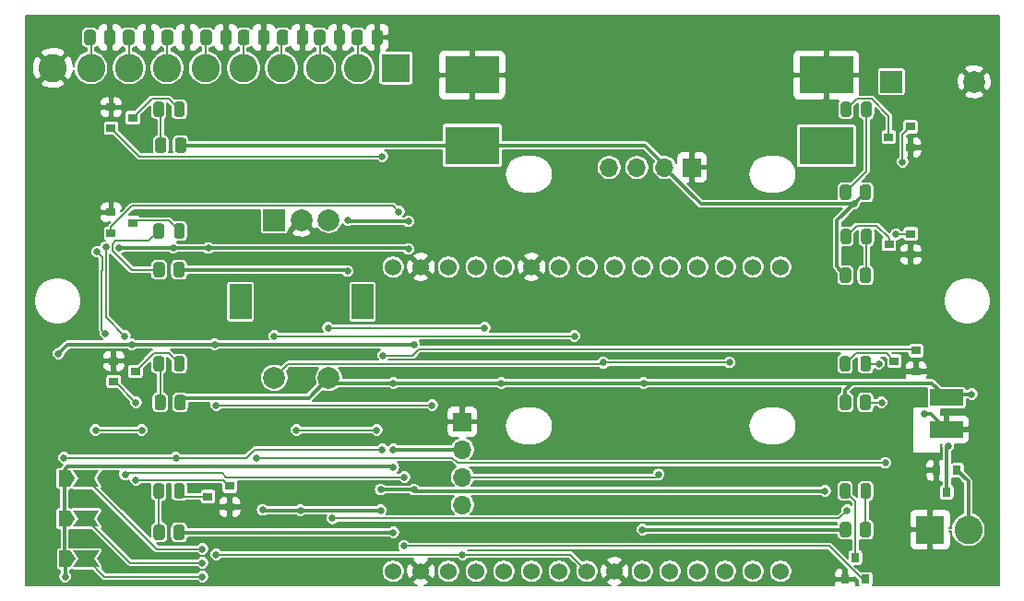
<source format=gbl>
G04 #@! TF.GenerationSoftware,KiCad,Pcbnew,5.1.12-84ad8e8a86~92~ubuntu20.04.1*
G04 #@! TF.CreationDate,2022-02-11T20:38:01+01:00*
G04 #@! TF.ProjectId,ESPHome-Thermostat-pcb,45535048-6f6d-4652-9d54-6865726d6f73,2.0*
G04 #@! TF.SameCoordinates,Original*
G04 #@! TF.FileFunction,Copper,L2,Bot*
G04 #@! TF.FilePolarity,Positive*
%FSLAX46Y46*%
G04 Gerber Fmt 4.6, Leading zero omitted, Abs format (unit mm)*
G04 Created by KiCad (PCBNEW 5.1.12-84ad8e8a86~92~ubuntu20.04.1) date 2022-02-11 20:38:01*
%MOMM*%
%LPD*%
G01*
G04 APERTURE LIST*
G04 #@! TA.AperFunction,SMDPad,CuDef*
%ADD10R,0.900000X0.800000*%
G04 #@! TD*
G04 #@! TA.AperFunction,SMDPad,CuDef*
%ADD11R,0.800000X0.900000*%
G04 #@! TD*
G04 #@! TA.AperFunction,ComponentPad*
%ADD12O,1.700000X1.700000*%
G04 #@! TD*
G04 #@! TA.AperFunction,ComponentPad*
%ADD13R,1.700000X1.700000*%
G04 #@! TD*
G04 #@! TA.AperFunction,ComponentPad*
%ADD14C,2.600000*%
G04 #@! TD*
G04 #@! TA.AperFunction,ComponentPad*
%ADD15R,2.600000X2.600000*%
G04 #@! TD*
G04 #@! TA.AperFunction,SMDPad,CuDef*
%ADD16R,3.020000X1.510000*%
G04 #@! TD*
G04 #@! TA.AperFunction,SMDPad,CuDef*
%ADD17C,0.150000*%
G04 #@! TD*
G04 #@! TA.AperFunction,ComponentPad*
%ADD18C,2.000000*%
G04 #@! TD*
G04 #@! TA.AperFunction,ComponentPad*
%ADD19R,2.000000X2.000000*%
G04 #@! TD*
G04 #@! TA.AperFunction,ComponentPad*
%ADD20R,5.000000X3.500000*%
G04 #@! TD*
G04 #@! TA.AperFunction,ComponentPad*
%ADD21C,1.524000*%
G04 #@! TD*
G04 #@! TA.AperFunction,ComponentPad*
%ADD22R,2.000000X3.200000*%
G04 #@! TD*
G04 #@! TA.AperFunction,ViaPad*
%ADD23C,0.650000*%
G04 #@! TD*
G04 #@! TA.AperFunction,Conductor*
%ADD24C,0.300000*%
G04 #@! TD*
G04 #@! TA.AperFunction,Conductor*
%ADD25C,0.160000*%
G04 #@! TD*
G04 #@! TA.AperFunction,Conductor*
%ADD26C,0.200000*%
G04 #@! TD*
G04 #@! TA.AperFunction,Conductor*
%ADD27C,0.150000*%
G04 #@! TD*
G04 APERTURE END LIST*
D10*
X130064000Y-82042000D03*
X132064000Y-82992000D03*
X132064000Y-81092000D03*
X60182000Y-69342000D03*
X58182000Y-68392000D03*
X58182000Y-70292000D03*
X129572000Y-71308000D03*
X131572000Y-72258000D03*
X131572000Y-70358000D03*
X67072000Y-94488000D03*
X69072000Y-95438000D03*
X69072000Y-93538000D03*
X60182000Y-59690000D03*
X58182000Y-58740000D03*
X58182000Y-60640000D03*
D11*
X126492000Y-100092000D03*
X125542000Y-102092000D03*
X127442000Y-102092000D03*
D10*
X60420000Y-82992000D03*
X58420000Y-82042000D03*
X58420000Y-83942000D03*
X129556000Y-61468000D03*
X131556000Y-62418000D03*
X131556000Y-60518000D03*
D12*
X90424000Y-95250000D03*
X90424000Y-92710000D03*
X90424000Y-90170000D03*
D13*
X90424000Y-87630000D03*
G04 #@! TA.AperFunction,SMDPad,CuDef*
G36*
G01*
X67418000Y-51873998D02*
X67418000Y-52774002D01*
G75*
G02*
X67168002Y-53024000I-249998J0D01*
G01*
X66642998Y-53024000D01*
G75*
G02*
X66393000Y-52774002I0J249998D01*
G01*
X66393000Y-51873998D01*
G75*
G02*
X66642998Y-51624000I249998J0D01*
G01*
X67168002Y-51624000D01*
G75*
G02*
X67418000Y-51873998I0J-249998D01*
G01*
G37*
G04 #@! TD.AperFunction*
G04 #@! TA.AperFunction,SMDPad,CuDef*
G36*
G01*
X69243000Y-51873998D02*
X69243000Y-52774002D01*
G75*
G02*
X68993002Y-53024000I-249998J0D01*
G01*
X68467998Y-53024000D01*
G75*
G02*
X68218000Y-52774002I0J249998D01*
G01*
X68218000Y-51873998D01*
G75*
G02*
X68467998Y-51624000I249998J0D01*
G01*
X68993002Y-51624000D01*
G75*
G02*
X69243000Y-51873998I0J-249998D01*
G01*
G37*
G04 #@! TD.AperFunction*
G04 #@! TA.AperFunction,SMDPad,CuDef*
G36*
G01*
X70870500Y-51873998D02*
X70870500Y-52774002D01*
G75*
G02*
X70620502Y-53024000I-249998J0D01*
G01*
X70095498Y-53024000D01*
G75*
G02*
X69845500Y-52774002I0J249998D01*
G01*
X69845500Y-51873998D01*
G75*
G02*
X70095498Y-51624000I249998J0D01*
G01*
X70620502Y-51624000D01*
G75*
G02*
X70870500Y-51873998I0J-249998D01*
G01*
G37*
G04 #@! TD.AperFunction*
G04 #@! TA.AperFunction,SMDPad,CuDef*
G36*
G01*
X72695500Y-51873998D02*
X72695500Y-52774002D01*
G75*
G02*
X72445502Y-53024000I-249998J0D01*
G01*
X71920498Y-53024000D01*
G75*
G02*
X71670500Y-52774002I0J249998D01*
G01*
X71670500Y-51873998D01*
G75*
G02*
X71920498Y-51624000I249998J0D01*
G01*
X72445502Y-51624000D01*
G75*
G02*
X72695500Y-51873998I0J-249998D01*
G01*
G37*
G04 #@! TD.AperFunction*
G04 #@! TA.AperFunction,SMDPad,CuDef*
G36*
G01*
X74426500Y-51873998D02*
X74426500Y-52774002D01*
G75*
G02*
X74176502Y-53024000I-249998J0D01*
G01*
X73651498Y-53024000D01*
G75*
G02*
X73401500Y-52774002I0J249998D01*
G01*
X73401500Y-51873998D01*
G75*
G02*
X73651498Y-51624000I249998J0D01*
G01*
X74176502Y-51624000D01*
G75*
G02*
X74426500Y-51873998I0J-249998D01*
G01*
G37*
G04 #@! TD.AperFunction*
G04 #@! TA.AperFunction,SMDPad,CuDef*
G36*
G01*
X76251500Y-51873998D02*
X76251500Y-52774002D01*
G75*
G02*
X76001502Y-53024000I-249998J0D01*
G01*
X75476498Y-53024000D01*
G75*
G02*
X75226500Y-52774002I0J249998D01*
G01*
X75226500Y-51873998D01*
G75*
G02*
X75476498Y-51624000I249998J0D01*
G01*
X76001502Y-51624000D01*
G75*
G02*
X76251500Y-51873998I0J-249998D01*
G01*
G37*
G04 #@! TD.AperFunction*
G04 #@! TA.AperFunction,SMDPad,CuDef*
G36*
G01*
X56750000Y-51873998D02*
X56750000Y-52774002D01*
G75*
G02*
X56500002Y-53024000I-249998J0D01*
G01*
X55974998Y-53024000D01*
G75*
G02*
X55725000Y-52774002I0J249998D01*
G01*
X55725000Y-51873998D01*
G75*
G02*
X55974998Y-51624000I249998J0D01*
G01*
X56500002Y-51624000D01*
G75*
G02*
X56750000Y-51873998I0J-249998D01*
G01*
G37*
G04 #@! TD.AperFunction*
G04 #@! TA.AperFunction,SMDPad,CuDef*
G36*
G01*
X58575000Y-51873998D02*
X58575000Y-52774002D01*
G75*
G02*
X58325002Y-53024000I-249998J0D01*
G01*
X57799998Y-53024000D01*
G75*
G02*
X57550000Y-52774002I0J249998D01*
G01*
X57550000Y-51873998D01*
G75*
G02*
X57799998Y-51624000I249998J0D01*
G01*
X58325002Y-51624000D01*
G75*
G02*
X58575000Y-51873998I0J-249998D01*
G01*
G37*
G04 #@! TD.AperFunction*
G04 #@! TA.AperFunction,SMDPad,CuDef*
G36*
G01*
X60306000Y-51873998D02*
X60306000Y-52774002D01*
G75*
G02*
X60056002Y-53024000I-249998J0D01*
G01*
X59530998Y-53024000D01*
G75*
G02*
X59281000Y-52774002I0J249998D01*
G01*
X59281000Y-51873998D01*
G75*
G02*
X59530998Y-51624000I249998J0D01*
G01*
X60056002Y-51624000D01*
G75*
G02*
X60306000Y-51873998I0J-249998D01*
G01*
G37*
G04 #@! TD.AperFunction*
G04 #@! TA.AperFunction,SMDPad,CuDef*
G36*
G01*
X62131000Y-51873998D02*
X62131000Y-52774002D01*
G75*
G02*
X61881002Y-53024000I-249998J0D01*
G01*
X61355998Y-53024000D01*
G75*
G02*
X61106000Y-52774002I0J249998D01*
G01*
X61106000Y-51873998D01*
G75*
G02*
X61355998Y-51624000I249998J0D01*
G01*
X61881002Y-51624000D01*
G75*
G02*
X62131000Y-51873998I0J-249998D01*
G01*
G37*
G04 #@! TD.AperFunction*
G04 #@! TA.AperFunction,SMDPad,CuDef*
G36*
G01*
X77832000Y-51873998D02*
X77832000Y-52774002D01*
G75*
G02*
X77582002Y-53024000I-249998J0D01*
G01*
X77056998Y-53024000D01*
G75*
G02*
X76807000Y-52774002I0J249998D01*
G01*
X76807000Y-51873998D01*
G75*
G02*
X77056998Y-51624000I249998J0D01*
G01*
X77582002Y-51624000D01*
G75*
G02*
X77832000Y-51873998I0J-249998D01*
G01*
G37*
G04 #@! TD.AperFunction*
G04 #@! TA.AperFunction,SMDPad,CuDef*
G36*
G01*
X79657000Y-51873998D02*
X79657000Y-52774002D01*
G75*
G02*
X79407002Y-53024000I-249998J0D01*
G01*
X78881998Y-53024000D01*
G75*
G02*
X78632000Y-52774002I0J249998D01*
G01*
X78632000Y-51873998D01*
G75*
G02*
X78881998Y-51624000I249998J0D01*
G01*
X79407002Y-51624000D01*
G75*
G02*
X79657000Y-51873998I0J-249998D01*
G01*
G37*
G04 #@! TD.AperFunction*
G04 #@! TA.AperFunction,SMDPad,CuDef*
G36*
G01*
X63862000Y-51873998D02*
X63862000Y-52774002D01*
G75*
G02*
X63612002Y-53024000I-249998J0D01*
G01*
X63086998Y-53024000D01*
G75*
G02*
X62837000Y-52774002I0J249998D01*
G01*
X62837000Y-51873998D01*
G75*
G02*
X63086998Y-51624000I249998J0D01*
G01*
X63612002Y-51624000D01*
G75*
G02*
X63862000Y-51873998I0J-249998D01*
G01*
G37*
G04 #@! TD.AperFunction*
G04 #@! TA.AperFunction,SMDPad,CuDef*
G36*
G01*
X65687000Y-51873998D02*
X65687000Y-52774002D01*
G75*
G02*
X65437002Y-53024000I-249998J0D01*
G01*
X64911998Y-53024000D01*
G75*
G02*
X64662000Y-52774002I0J249998D01*
G01*
X64662000Y-51873998D01*
G75*
G02*
X64911998Y-51624000I249998J0D01*
G01*
X65437002Y-51624000D01*
G75*
G02*
X65687000Y-51873998I0J-249998D01*
G01*
G37*
G04 #@! TD.AperFunction*
G04 #@! TA.AperFunction,SMDPad,CuDef*
G36*
G01*
X126892000Y-86302002D02*
X126892000Y-85401998D01*
G75*
G02*
X127141998Y-85152000I249998J0D01*
G01*
X127667002Y-85152000D01*
G75*
G02*
X127917000Y-85401998I0J-249998D01*
G01*
X127917000Y-86302002D01*
G75*
G02*
X127667002Y-86552000I-249998J0D01*
G01*
X127141998Y-86552000D01*
G75*
G02*
X126892000Y-86302002I0J249998D01*
G01*
G37*
G04 #@! TD.AperFunction*
G04 #@! TA.AperFunction,SMDPad,CuDef*
G36*
G01*
X125067000Y-86302002D02*
X125067000Y-85401998D01*
G75*
G02*
X125316998Y-85152000I249998J0D01*
G01*
X125842002Y-85152000D01*
G75*
G02*
X126092000Y-85401998I0J-249998D01*
G01*
X126092000Y-86302002D01*
G75*
G02*
X125842002Y-86552000I-249998J0D01*
G01*
X125316998Y-86552000D01*
G75*
G02*
X125067000Y-86302002I0J249998D01*
G01*
G37*
G04 #@! TD.AperFunction*
G04 #@! TA.AperFunction,SMDPad,CuDef*
G36*
G01*
X63100000Y-73209998D02*
X63100000Y-74110002D01*
G75*
G02*
X62850002Y-74360000I-249998J0D01*
G01*
X62324998Y-74360000D01*
G75*
G02*
X62075000Y-74110002I0J249998D01*
G01*
X62075000Y-73209998D01*
G75*
G02*
X62324998Y-72960000I249998J0D01*
G01*
X62850002Y-72960000D01*
G75*
G02*
X63100000Y-73209998I0J-249998D01*
G01*
G37*
G04 #@! TD.AperFunction*
G04 #@! TA.AperFunction,SMDPad,CuDef*
G36*
G01*
X64925000Y-73209998D02*
X64925000Y-74110002D01*
G75*
G02*
X64675002Y-74360000I-249998J0D01*
G01*
X64149998Y-74360000D01*
G75*
G02*
X63900000Y-74110002I0J249998D01*
G01*
X63900000Y-73209998D01*
G75*
G02*
X64149998Y-72960000I249998J0D01*
G01*
X64675002Y-72960000D01*
G75*
G02*
X64925000Y-73209998I0J-249998D01*
G01*
G37*
G04 #@! TD.AperFunction*
G04 #@! TA.AperFunction,SMDPad,CuDef*
G36*
G01*
X126892000Y-74618002D02*
X126892000Y-73717998D01*
G75*
G02*
X127141998Y-73468000I249998J0D01*
G01*
X127667002Y-73468000D01*
G75*
G02*
X127917000Y-73717998I0J-249998D01*
G01*
X127917000Y-74618002D01*
G75*
G02*
X127667002Y-74868000I-249998J0D01*
G01*
X127141998Y-74868000D01*
G75*
G02*
X126892000Y-74618002I0J249998D01*
G01*
G37*
G04 #@! TD.AperFunction*
G04 #@! TA.AperFunction,SMDPad,CuDef*
G36*
G01*
X125067000Y-74618002D02*
X125067000Y-73717998D01*
G75*
G02*
X125316998Y-73468000I249998J0D01*
G01*
X125842002Y-73468000D01*
G75*
G02*
X126092000Y-73717998I0J-249998D01*
G01*
X126092000Y-74618002D01*
G75*
G02*
X125842002Y-74868000I-249998J0D01*
G01*
X125316998Y-74868000D01*
G75*
G02*
X125067000Y-74618002I0J249998D01*
G01*
G37*
G04 #@! TD.AperFunction*
G04 #@! TA.AperFunction,SMDPad,CuDef*
G36*
G01*
X63100000Y-97339998D02*
X63100000Y-98240002D01*
G75*
G02*
X62850002Y-98490000I-249998J0D01*
G01*
X62324998Y-98490000D01*
G75*
G02*
X62075000Y-98240002I0J249998D01*
G01*
X62075000Y-97339998D01*
G75*
G02*
X62324998Y-97090000I249998J0D01*
G01*
X62850002Y-97090000D01*
G75*
G02*
X63100000Y-97339998I0J-249998D01*
G01*
G37*
G04 #@! TD.AperFunction*
G04 #@! TA.AperFunction,SMDPad,CuDef*
G36*
G01*
X64925000Y-97339998D02*
X64925000Y-98240002D01*
G75*
G02*
X64675002Y-98490000I-249998J0D01*
G01*
X64149998Y-98490000D01*
G75*
G02*
X63900000Y-98240002I0J249998D01*
G01*
X63900000Y-97339998D01*
G75*
G02*
X64149998Y-97090000I249998J0D01*
G01*
X64675002Y-97090000D01*
G75*
G02*
X64925000Y-97339998I0J-249998D01*
G01*
G37*
G04 #@! TD.AperFunction*
G04 #@! TA.AperFunction,SMDPad,CuDef*
G36*
G01*
X126092000Y-97085998D02*
X126092000Y-97986002D01*
G75*
G02*
X125842002Y-98236000I-249998J0D01*
G01*
X125316998Y-98236000D01*
G75*
G02*
X125067000Y-97986002I0J249998D01*
G01*
X125067000Y-97085998D01*
G75*
G02*
X125316998Y-96836000I249998J0D01*
G01*
X125842002Y-96836000D01*
G75*
G02*
X126092000Y-97085998I0J-249998D01*
G01*
G37*
G04 #@! TD.AperFunction*
G04 #@! TA.AperFunction,SMDPad,CuDef*
G36*
G01*
X127917000Y-97085998D02*
X127917000Y-97986002D01*
G75*
G02*
X127667002Y-98236000I-249998J0D01*
G01*
X127141998Y-98236000D01*
G75*
G02*
X126892000Y-97986002I0J249998D01*
G01*
X126892000Y-97085998D01*
G75*
G02*
X127141998Y-96836000I249998J0D01*
G01*
X127667002Y-96836000D01*
G75*
G02*
X127917000Y-97085998I0J-249998D01*
G01*
G37*
G04 #@! TD.AperFunction*
G04 #@! TA.AperFunction,SMDPad,CuDef*
G36*
G01*
X63250500Y-61779998D02*
X63250500Y-62680002D01*
G75*
G02*
X63000502Y-62930000I-249998J0D01*
G01*
X62475498Y-62930000D01*
G75*
G02*
X62225500Y-62680002I0J249998D01*
G01*
X62225500Y-61779998D01*
G75*
G02*
X62475498Y-61530000I249998J0D01*
G01*
X63000502Y-61530000D01*
G75*
G02*
X63250500Y-61779998I0J-249998D01*
G01*
G37*
G04 #@! TD.AperFunction*
G04 #@! TA.AperFunction,SMDPad,CuDef*
G36*
G01*
X65075500Y-61779998D02*
X65075500Y-62680002D01*
G75*
G02*
X64825502Y-62930000I-249998J0D01*
G01*
X64300498Y-62930000D01*
G75*
G02*
X64050500Y-62680002I0J249998D01*
G01*
X64050500Y-61779998D01*
G75*
G02*
X64300498Y-61530000I249998J0D01*
G01*
X64825502Y-61530000D01*
G75*
G02*
X65075500Y-61779998I0J-249998D01*
G01*
G37*
G04 #@! TD.AperFunction*
G04 #@! TA.AperFunction,SMDPad,CuDef*
G36*
G01*
X81284500Y-51873998D02*
X81284500Y-52774002D01*
G75*
G02*
X81034502Y-53024000I-249998J0D01*
G01*
X80509498Y-53024000D01*
G75*
G02*
X80259500Y-52774002I0J249998D01*
G01*
X80259500Y-51873998D01*
G75*
G02*
X80509498Y-51624000I249998J0D01*
G01*
X81034502Y-51624000D01*
G75*
G02*
X81284500Y-51873998I0J-249998D01*
G01*
G37*
G04 #@! TD.AperFunction*
G04 #@! TA.AperFunction,SMDPad,CuDef*
G36*
G01*
X83109500Y-51873998D02*
X83109500Y-52774002D01*
G75*
G02*
X82859502Y-53024000I-249998J0D01*
G01*
X82334498Y-53024000D01*
G75*
G02*
X82084500Y-52774002I0J249998D01*
G01*
X82084500Y-51873998D01*
G75*
G02*
X82334498Y-51624000I249998J0D01*
G01*
X82859502Y-51624000D01*
G75*
G02*
X83109500Y-51873998I0J-249998D01*
G01*
G37*
G04 #@! TD.AperFunction*
G04 #@! TA.AperFunction,SMDPad,CuDef*
G36*
G01*
X63203500Y-85401998D02*
X63203500Y-86302002D01*
G75*
G02*
X62953502Y-86552000I-249998J0D01*
G01*
X62428498Y-86552000D01*
G75*
G02*
X62178500Y-86302002I0J249998D01*
G01*
X62178500Y-85401998D01*
G75*
G02*
X62428498Y-85152000I249998J0D01*
G01*
X62953502Y-85152000D01*
G75*
G02*
X63203500Y-85401998I0J-249998D01*
G01*
G37*
G04 #@! TD.AperFunction*
G04 #@! TA.AperFunction,SMDPad,CuDef*
G36*
G01*
X65028500Y-85401998D02*
X65028500Y-86302002D01*
G75*
G02*
X64778502Y-86552000I-249998J0D01*
G01*
X64253498Y-86552000D01*
G75*
G02*
X64003500Y-86302002I0J249998D01*
G01*
X64003500Y-85401998D01*
G75*
G02*
X64253498Y-85152000I249998J0D01*
G01*
X64778502Y-85152000D01*
G75*
G02*
X65028500Y-85401998I0J-249998D01*
G01*
G37*
G04 #@! TD.AperFunction*
G04 #@! TA.AperFunction,SMDPad,CuDef*
G36*
G01*
X126092000Y-66097998D02*
X126092000Y-66998002D01*
G75*
G02*
X125842002Y-67248000I-249998J0D01*
G01*
X125316998Y-67248000D01*
G75*
G02*
X125067000Y-66998002I0J249998D01*
G01*
X125067000Y-66097998D01*
G75*
G02*
X125316998Y-65848000I249998J0D01*
G01*
X125842002Y-65848000D01*
G75*
G02*
X126092000Y-66097998I0J-249998D01*
G01*
G37*
G04 #@! TD.AperFunction*
G04 #@! TA.AperFunction,SMDPad,CuDef*
G36*
G01*
X127917000Y-66097998D02*
X127917000Y-66998002D01*
G75*
G02*
X127667002Y-67248000I-249998J0D01*
G01*
X127141998Y-67248000D01*
G75*
G02*
X126892000Y-66998002I0J249998D01*
G01*
X126892000Y-66097998D01*
G75*
G02*
X127141998Y-65848000I249998J0D01*
G01*
X127667002Y-65848000D01*
G75*
G02*
X127917000Y-66097998I0J-249998D01*
G01*
G37*
G04 #@! TD.AperFunction*
D14*
X136850000Y-97536000D03*
D15*
X133350000Y-97536000D03*
G04 #@! TA.AperFunction,SMDPad,CuDef*
G36*
G01*
X126942000Y-82752250D02*
X126942000Y-81839750D01*
G75*
G02*
X127185750Y-81596000I243750J0D01*
G01*
X127673250Y-81596000D01*
G75*
G02*
X127917000Y-81839750I0J-243750D01*
G01*
X127917000Y-82752250D01*
G75*
G02*
X127673250Y-82996000I-243750J0D01*
G01*
X127185750Y-82996000D01*
G75*
G02*
X126942000Y-82752250I0J243750D01*
G01*
G37*
G04 #@! TD.AperFunction*
G04 #@! TA.AperFunction,SMDPad,CuDef*
G36*
G01*
X125067000Y-82752250D02*
X125067000Y-81839750D01*
G75*
G02*
X125310750Y-81596000I243750J0D01*
G01*
X125798250Y-81596000D01*
G75*
G02*
X126042000Y-81839750I0J-243750D01*
G01*
X126042000Y-82752250D01*
G75*
G02*
X125798250Y-82996000I-243750J0D01*
G01*
X125310750Y-82996000D01*
G75*
G02*
X125067000Y-82752250I0J243750D01*
G01*
G37*
G04 #@! TD.AperFunction*
G04 #@! TA.AperFunction,SMDPad,CuDef*
G36*
G01*
X63050000Y-69647750D02*
X63050000Y-70560250D01*
G75*
G02*
X62806250Y-70804000I-243750J0D01*
G01*
X62318750Y-70804000D01*
G75*
G02*
X62075000Y-70560250I0J243750D01*
G01*
X62075000Y-69647750D01*
G75*
G02*
X62318750Y-69404000I243750J0D01*
G01*
X62806250Y-69404000D01*
G75*
G02*
X63050000Y-69647750I0J-243750D01*
G01*
G37*
G04 #@! TD.AperFunction*
G04 #@! TA.AperFunction,SMDPad,CuDef*
G36*
G01*
X64925000Y-69647750D02*
X64925000Y-70560250D01*
G75*
G02*
X64681250Y-70804000I-243750J0D01*
G01*
X64193750Y-70804000D01*
G75*
G02*
X63950000Y-70560250I0J243750D01*
G01*
X63950000Y-69647750D01*
G75*
G02*
X64193750Y-69404000I243750J0D01*
G01*
X64681250Y-69404000D01*
G75*
G02*
X64925000Y-69647750I0J-243750D01*
G01*
G37*
G04 #@! TD.AperFunction*
G04 #@! TA.AperFunction,SMDPad,CuDef*
G36*
G01*
X127020500Y-71068250D02*
X127020500Y-70155750D01*
G75*
G02*
X127264250Y-69912000I243750J0D01*
G01*
X127751750Y-69912000D01*
G75*
G02*
X127995500Y-70155750I0J-243750D01*
G01*
X127995500Y-71068250D01*
G75*
G02*
X127751750Y-71312000I-243750J0D01*
G01*
X127264250Y-71312000D01*
G75*
G02*
X127020500Y-71068250I0J243750D01*
G01*
G37*
G04 #@! TD.AperFunction*
G04 #@! TA.AperFunction,SMDPad,CuDef*
G36*
G01*
X125145500Y-71068250D02*
X125145500Y-70155750D01*
G75*
G02*
X125389250Y-69912000I243750J0D01*
G01*
X125876750Y-69912000D01*
G75*
G02*
X126120500Y-70155750I0J-243750D01*
G01*
X126120500Y-71068250D01*
G75*
G02*
X125876750Y-71312000I-243750J0D01*
G01*
X125389250Y-71312000D01*
G75*
G02*
X125145500Y-71068250I0J243750D01*
G01*
G37*
G04 #@! TD.AperFunction*
G04 #@! TA.AperFunction,SMDPad,CuDef*
G36*
G01*
X63050000Y-93523750D02*
X63050000Y-94436250D01*
G75*
G02*
X62806250Y-94680000I-243750J0D01*
G01*
X62318750Y-94680000D01*
G75*
G02*
X62075000Y-94436250I0J243750D01*
G01*
X62075000Y-93523750D01*
G75*
G02*
X62318750Y-93280000I243750J0D01*
G01*
X62806250Y-93280000D01*
G75*
G02*
X63050000Y-93523750I0J-243750D01*
G01*
G37*
G04 #@! TD.AperFunction*
G04 #@! TA.AperFunction,SMDPad,CuDef*
G36*
G01*
X64925000Y-93523750D02*
X64925000Y-94436250D01*
G75*
G02*
X64681250Y-94680000I-243750J0D01*
G01*
X64193750Y-94680000D01*
G75*
G02*
X63950000Y-94436250I0J243750D01*
G01*
X63950000Y-93523750D01*
G75*
G02*
X64193750Y-93280000I243750J0D01*
G01*
X64681250Y-93280000D01*
G75*
G02*
X64925000Y-93523750I0J-243750D01*
G01*
G37*
G04 #@! TD.AperFunction*
G04 #@! TA.AperFunction,SMDPad,CuDef*
G36*
G01*
X126942000Y-94436250D02*
X126942000Y-93523750D01*
G75*
G02*
X127185750Y-93280000I243750J0D01*
G01*
X127673250Y-93280000D01*
G75*
G02*
X127917000Y-93523750I0J-243750D01*
G01*
X127917000Y-94436250D01*
G75*
G02*
X127673250Y-94680000I-243750J0D01*
G01*
X127185750Y-94680000D01*
G75*
G02*
X126942000Y-94436250I0J243750D01*
G01*
G37*
G04 #@! TD.AperFunction*
G04 #@! TA.AperFunction,SMDPad,CuDef*
G36*
G01*
X125067000Y-94436250D02*
X125067000Y-93523750D01*
G75*
G02*
X125310750Y-93280000I243750J0D01*
G01*
X125798250Y-93280000D01*
G75*
G02*
X126042000Y-93523750I0J-243750D01*
G01*
X126042000Y-94436250D01*
G75*
G02*
X125798250Y-94680000I-243750J0D01*
G01*
X125310750Y-94680000D01*
G75*
G02*
X125067000Y-94436250I0J243750D01*
G01*
G37*
G04 #@! TD.AperFunction*
G04 #@! TA.AperFunction,SMDPad,CuDef*
G36*
G01*
X63050000Y-58471750D02*
X63050000Y-59384250D01*
G75*
G02*
X62806250Y-59628000I-243750J0D01*
G01*
X62318750Y-59628000D01*
G75*
G02*
X62075000Y-59384250I0J243750D01*
G01*
X62075000Y-58471750D01*
G75*
G02*
X62318750Y-58228000I243750J0D01*
G01*
X62806250Y-58228000D01*
G75*
G02*
X63050000Y-58471750I0J-243750D01*
G01*
G37*
G04 #@! TD.AperFunction*
G04 #@! TA.AperFunction,SMDPad,CuDef*
G36*
G01*
X64925000Y-58471750D02*
X64925000Y-59384250D01*
G75*
G02*
X64681250Y-59628000I-243750J0D01*
G01*
X64193750Y-59628000D01*
G75*
G02*
X63950000Y-59384250I0J243750D01*
G01*
X63950000Y-58471750D01*
G75*
G02*
X64193750Y-58228000I243750J0D01*
G01*
X64681250Y-58228000D01*
G75*
G02*
X64925000Y-58471750I0J-243750D01*
G01*
G37*
G04 #@! TD.AperFunction*
G04 #@! TA.AperFunction,SMDPad,CuDef*
G36*
G01*
X63050000Y-81839750D02*
X63050000Y-82752250D01*
G75*
G02*
X62806250Y-82996000I-243750J0D01*
G01*
X62318750Y-82996000D01*
G75*
G02*
X62075000Y-82752250I0J243750D01*
G01*
X62075000Y-81839750D01*
G75*
G02*
X62318750Y-81596000I243750J0D01*
G01*
X62806250Y-81596000D01*
G75*
G02*
X63050000Y-81839750I0J-243750D01*
G01*
G37*
G04 #@! TD.AperFunction*
G04 #@! TA.AperFunction,SMDPad,CuDef*
G36*
G01*
X64925000Y-81839750D02*
X64925000Y-82752250D01*
G75*
G02*
X64681250Y-82996000I-243750J0D01*
G01*
X64193750Y-82996000D01*
G75*
G02*
X63950000Y-82752250I0J243750D01*
G01*
X63950000Y-81839750D01*
G75*
G02*
X64193750Y-81596000I243750J0D01*
G01*
X64681250Y-81596000D01*
G75*
G02*
X64925000Y-81839750I0J-243750D01*
G01*
G37*
G04 #@! TD.AperFunction*
G04 #@! TA.AperFunction,SMDPad,CuDef*
G36*
G01*
X127020500Y-59384250D02*
X127020500Y-58471750D01*
G75*
G02*
X127264250Y-58228000I243750J0D01*
G01*
X127751750Y-58228000D01*
G75*
G02*
X127995500Y-58471750I0J-243750D01*
G01*
X127995500Y-59384250D01*
G75*
G02*
X127751750Y-59628000I-243750J0D01*
G01*
X127264250Y-59628000D01*
G75*
G02*
X127020500Y-59384250I0J243750D01*
G01*
G37*
G04 #@! TD.AperFunction*
G04 #@! TA.AperFunction,SMDPad,CuDef*
G36*
G01*
X125145500Y-59384250D02*
X125145500Y-58471750D01*
G75*
G02*
X125389250Y-58228000I243750J0D01*
G01*
X125876750Y-58228000D01*
G75*
G02*
X126120500Y-58471750I0J-243750D01*
G01*
X126120500Y-59384250D01*
G75*
G02*
X125876750Y-59628000I-243750J0D01*
G01*
X125389250Y-59628000D01*
G75*
G02*
X125145500Y-59384250I0J243750D01*
G01*
G37*
G04 #@! TD.AperFunction*
D16*
X134874000Y-88318000D03*
X134874000Y-85418000D03*
D11*
X134874000Y-94091000D03*
X135824000Y-92091000D03*
X133924000Y-92091000D03*
G04 #@! TA.AperFunction,SMDPad,CuDef*
D17*
G36*
X56880000Y-92837000D02*
G01*
X57380000Y-92087000D01*
X58380000Y-92087000D01*
X58380000Y-93587000D01*
X57380000Y-93587000D01*
X56880000Y-92837000D01*
G37*
G04 #@! TD.AperFunction*
G04 #@! TA.AperFunction,SMDPad,CuDef*
G36*
X56580000Y-92837000D02*
G01*
X57080000Y-93587000D01*
X54680000Y-93587000D01*
X55180000Y-92837000D01*
X54680000Y-92087000D01*
X57080000Y-92087000D01*
X56580000Y-92837000D01*
G37*
G04 #@! TD.AperFunction*
G04 #@! TA.AperFunction,SMDPad,CuDef*
G36*
X54880000Y-92837000D02*
G01*
X54380000Y-93587000D01*
X53380000Y-93587000D01*
X53380000Y-92087000D01*
X54380000Y-92087000D01*
X54880000Y-92837000D01*
G37*
G04 #@! TD.AperFunction*
G04 #@! TA.AperFunction,SMDPad,CuDef*
G36*
X56880000Y-96520000D02*
G01*
X57380000Y-95770000D01*
X58380000Y-95770000D01*
X58380000Y-97270000D01*
X57380000Y-97270000D01*
X56880000Y-96520000D01*
G37*
G04 #@! TD.AperFunction*
G04 #@! TA.AperFunction,SMDPad,CuDef*
G36*
X56580000Y-96520000D02*
G01*
X57080000Y-97270000D01*
X54680000Y-97270000D01*
X55180000Y-96520000D01*
X54680000Y-95770000D01*
X57080000Y-95770000D01*
X56580000Y-96520000D01*
G37*
G04 #@! TD.AperFunction*
G04 #@! TA.AperFunction,SMDPad,CuDef*
G36*
X54880000Y-96520000D02*
G01*
X54380000Y-97270000D01*
X53380000Y-97270000D01*
X53380000Y-95770000D01*
X54380000Y-95770000D01*
X54880000Y-96520000D01*
G37*
G04 #@! TD.AperFunction*
G04 #@! TA.AperFunction,SMDPad,CuDef*
G36*
X56912000Y-100203000D02*
G01*
X57412000Y-99453000D01*
X58412000Y-99453000D01*
X58412000Y-100953000D01*
X57412000Y-100953000D01*
X56912000Y-100203000D01*
G37*
G04 #@! TD.AperFunction*
G04 #@! TA.AperFunction,SMDPad,CuDef*
G36*
X56612000Y-100203000D02*
G01*
X57112000Y-100953000D01*
X54712000Y-100953000D01*
X55212000Y-100203000D01*
X54712000Y-99453000D01*
X57112000Y-99453000D01*
X56612000Y-100203000D01*
G37*
G04 #@! TD.AperFunction*
G04 #@! TA.AperFunction,SMDPad,CuDef*
G36*
X54912000Y-100203000D02*
G01*
X54412000Y-100953000D01*
X53412000Y-100953000D01*
X53412000Y-99453000D01*
X54412000Y-99453000D01*
X54912000Y-100203000D01*
G37*
G04 #@! TD.AperFunction*
D18*
X137394000Y-56388000D03*
D19*
X129794000Y-56388000D03*
D14*
X52828000Y-55118000D03*
X56328000Y-55118000D03*
X59828000Y-55118000D03*
X63328000Y-55118000D03*
X66828000Y-55118000D03*
X70328000Y-55118000D03*
X73828000Y-55118000D03*
X77328000Y-55118000D03*
X80828000Y-55118000D03*
D15*
X84328000Y-55118000D03*
D20*
X123821100Y-62279600D03*
X123821100Y-55779600D03*
X91321100Y-55779600D03*
X91321100Y-62229600D03*
D12*
X103886000Y-64262000D03*
X106426000Y-64262000D03*
D13*
X111506000Y-64262000D03*
D12*
X108966000Y-64262000D03*
D21*
X119634000Y-101346000D03*
X117094000Y-101346000D03*
X114554000Y-101346000D03*
X112014000Y-101346000D03*
X109474000Y-101346000D03*
X106934000Y-101346000D03*
X104394000Y-101346000D03*
X101854000Y-101346000D03*
X99314000Y-101346000D03*
X96774000Y-101346000D03*
X94234000Y-101346000D03*
X91694000Y-101346000D03*
X89154000Y-101346000D03*
X86614000Y-101346000D03*
X84074000Y-101346000D03*
X84074000Y-73406000D03*
X86614000Y-73406000D03*
X89154000Y-73406000D03*
X91694000Y-73406000D03*
X94234000Y-73406000D03*
X96774000Y-73406000D03*
X99314000Y-73406000D03*
X101854000Y-73406000D03*
X104394000Y-73406000D03*
X106934000Y-73406000D03*
X109474000Y-73406000D03*
X112014000Y-73406000D03*
X114554000Y-73406000D03*
X117094000Y-73406000D03*
X119634000Y-73406000D03*
D19*
X73152000Y-69088000D03*
D18*
X75652000Y-69088000D03*
X78152000Y-69088000D03*
D22*
X70052000Y-76588000D03*
X81252000Y-76588000D03*
D18*
X73152000Y-83588000D03*
X78152000Y-83588000D03*
D23*
X132842000Y-86868000D03*
X51181000Y-85598000D03*
X70993000Y-84582000D03*
X68580000Y-88519000D03*
X75057000Y-83947000D03*
X65786000Y-88392000D03*
X56896000Y-85852000D03*
X60198000Y-94488000D03*
X60198000Y-95504000D03*
X61214000Y-95504000D03*
X61214000Y-94488000D03*
X57658000Y-85852000D03*
X58420000Y-85852000D03*
X53975000Y-101854000D03*
X85471000Y-69215000D03*
X79883000Y-69088000D03*
X93980000Y-84074000D03*
X84074000Y-84074000D03*
X107061000Y-84074000D03*
X84074000Y-91821000D03*
X137160000Y-85090000D03*
X84074000Y-97790000D03*
X79883000Y-73787000D03*
X126354490Y-67598010D03*
X84074000Y-90170000D03*
X106934000Y-97536000D03*
X125730000Y-95758000D03*
X78505225Y-96500775D03*
X130810000Y-63754000D03*
X123698000Y-93980000D03*
X85979000Y-93853000D03*
X85979000Y-80518000D03*
X53340000Y-81377000D03*
X67691000Y-80518000D03*
X60071000Y-80518000D03*
X67093200Y-71665200D03*
X63881000Y-71628000D03*
X58928000Y-71628000D03*
X85471000Y-71755000D03*
X82931000Y-93853000D03*
X82931000Y-95758000D03*
X72089200Y-95711200D03*
X75565000Y-95758000D03*
X128905000Y-85852000D03*
X128651000Y-82296000D03*
X60452000Y-85852000D03*
X75184000Y-88392000D03*
X83058000Y-63246000D03*
X82550000Y-88392000D03*
X60991000Y-88392000D03*
X56769000Y-88392000D03*
X85090000Y-92710000D03*
X85060001Y-99030001D03*
X59465000Y-92485000D03*
X60452000Y-92964000D03*
X71501000Y-90932000D03*
X129239200Y-91393200D03*
X130205000Y-70415926D03*
X67818000Y-86106000D03*
X87630000Y-86106000D03*
X84582000Y-68326000D03*
X53848000Y-90932000D03*
X64135000Y-90932000D03*
X83155000Y-81534000D03*
X83058000Y-90170000D03*
X57717999Y-71594443D03*
X59436000Y-79756000D03*
X57658000Y-79502000D03*
X56896000Y-72009000D03*
X103351999Y-82195001D03*
X114935000Y-82169000D03*
X73152000Y-79756000D03*
X100711000Y-79756000D03*
X78105000Y-78994000D03*
X92456000Y-78994000D03*
X108431999Y-92468449D03*
X67818000Y-99822000D03*
X90424000Y-99822000D03*
X66548000Y-101854000D03*
X66548000Y-100584000D03*
X66548000Y-99314000D03*
X135001000Y-89892002D03*
D24*
X134821000Y-88265000D02*
X134874000Y-88318000D01*
X133424000Y-86868000D02*
X134874000Y-88318000D01*
X132842000Y-86868000D02*
X133424000Y-86868000D01*
X53975000Y-100266000D02*
X53912000Y-100203000D01*
X53975000Y-101854000D02*
X53975000Y-100266000D01*
X53912000Y-96552000D02*
X53880000Y-96520000D01*
X53912000Y-100203000D02*
X53912000Y-96552000D01*
X53880000Y-96520000D02*
X53880000Y-92837000D01*
X80010000Y-69215000D02*
X79883000Y-69088000D01*
X85471000Y-69215000D02*
X80010000Y-69215000D01*
X91321100Y-62229600D02*
X107188400Y-62229600D01*
X108966000Y-64007200D02*
X108966000Y-64262000D01*
X107188400Y-62229600D02*
X108966000Y-64007200D01*
X133678000Y-85418000D02*
X134874000Y-85418000D01*
X134874000Y-85418000D02*
X133530000Y-84074000D01*
X93980000Y-84074000D02*
X84074000Y-84074000D01*
X107061000Y-84074000D02*
X93980000Y-84074000D01*
D25*
X84059990Y-91806990D02*
X84074000Y-91821000D01*
D24*
X83989990Y-91736990D02*
X84074000Y-91821000D01*
X54186010Y-91736990D02*
X83989990Y-91736990D01*
X53880000Y-92043000D02*
X54186010Y-91736990D01*
X53880000Y-92837000D02*
X53880000Y-92043000D01*
X78638000Y-84074000D02*
X78152000Y-83588000D01*
X84074000Y-84074000D02*
X78638000Y-84074000D01*
X135202000Y-85090000D02*
X134874000Y-85418000D01*
X137160000Y-85090000D02*
X135202000Y-85090000D01*
X64412500Y-97790000D02*
X84074000Y-97790000D01*
X76309001Y-85430999D02*
X78152000Y-83588000D01*
X64937001Y-85430999D02*
X76309001Y-85430999D01*
X64516000Y-85852000D02*
X64937001Y-85430999D01*
X64412500Y-73660000D02*
X79756000Y-73660000D01*
X79756000Y-73660000D02*
X79883000Y-73787000D01*
X91320700Y-62230000D02*
X91321100Y-62229600D01*
X64563000Y-62230000D02*
X91320700Y-62230000D01*
X112302010Y-67598010D02*
X108966000Y-64262000D01*
X126354490Y-67598010D02*
X112302010Y-67598010D01*
X127404500Y-66548000D02*
X126354490Y-67598010D01*
X126470510Y-67481990D02*
X127404500Y-66548000D01*
X124795490Y-69157010D02*
X126354490Y-67598010D01*
X124795490Y-73383990D02*
X124795490Y-69157010D01*
X125579500Y-74168000D02*
X124795490Y-73383990D01*
X125579500Y-84732500D02*
X126238000Y-84074000D01*
X125579500Y-85852000D02*
X125579500Y-84732500D01*
X126238000Y-84074000D02*
X107061000Y-84074000D01*
X133530000Y-84074000D02*
X126238000Y-84074000D01*
X90424000Y-90170000D02*
X84074000Y-90170000D01*
X125579500Y-97536000D02*
X106934000Y-97536000D01*
D25*
X80828000Y-52380000D02*
X80772000Y-52324000D01*
X80828000Y-55118000D02*
X80828000Y-52380000D01*
X125730000Y-95758000D02*
X124987225Y-96500775D01*
X124987225Y-96500775D02*
X78505225Y-96500775D01*
X130810000Y-61264000D02*
X130810000Y-63754000D01*
X131556000Y-60518000D02*
X130810000Y-61264000D01*
D24*
X86106000Y-93980000D02*
X85979000Y-93853000D01*
X123698000Y-93980000D02*
X86106000Y-93980000D01*
X54199000Y-80518000D02*
X53340000Y-81377000D01*
X85979000Y-80518000D02*
X67691000Y-80518000D01*
X60071000Y-80518000D02*
X54199000Y-80518000D01*
X67691000Y-80518000D02*
X60071000Y-80518000D01*
X63918200Y-71665200D02*
X63881000Y-71628000D01*
X67093200Y-71665200D02*
X63918200Y-71665200D01*
X63881000Y-71628000D02*
X58928000Y-71628000D01*
X85381200Y-71665200D02*
X85471000Y-71755000D01*
X67093200Y-71665200D02*
X85381200Y-71665200D01*
X85979000Y-93853000D02*
X82931000Y-93853000D01*
X72136000Y-95758000D02*
X72089200Y-95711200D01*
X75565000Y-95758000D02*
X72136000Y-95758000D01*
X82931000Y-95758000D02*
X75565000Y-95758000D01*
D25*
X127508000Y-64619500D02*
X125579500Y-66548000D01*
X127508000Y-58928000D02*
X127508000Y-64619500D01*
X62691000Y-82424500D02*
X62562500Y-82296000D01*
X62691000Y-85852000D02*
X62691000Y-82424500D01*
X127404500Y-94005000D02*
X127429500Y-93980000D01*
X127429500Y-97511000D02*
X127404500Y-97536000D01*
X127429500Y-93980000D02*
X127429500Y-97511000D01*
X62738000Y-59103500D02*
X62562500Y-58928000D01*
X62738000Y-62230000D02*
X62738000Y-59103500D01*
X62587500Y-96883902D02*
X62513999Y-96810401D01*
X62513999Y-94028501D02*
X62562500Y-93980000D01*
X62513999Y-96810401D02*
X62513999Y-94028501D01*
X62587500Y-97790000D02*
X62587500Y-96883902D01*
X63328000Y-52345500D02*
X63349500Y-52324000D01*
X63328000Y-55118000D02*
X63328000Y-52345500D01*
X77328000Y-52332500D02*
X77319500Y-52324000D01*
X77328000Y-55118000D02*
X77328000Y-52332500D01*
X127508000Y-74064500D02*
X127404500Y-74168000D01*
X127508000Y-70612000D02*
X127508000Y-74064500D01*
X59828000Y-52358500D02*
X59793500Y-52324000D01*
X59828000Y-55118000D02*
X59828000Y-52358500D01*
X56328000Y-52414500D02*
X56237500Y-52324000D01*
X56328000Y-55118000D02*
X56328000Y-52414500D01*
X60064598Y-73660000D02*
X62587500Y-73660000D01*
X58322999Y-71918401D02*
X60064598Y-73660000D01*
X58323000Y-71304042D02*
X58322999Y-71918401D01*
X58604043Y-71022999D02*
X58323000Y-71304042D01*
X61643501Y-71022999D02*
X58604043Y-71022999D01*
X62562500Y-70104000D02*
X61643501Y-71022999D01*
X73828000Y-52410000D02*
X73914000Y-52324000D01*
X73828000Y-55118000D02*
X73828000Y-52410000D01*
X70328000Y-52354000D02*
X70358000Y-52324000D01*
X70328000Y-55118000D02*
X70328000Y-52354000D01*
X127404500Y-85852000D02*
X128905000Y-85852000D01*
X128651000Y-82296000D02*
X127429500Y-82296000D01*
X66828000Y-52401500D02*
X66905500Y-52324000D01*
X66828000Y-55118000D02*
X66828000Y-52401500D01*
X58542000Y-83942000D02*
X60452000Y-85852000D01*
X58420000Y-83942000D02*
X58542000Y-83942000D01*
X60788000Y-63246000D02*
X83058000Y-63246000D01*
X58182000Y-60640000D02*
X60788000Y-63246000D01*
X82550000Y-88392000D02*
X75184000Y-88392000D01*
X60991000Y-88392000D02*
X56769000Y-88392000D01*
X85055500Y-92675500D02*
X85090000Y-92710000D01*
X59591001Y-92358999D02*
X59465000Y-92485000D01*
X85090000Y-92710000D02*
X68753131Y-92710000D01*
X68402130Y-92358999D02*
X59591001Y-92358999D01*
X68753131Y-92710000D02*
X68402130Y-92358999D01*
X124075999Y-99030001D02*
X127137998Y-102092000D01*
X127137998Y-102092000D02*
X127442000Y-102092000D01*
X85060001Y-99030001D02*
X124075999Y-99030001D01*
X68498000Y-92964000D02*
X60452000Y-92964000D01*
X69072000Y-93538000D02*
X68498000Y-92964000D01*
X89974798Y-91393200D02*
X129239200Y-91393200D01*
X89513598Y-90932000D02*
X89974798Y-91393200D01*
X71501000Y-90932000D02*
X89513598Y-90932000D01*
X131514074Y-70415926D02*
X131572000Y-70358000D01*
X130205000Y-70415926D02*
X131514074Y-70415926D01*
X67945000Y-86233000D02*
X67818000Y-86106000D01*
X67818000Y-86106000D02*
X87630000Y-86106000D01*
X58182000Y-69746002D02*
X58182000Y-70292000D01*
X60120003Y-67807999D02*
X58182000Y-69746002D01*
X84063999Y-67807999D02*
X60120003Y-67807999D01*
X84582000Y-68326000D02*
X84063999Y-67807999D01*
X53848000Y-90932000D02*
X64135000Y-90932000D01*
X85858402Y-81534000D02*
X83155000Y-81534000D01*
X86436422Y-80955980D02*
X85858402Y-81534000D01*
X131927980Y-80955980D02*
X86436422Y-80955980D01*
X132064000Y-81092000D02*
X131927980Y-80955980D01*
X70605598Y-90932000D02*
X64135000Y-90932000D01*
X71367598Y-90170000D02*
X70605598Y-90932000D01*
X83058000Y-90170000D02*
X71367598Y-90170000D01*
X57717999Y-78037999D02*
X59436000Y-79756000D01*
X57717999Y-71594443D02*
X57717999Y-78037999D01*
X57333001Y-73730999D02*
X57357989Y-73706011D01*
X57333001Y-79177001D02*
X57333001Y-73730999D01*
X57658000Y-79502000D02*
X57333001Y-79177001D01*
X57357989Y-72470989D02*
X56896000Y-72009000D01*
X57357989Y-73706011D02*
X57357989Y-72470989D01*
X74432001Y-82307999D02*
X103239001Y-82307999D01*
X73152000Y-83588000D02*
X74432001Y-82307999D01*
X103239001Y-82307999D02*
X103351999Y-82195001D01*
X114908999Y-82195001D02*
X114935000Y-82169000D01*
X103351999Y-82195001D02*
X114908999Y-82195001D01*
X100711000Y-79756000D02*
X73152000Y-79756000D01*
X78105000Y-78994000D02*
X92456000Y-78994000D01*
X108190448Y-92710000D02*
X108431999Y-92468449D01*
X90424000Y-92710000D02*
X108190448Y-92710000D01*
X67818000Y-99822000D02*
X90424000Y-99822000D01*
X100330000Y-99822000D02*
X101854000Y-101346000D01*
X90424000Y-99822000D02*
X100330000Y-99822000D01*
X57563000Y-101854000D02*
X66548000Y-101854000D01*
X55912000Y-100203000D02*
X57563000Y-101854000D01*
X59944000Y-100584000D02*
X66548000Y-100584000D01*
X55880000Y-96520000D02*
X59944000Y-100584000D01*
X62357000Y-99314000D02*
X66548000Y-99314000D01*
X55880000Y-92837000D02*
X62357000Y-99314000D01*
D24*
X134874000Y-90019002D02*
X135001000Y-89892002D01*
X134874000Y-94091000D02*
X134874000Y-90019002D01*
X136850000Y-93117000D02*
X135824000Y-92091000D01*
X136850000Y-97536000D02*
X136850000Y-93117000D01*
D25*
X126613010Y-57947990D02*
X125633000Y-58928000D01*
X127968700Y-57947990D02*
X126613010Y-57947990D01*
X129556000Y-59535290D02*
X127968700Y-57947990D01*
X129556000Y-61468000D02*
X129556000Y-59535290D01*
X63457490Y-81315990D02*
X64437500Y-82296000D01*
X62096010Y-81315990D02*
X63457490Y-81315990D01*
X60420000Y-82992000D02*
X62096010Y-81315990D01*
X126492000Y-94917500D02*
X125554500Y-93980000D01*
X126492000Y-100092000D02*
X126492000Y-94917500D01*
X63457490Y-57947990D02*
X64437500Y-58928000D01*
X61924010Y-57947990D02*
X63457490Y-57947990D01*
X60182000Y-59690000D02*
X61924010Y-57947990D01*
X64945500Y-94488000D02*
X64437500Y-93980000D01*
X67072000Y-94488000D02*
X64945500Y-94488000D01*
X126613010Y-69631990D02*
X125633000Y-70612000D01*
X128455990Y-69631990D02*
X126613010Y-69631990D01*
X129572000Y-70748000D02*
X128455990Y-69631990D01*
X129572000Y-71308000D02*
X129572000Y-70748000D01*
X60400010Y-69123990D02*
X60182000Y-69342000D01*
X63457490Y-69123990D02*
X60400010Y-69123990D01*
X64437500Y-70104000D02*
X63457490Y-69123990D01*
X126534510Y-81315990D02*
X125554500Y-82296000D01*
X129337990Y-81315990D02*
X126534510Y-81315990D01*
X130064000Y-82042000D02*
X129337990Y-81315990D01*
D26*
X139675001Y-102675000D02*
X128111075Y-102675000D01*
X128120504Y-102657360D01*
X128137659Y-102600810D01*
X128143451Y-102542000D01*
X128143451Y-101642000D01*
X128137659Y-101583190D01*
X128120504Y-101526640D01*
X128092647Y-101474523D01*
X128055158Y-101428842D01*
X128009477Y-101391353D01*
X127957360Y-101363496D01*
X127900810Y-101346341D01*
X127842000Y-101340549D01*
X127042000Y-101340549D01*
X126983190Y-101346341D01*
X126942180Y-101358782D01*
X126426850Y-100843451D01*
X126892000Y-100843451D01*
X126950810Y-100837659D01*
X127007360Y-100820504D01*
X127059477Y-100792647D01*
X127105158Y-100755158D01*
X127142647Y-100709477D01*
X127170504Y-100657360D01*
X127187659Y-100600810D01*
X127193451Y-100542000D01*
X127193451Y-99642000D01*
X127187659Y-99583190D01*
X127170504Y-99526640D01*
X127142647Y-99474523D01*
X127105158Y-99428842D01*
X127059477Y-99391353D01*
X127007360Y-99363496D01*
X126950810Y-99346341D01*
X126892000Y-99340549D01*
X126872000Y-99340549D01*
X126872000Y-98836000D01*
X131439058Y-98836000D01*
X131450797Y-98955189D01*
X131485563Y-99069797D01*
X131542020Y-99175421D01*
X131617999Y-99268001D01*
X131710579Y-99343980D01*
X131816203Y-99400437D01*
X131930811Y-99435203D01*
X132050000Y-99446942D01*
X133044000Y-99444000D01*
X133196000Y-99292000D01*
X133196000Y-97690000D01*
X131594000Y-97690000D01*
X131442000Y-97842000D01*
X131439058Y-98836000D01*
X126872000Y-98836000D01*
X126872000Y-98463955D01*
X126930968Y-98495474D01*
X127034416Y-98526855D01*
X127141998Y-98537451D01*
X127667002Y-98537451D01*
X127774584Y-98526855D01*
X127878032Y-98495474D01*
X127973371Y-98444515D01*
X128056935Y-98375935D01*
X128125515Y-98292371D01*
X128176474Y-98197032D01*
X128207855Y-98093584D01*
X128218451Y-97986002D01*
X128218451Y-97085998D01*
X128207855Y-96978416D01*
X128176474Y-96874968D01*
X128125515Y-96779629D01*
X128056935Y-96696065D01*
X127973371Y-96627485D01*
X127878032Y-96576526D01*
X127809500Y-96555737D01*
X127809500Y-96236000D01*
X131439058Y-96236000D01*
X131442000Y-97230000D01*
X131594000Y-97382000D01*
X133196000Y-97382000D01*
X133196000Y-95780000D01*
X133044000Y-95628000D01*
X132050000Y-95625058D01*
X131930811Y-95636797D01*
X131816203Y-95671563D01*
X131710579Y-95728020D01*
X131617999Y-95803999D01*
X131542020Y-95896579D01*
X131485563Y-96002203D01*
X131450797Y-96116811D01*
X131439058Y-96236000D01*
X127809500Y-96236000D01*
X127809500Y-94961909D01*
X127881889Y-94939950D01*
X127976147Y-94889568D01*
X128058765Y-94821765D01*
X128126568Y-94739147D01*
X128176950Y-94644889D01*
X128207975Y-94542613D01*
X128218451Y-94436250D01*
X128218451Y-93523750D01*
X128207975Y-93417387D01*
X128176950Y-93315111D01*
X128126568Y-93220853D01*
X128058765Y-93138235D01*
X127976147Y-93070432D01*
X127881889Y-93020050D01*
X127779613Y-92989025D01*
X127673250Y-92978549D01*
X127185750Y-92978549D01*
X127079387Y-92989025D01*
X126977111Y-93020050D01*
X126882853Y-93070432D01*
X126800235Y-93138235D01*
X126732432Y-93220853D01*
X126682050Y-93315111D01*
X126651025Y-93417387D01*
X126640549Y-93523750D01*
X126640549Y-94436250D01*
X126650644Y-94538743D01*
X126343451Y-94231550D01*
X126343451Y-93523750D01*
X126332975Y-93417387D01*
X126301950Y-93315111D01*
X126251568Y-93220853D01*
X126183765Y-93138235D01*
X126101147Y-93070432D01*
X126006889Y-93020050D01*
X125904613Y-92989025D01*
X125798250Y-92978549D01*
X125310750Y-92978549D01*
X125204387Y-92989025D01*
X125102111Y-93020050D01*
X125007853Y-93070432D01*
X124925235Y-93138235D01*
X124857432Y-93220853D01*
X124807050Y-93315111D01*
X124776025Y-93417387D01*
X124765549Y-93523750D01*
X124765549Y-94436250D01*
X124776025Y-94542613D01*
X124807050Y-94644889D01*
X124857432Y-94739147D01*
X124925235Y-94821765D01*
X125007853Y-94889568D01*
X125102111Y-94939950D01*
X125204387Y-94970975D01*
X125310750Y-94981451D01*
X125798250Y-94981451D01*
X125904613Y-94970975D01*
X125983994Y-94946895D01*
X126112001Y-95074902D01*
X126112001Y-95261564D01*
X126026048Y-95204132D01*
X125912306Y-95157019D01*
X125791557Y-95133000D01*
X125668443Y-95133000D01*
X125547694Y-95157019D01*
X125433952Y-95204132D01*
X125331586Y-95272531D01*
X125244531Y-95359586D01*
X125176132Y-95461952D01*
X125129019Y-95575694D01*
X125105000Y-95696443D01*
X125105000Y-95819557D01*
X125109321Y-95841279D01*
X124829825Y-96120775D01*
X91179570Y-96120775D01*
X91317263Y-95983082D01*
X91443116Y-95794729D01*
X91529806Y-95585443D01*
X91574000Y-95363265D01*
X91574000Y-95136735D01*
X91529806Y-94914557D01*
X91443116Y-94705271D01*
X91317263Y-94516918D01*
X91230345Y-94430000D01*
X123264117Y-94430000D01*
X123299586Y-94465469D01*
X123401952Y-94533868D01*
X123515694Y-94580981D01*
X123636443Y-94605000D01*
X123759557Y-94605000D01*
X123880306Y-94580981D01*
X123994048Y-94533868D01*
X124096414Y-94465469D01*
X124183469Y-94378414D01*
X124251868Y-94276048D01*
X124298981Y-94162306D01*
X124323000Y-94041557D01*
X124323000Y-93918443D01*
X124298981Y-93797694D01*
X124251868Y-93683952D01*
X124183469Y-93581586D01*
X124096414Y-93494531D01*
X123994048Y-93426132D01*
X123880306Y-93379019D01*
X123759557Y-93355000D01*
X123636443Y-93355000D01*
X123515694Y-93379019D01*
X123401952Y-93426132D01*
X123299586Y-93494531D01*
X123264117Y-93530000D01*
X91230345Y-93530000D01*
X91317263Y-93443082D01*
X91443116Y-93254729D01*
X91511350Y-93090000D01*
X108171795Y-93090000D01*
X108190448Y-93091837D01*
X108209101Y-93090000D01*
X108209109Y-93090000D01*
X108264941Y-93084501D01*
X108288908Y-93077231D01*
X108370442Y-93093449D01*
X108493556Y-93093449D01*
X108614305Y-93069430D01*
X108728047Y-93022317D01*
X108830413Y-92953918D01*
X108917468Y-92866863D01*
X108985867Y-92764497D01*
X109032980Y-92650755D01*
X109054812Y-92541000D01*
X132913058Y-92541000D01*
X132924797Y-92660189D01*
X132959563Y-92774797D01*
X133016020Y-92880421D01*
X133091999Y-92973001D01*
X133184579Y-93048980D01*
X133290203Y-93105437D01*
X133404811Y-93140203D01*
X133524000Y-93151942D01*
X133618000Y-93149000D01*
X133770000Y-92997000D01*
X133770000Y-92245000D01*
X133068000Y-92245000D01*
X132916000Y-92397000D01*
X132913058Y-92541000D01*
X109054812Y-92541000D01*
X109056999Y-92530006D01*
X109056999Y-92406892D01*
X109032980Y-92286143D01*
X108985867Y-92172401D01*
X108917468Y-92070035D01*
X108830413Y-91982980D01*
X108728047Y-91914581D01*
X108614305Y-91867468D01*
X108493556Y-91843449D01*
X108370442Y-91843449D01*
X108249693Y-91867468D01*
X108135951Y-91914581D01*
X108033585Y-91982980D01*
X107946530Y-92070035D01*
X107878131Y-92172401D01*
X107831018Y-92286143D01*
X107822294Y-92330000D01*
X91511350Y-92330000D01*
X91443116Y-92165271D01*
X91317263Y-91976918D01*
X91157082Y-91816737D01*
X91091924Y-91773200D01*
X128741427Y-91773200D01*
X128753731Y-91791614D01*
X128840786Y-91878669D01*
X128943152Y-91947068D01*
X129056894Y-91994181D01*
X129177643Y-92018200D01*
X129300757Y-92018200D01*
X129421506Y-91994181D01*
X129535248Y-91947068D01*
X129637614Y-91878669D01*
X129724669Y-91791614D01*
X129793068Y-91689248D01*
X129813052Y-91641000D01*
X132913058Y-91641000D01*
X132916000Y-91785000D01*
X133068000Y-91937000D01*
X133770000Y-91937000D01*
X133770000Y-91185000D01*
X133618000Y-91033000D01*
X133524000Y-91030058D01*
X133404811Y-91041797D01*
X133290203Y-91076563D01*
X133184579Y-91133020D01*
X133091999Y-91208999D01*
X133016020Y-91301579D01*
X132959563Y-91407203D01*
X132924797Y-91521811D01*
X132913058Y-91641000D01*
X129813052Y-91641000D01*
X129840181Y-91575506D01*
X129864200Y-91454757D01*
X129864200Y-91331643D01*
X129840181Y-91210894D01*
X129793068Y-91097152D01*
X129724669Y-90994786D01*
X129637614Y-90907731D01*
X129535248Y-90839332D01*
X129421506Y-90792219D01*
X129300757Y-90768200D01*
X129177643Y-90768200D01*
X129056894Y-90792219D01*
X128943152Y-90839332D01*
X128840786Y-90907731D01*
X128753731Y-90994786D01*
X128741427Y-91013200D01*
X91207145Y-91013200D01*
X91317263Y-90903082D01*
X91443116Y-90714729D01*
X91529806Y-90505443D01*
X91574000Y-90283265D01*
X91574000Y-90056735D01*
X91529806Y-89834557D01*
X91443116Y-89625271D01*
X91317263Y-89436918D01*
X91157082Y-89276737D01*
X90968729Y-89150884D01*
X90818065Y-89088476D01*
X91274000Y-89090942D01*
X91393189Y-89079203D01*
X91507797Y-89044437D01*
X91613421Y-88987980D01*
X91706001Y-88912001D01*
X91781980Y-88819421D01*
X91838437Y-88713797D01*
X91873203Y-88599189D01*
X91884942Y-88480000D01*
X91882406Y-88011000D01*
X94311533Y-88011000D01*
X94345321Y-88354060D01*
X94445388Y-88683936D01*
X94607888Y-88987952D01*
X94826576Y-89254424D01*
X95093048Y-89473112D01*
X95397064Y-89635612D01*
X95726940Y-89735679D01*
X95984032Y-89761000D01*
X97055968Y-89761000D01*
X97313060Y-89735679D01*
X97642936Y-89635612D01*
X97946952Y-89473112D01*
X98213424Y-89254424D01*
X98432112Y-88987952D01*
X98594612Y-88683936D01*
X98694679Y-88354060D01*
X98728467Y-88011000D01*
X116663533Y-88011000D01*
X116697321Y-88354060D01*
X116797388Y-88683936D01*
X116959888Y-88987952D01*
X117178576Y-89254424D01*
X117445048Y-89473112D01*
X117749064Y-89635612D01*
X118078940Y-89735679D01*
X118336032Y-89761000D01*
X119407968Y-89761000D01*
X119665060Y-89735679D01*
X119994936Y-89635612D01*
X120298952Y-89473112D01*
X120565424Y-89254424D01*
X120784112Y-88987952D01*
X120946612Y-88683936D01*
X121046679Y-88354060D01*
X121080467Y-88011000D01*
X121046679Y-87667940D01*
X120946612Y-87338064D01*
X120784112Y-87034048D01*
X120565424Y-86767576D01*
X120298952Y-86548888D01*
X119994936Y-86386388D01*
X119665060Y-86286321D01*
X119407968Y-86261000D01*
X118336032Y-86261000D01*
X118078940Y-86286321D01*
X117749064Y-86386388D01*
X117445048Y-86548888D01*
X117178576Y-86767576D01*
X116959888Y-87034048D01*
X116797388Y-87338064D01*
X116697321Y-87667940D01*
X116663533Y-88011000D01*
X98728467Y-88011000D01*
X98694679Y-87667940D01*
X98594612Y-87338064D01*
X98432112Y-87034048D01*
X98213424Y-86767576D01*
X97946952Y-86548888D01*
X97642936Y-86386388D01*
X97313060Y-86286321D01*
X97055968Y-86261000D01*
X95984032Y-86261000D01*
X95726940Y-86286321D01*
X95397064Y-86386388D01*
X95093048Y-86548888D01*
X94826576Y-86767576D01*
X94607888Y-87034048D01*
X94445388Y-87338064D01*
X94345321Y-87667940D01*
X94311533Y-88011000D01*
X91882406Y-88011000D01*
X91882000Y-87936000D01*
X91730000Y-87784000D01*
X90578000Y-87784000D01*
X90578000Y-87804000D01*
X90270000Y-87804000D01*
X90270000Y-87784000D01*
X89118000Y-87784000D01*
X88966000Y-87936000D01*
X88963058Y-88480000D01*
X88974797Y-88599189D01*
X89009563Y-88713797D01*
X89066020Y-88819421D01*
X89141999Y-88912001D01*
X89234579Y-88987980D01*
X89340203Y-89044437D01*
X89454811Y-89079203D01*
X89574000Y-89090942D01*
X90029935Y-89088476D01*
X89879271Y-89150884D01*
X89690918Y-89276737D01*
X89530737Y-89436918D01*
X89404884Y-89625271D01*
X89365646Y-89720000D01*
X84507883Y-89720000D01*
X84472414Y-89684531D01*
X84370048Y-89616132D01*
X84256306Y-89569019D01*
X84135557Y-89545000D01*
X84012443Y-89545000D01*
X83891694Y-89569019D01*
X83777952Y-89616132D01*
X83675586Y-89684531D01*
X83588531Y-89771586D01*
X83566000Y-89805306D01*
X83543469Y-89771586D01*
X83456414Y-89684531D01*
X83354048Y-89616132D01*
X83240306Y-89569019D01*
X83119557Y-89545000D01*
X82996443Y-89545000D01*
X82875694Y-89569019D01*
X82761952Y-89616132D01*
X82659586Y-89684531D01*
X82572531Y-89771586D01*
X82560227Y-89790000D01*
X71386252Y-89790000D01*
X71367598Y-89788163D01*
X71348944Y-89790000D01*
X71348937Y-89790000D01*
X71293105Y-89795499D01*
X71221475Y-89817228D01*
X71155460Y-89852513D01*
X71132147Y-89871646D01*
X71112092Y-89888104D01*
X71112087Y-89888109D01*
X71097598Y-89900000D01*
X71085706Y-89914490D01*
X70448198Y-90552000D01*
X64632773Y-90552000D01*
X64620469Y-90533586D01*
X64533414Y-90446531D01*
X64431048Y-90378132D01*
X64317306Y-90331019D01*
X64196557Y-90307000D01*
X64073443Y-90307000D01*
X63952694Y-90331019D01*
X63838952Y-90378132D01*
X63736586Y-90446531D01*
X63649531Y-90533586D01*
X63637227Y-90552000D01*
X54345773Y-90552000D01*
X54333469Y-90533586D01*
X54246414Y-90446531D01*
X54144048Y-90378132D01*
X54030306Y-90331019D01*
X53909557Y-90307000D01*
X53786443Y-90307000D01*
X53665694Y-90331019D01*
X53551952Y-90378132D01*
X53449586Y-90446531D01*
X53362531Y-90533586D01*
X53294132Y-90635952D01*
X53247019Y-90749694D01*
X53223000Y-90870443D01*
X53223000Y-90993557D01*
X53247019Y-91114306D01*
X53294132Y-91228048D01*
X53362531Y-91330414D01*
X53449586Y-91417469D01*
X53551952Y-91485868D01*
X53665694Y-91532981D01*
X53739035Y-91547570D01*
X53577429Y-91709176D01*
X53560264Y-91723263D01*
X53546177Y-91740428D01*
X53546172Y-91740433D01*
X53509147Y-91785548D01*
X53380000Y-91785548D01*
X53321190Y-91791340D01*
X53264639Y-91808495D01*
X53212522Y-91836352D01*
X53166841Y-91873841D01*
X53129352Y-91919522D01*
X53101495Y-91971639D01*
X53084340Y-92028190D01*
X53078548Y-92087000D01*
X53078548Y-93587000D01*
X53084340Y-93645810D01*
X53101495Y-93702361D01*
X53129352Y-93754478D01*
X53166841Y-93800159D01*
X53212522Y-93837648D01*
X53264639Y-93865505D01*
X53321190Y-93882660D01*
X53380000Y-93888452D01*
X53430001Y-93888452D01*
X53430000Y-95468548D01*
X53380000Y-95468548D01*
X53321190Y-95474340D01*
X53264639Y-95491495D01*
X53212522Y-95519352D01*
X53166841Y-95556841D01*
X53129352Y-95602522D01*
X53101495Y-95654639D01*
X53084340Y-95711190D01*
X53078548Y-95770000D01*
X53078548Y-97270000D01*
X53084340Y-97328810D01*
X53101495Y-97385361D01*
X53129352Y-97437478D01*
X53166841Y-97483159D01*
X53212522Y-97520648D01*
X53264639Y-97548505D01*
X53321190Y-97565660D01*
X53380000Y-97571452D01*
X53462001Y-97571452D01*
X53462000Y-99151548D01*
X53412000Y-99151548D01*
X53353190Y-99157340D01*
X53296639Y-99174495D01*
X53244522Y-99202352D01*
X53198841Y-99239841D01*
X53161352Y-99285522D01*
X53133495Y-99337639D01*
X53116340Y-99394190D01*
X53110548Y-99453000D01*
X53110548Y-100953000D01*
X53116340Y-101011810D01*
X53133495Y-101068361D01*
X53161352Y-101120478D01*
X53198841Y-101166159D01*
X53244522Y-101203648D01*
X53296639Y-101231505D01*
X53353190Y-101248660D01*
X53412000Y-101254452D01*
X53525000Y-101254452D01*
X53525000Y-101420117D01*
X53489531Y-101455586D01*
X53421132Y-101557952D01*
X53374019Y-101671694D01*
X53350000Y-101792443D01*
X53350000Y-101915557D01*
X53374019Y-102036306D01*
X53421132Y-102150048D01*
X53489531Y-102252414D01*
X53576586Y-102339469D01*
X53678952Y-102407868D01*
X53792694Y-102454981D01*
X53913443Y-102479000D01*
X54036557Y-102479000D01*
X54157306Y-102454981D01*
X54271048Y-102407868D01*
X54373414Y-102339469D01*
X54460469Y-102252414D01*
X54528868Y-102150048D01*
X54575981Y-102036306D01*
X54600000Y-101915557D01*
X54600000Y-101792443D01*
X54575981Y-101671694D01*
X54528868Y-101557952D01*
X54460469Y-101455586D01*
X54425000Y-101420117D01*
X54425000Y-101253165D01*
X54471120Y-101248598D01*
X54527652Y-101231385D01*
X54561990Y-101212985D01*
X54596639Y-101231505D01*
X54653190Y-101248660D01*
X54712000Y-101254452D01*
X56426052Y-101254452D01*
X57281104Y-102109505D01*
X57293000Y-102124000D01*
X57350862Y-102171487D01*
X57416877Y-102206772D01*
X57488507Y-102228501D01*
X57544339Y-102234000D01*
X57544346Y-102234000D01*
X57563000Y-102235837D01*
X57581654Y-102234000D01*
X66050227Y-102234000D01*
X66062531Y-102252414D01*
X66149586Y-102339469D01*
X66251952Y-102407868D01*
X66365694Y-102454981D01*
X66486443Y-102479000D01*
X66609557Y-102479000D01*
X66730306Y-102454981D01*
X66844048Y-102407868D01*
X66946414Y-102339469D01*
X67033469Y-102252414D01*
X67101868Y-102150048D01*
X67148981Y-102036306D01*
X67173000Y-101915557D01*
X67173000Y-101792443D01*
X67148981Y-101671694D01*
X67101868Y-101557952D01*
X67033469Y-101455586D01*
X66946414Y-101368531D01*
X66844048Y-101300132D01*
X66730306Y-101253019D01*
X66671905Y-101241402D01*
X83012000Y-101241402D01*
X83012000Y-101450598D01*
X83052812Y-101655774D01*
X83132867Y-101849046D01*
X83249090Y-102022986D01*
X83397014Y-102170910D01*
X83570954Y-102287133D01*
X83764226Y-102367188D01*
X83969402Y-102408000D01*
X84178598Y-102408000D01*
X84383774Y-102367188D01*
X84577046Y-102287133D01*
X84750986Y-102170910D01*
X84898910Y-102022986D01*
X85015133Y-101849046D01*
X85095188Y-101655774D01*
X85136000Y-101450598D01*
X85136000Y-101446174D01*
X85241021Y-101446174D01*
X85286945Y-101712105D01*
X85383868Y-101963966D01*
X85416756Y-102025495D01*
X85646037Y-102096175D01*
X86396211Y-101346000D01*
X86831789Y-101346000D01*
X87581963Y-102096175D01*
X87811244Y-102025495D01*
X87920803Y-101778868D01*
X87980141Y-101515606D01*
X87986979Y-101245826D01*
X87986216Y-101241402D01*
X88092000Y-101241402D01*
X88092000Y-101450598D01*
X88132812Y-101655774D01*
X88212867Y-101849046D01*
X88329090Y-102022986D01*
X88477014Y-102170910D01*
X88650954Y-102287133D01*
X88844226Y-102367188D01*
X89049402Y-102408000D01*
X89258598Y-102408000D01*
X89463774Y-102367188D01*
X89657046Y-102287133D01*
X89830986Y-102170910D01*
X89978910Y-102022986D01*
X90095133Y-101849046D01*
X90175188Y-101655774D01*
X90216000Y-101450598D01*
X90216000Y-101241402D01*
X90632000Y-101241402D01*
X90632000Y-101450598D01*
X90672812Y-101655774D01*
X90752867Y-101849046D01*
X90869090Y-102022986D01*
X91017014Y-102170910D01*
X91190954Y-102287133D01*
X91384226Y-102367188D01*
X91589402Y-102408000D01*
X91798598Y-102408000D01*
X92003774Y-102367188D01*
X92197046Y-102287133D01*
X92370986Y-102170910D01*
X92518910Y-102022986D01*
X92635133Y-101849046D01*
X92715188Y-101655774D01*
X92756000Y-101450598D01*
X92756000Y-101241402D01*
X93172000Y-101241402D01*
X93172000Y-101450598D01*
X93212812Y-101655774D01*
X93292867Y-101849046D01*
X93409090Y-102022986D01*
X93557014Y-102170910D01*
X93730954Y-102287133D01*
X93924226Y-102367188D01*
X94129402Y-102408000D01*
X94338598Y-102408000D01*
X94543774Y-102367188D01*
X94737046Y-102287133D01*
X94910986Y-102170910D01*
X95058910Y-102022986D01*
X95175133Y-101849046D01*
X95255188Y-101655774D01*
X95296000Y-101450598D01*
X95296000Y-101241402D01*
X95712000Y-101241402D01*
X95712000Y-101450598D01*
X95752812Y-101655774D01*
X95832867Y-101849046D01*
X95949090Y-102022986D01*
X96097014Y-102170910D01*
X96270954Y-102287133D01*
X96464226Y-102367188D01*
X96669402Y-102408000D01*
X96878598Y-102408000D01*
X97083774Y-102367188D01*
X97277046Y-102287133D01*
X97450986Y-102170910D01*
X97598910Y-102022986D01*
X97715133Y-101849046D01*
X97795188Y-101655774D01*
X97836000Y-101450598D01*
X97836000Y-101241402D01*
X98252000Y-101241402D01*
X98252000Y-101450598D01*
X98292812Y-101655774D01*
X98372867Y-101849046D01*
X98489090Y-102022986D01*
X98637014Y-102170910D01*
X98810954Y-102287133D01*
X99004226Y-102367188D01*
X99209402Y-102408000D01*
X99418598Y-102408000D01*
X99623774Y-102367188D01*
X99817046Y-102287133D01*
X99990986Y-102170910D01*
X100138910Y-102022986D01*
X100255133Y-101849046D01*
X100335188Y-101655774D01*
X100376000Y-101450598D01*
X100376000Y-101241402D01*
X100335188Y-101036226D01*
X100255133Y-100842954D01*
X100138910Y-100669014D01*
X99990986Y-100521090D01*
X99817046Y-100404867D01*
X99623774Y-100324812D01*
X99418598Y-100284000D01*
X99209402Y-100284000D01*
X99004226Y-100324812D01*
X98810954Y-100404867D01*
X98637014Y-100521090D01*
X98489090Y-100669014D01*
X98372867Y-100842954D01*
X98292812Y-101036226D01*
X98252000Y-101241402D01*
X97836000Y-101241402D01*
X97795188Y-101036226D01*
X97715133Y-100842954D01*
X97598910Y-100669014D01*
X97450986Y-100521090D01*
X97277046Y-100404867D01*
X97083774Y-100324812D01*
X96878598Y-100284000D01*
X96669402Y-100284000D01*
X96464226Y-100324812D01*
X96270954Y-100404867D01*
X96097014Y-100521090D01*
X95949090Y-100669014D01*
X95832867Y-100842954D01*
X95752812Y-101036226D01*
X95712000Y-101241402D01*
X95296000Y-101241402D01*
X95255188Y-101036226D01*
X95175133Y-100842954D01*
X95058910Y-100669014D01*
X94910986Y-100521090D01*
X94737046Y-100404867D01*
X94543774Y-100324812D01*
X94338598Y-100284000D01*
X94129402Y-100284000D01*
X93924226Y-100324812D01*
X93730954Y-100404867D01*
X93557014Y-100521090D01*
X93409090Y-100669014D01*
X93292867Y-100842954D01*
X93212812Y-101036226D01*
X93172000Y-101241402D01*
X92756000Y-101241402D01*
X92715188Y-101036226D01*
X92635133Y-100842954D01*
X92518910Y-100669014D01*
X92370986Y-100521090D01*
X92197046Y-100404867D01*
X92003774Y-100324812D01*
X91798598Y-100284000D01*
X91589402Y-100284000D01*
X91384226Y-100324812D01*
X91190954Y-100404867D01*
X91017014Y-100521090D01*
X90869090Y-100669014D01*
X90752867Y-100842954D01*
X90672812Y-101036226D01*
X90632000Y-101241402D01*
X90216000Y-101241402D01*
X90175188Y-101036226D01*
X90095133Y-100842954D01*
X89978910Y-100669014D01*
X89830986Y-100521090D01*
X89657046Y-100404867D01*
X89463774Y-100324812D01*
X89258598Y-100284000D01*
X89049402Y-100284000D01*
X88844226Y-100324812D01*
X88650954Y-100404867D01*
X88477014Y-100521090D01*
X88329090Y-100669014D01*
X88212867Y-100842954D01*
X88132812Y-101036226D01*
X88092000Y-101241402D01*
X87986216Y-101241402D01*
X87941055Y-100979895D01*
X87844132Y-100728034D01*
X87811244Y-100666505D01*
X87581963Y-100595825D01*
X86831789Y-101346000D01*
X86396211Y-101346000D01*
X85646037Y-100595825D01*
X85416756Y-100666505D01*
X85307197Y-100913132D01*
X85247859Y-101176394D01*
X85241021Y-101446174D01*
X85136000Y-101446174D01*
X85136000Y-101241402D01*
X85095188Y-101036226D01*
X85015133Y-100842954D01*
X84898910Y-100669014D01*
X84750986Y-100521090D01*
X84577046Y-100404867D01*
X84383774Y-100324812D01*
X84178598Y-100284000D01*
X83969402Y-100284000D01*
X83764226Y-100324812D01*
X83570954Y-100404867D01*
X83397014Y-100521090D01*
X83249090Y-100669014D01*
X83132867Y-100842954D01*
X83052812Y-101036226D01*
X83012000Y-101241402D01*
X66671905Y-101241402D01*
X66609557Y-101229000D01*
X66486443Y-101229000D01*
X66365694Y-101253019D01*
X66251952Y-101300132D01*
X66149586Y-101368531D01*
X66062531Y-101455586D01*
X66050227Y-101474000D01*
X57720401Y-101474000D01*
X57364102Y-101117701D01*
X57390385Y-101068652D01*
X57407598Y-101012120D01*
X57413452Y-100953315D01*
X57407721Y-100894499D01*
X57390626Y-100837931D01*
X57362823Y-100785785D01*
X56974300Y-100203000D01*
X57362823Y-99620215D01*
X57390505Y-99568361D01*
X57407660Y-99511810D01*
X57413452Y-99453000D01*
X57407660Y-99394190D01*
X57390505Y-99337639D01*
X57362648Y-99285522D01*
X57325159Y-99239841D01*
X57279478Y-99202352D01*
X57227361Y-99174495D01*
X57170810Y-99157340D01*
X57112000Y-99151548D01*
X54712000Y-99151548D01*
X54653499Y-99157279D01*
X54596931Y-99174374D01*
X54561989Y-99193004D01*
X54527361Y-99174495D01*
X54470810Y-99157340D01*
X54412000Y-99151548D01*
X54362000Y-99151548D01*
X54362000Y-97571452D01*
X54380000Y-97571452D01*
X54439120Y-97565598D01*
X54495652Y-97548385D01*
X54529990Y-97529985D01*
X54564639Y-97548505D01*
X54621190Y-97565660D01*
X54680000Y-97571452D01*
X56394052Y-97571452D01*
X59662104Y-100839505D01*
X59674000Y-100854000D01*
X59731862Y-100901487D01*
X59797877Y-100936772D01*
X59869507Y-100958501D01*
X59925339Y-100964000D01*
X59925346Y-100964000D01*
X59944000Y-100965837D01*
X59962654Y-100964000D01*
X66050227Y-100964000D01*
X66062531Y-100982414D01*
X66149586Y-101069469D01*
X66251952Y-101137868D01*
X66365694Y-101184981D01*
X66486443Y-101209000D01*
X66609557Y-101209000D01*
X66730306Y-101184981D01*
X66844048Y-101137868D01*
X66946414Y-101069469D01*
X67033469Y-100982414D01*
X67101868Y-100880048D01*
X67148981Y-100766306D01*
X67173000Y-100645557D01*
X67173000Y-100522443D01*
X67148981Y-100401694D01*
X67101868Y-100287952D01*
X67033469Y-100185586D01*
X66946414Y-100098531D01*
X66844048Y-100030132D01*
X66730306Y-99983019D01*
X66609557Y-99959000D01*
X66486443Y-99959000D01*
X66365694Y-99983019D01*
X66251952Y-100030132D01*
X66149586Y-100098531D01*
X66062531Y-100185586D01*
X66050227Y-100204000D01*
X60101401Y-100204000D01*
X57332101Y-97434701D01*
X57358385Y-97385652D01*
X57375598Y-97329120D01*
X57381452Y-97270315D01*
X57375721Y-97211499D01*
X57358626Y-97154931D01*
X57330823Y-97102785D01*
X56942300Y-96520000D01*
X57330823Y-95937215D01*
X57358505Y-95885361D01*
X57375660Y-95828810D01*
X57381452Y-95770000D01*
X57375660Y-95711190D01*
X57358505Y-95654639D01*
X57330648Y-95602522D01*
X57293159Y-95556841D01*
X57247478Y-95519352D01*
X57195361Y-95491495D01*
X57138810Y-95474340D01*
X57080000Y-95468548D01*
X54680000Y-95468548D01*
X54621499Y-95474279D01*
X54564931Y-95491374D01*
X54529989Y-95510004D01*
X54495361Y-95491495D01*
X54438810Y-95474340D01*
X54380000Y-95468548D01*
X54330000Y-95468548D01*
X54330000Y-93888452D01*
X54380000Y-93888452D01*
X54439120Y-93882598D01*
X54495652Y-93865385D01*
X54529990Y-93846985D01*
X54564639Y-93865505D01*
X54621190Y-93882660D01*
X54680000Y-93888452D01*
X56394052Y-93888452D01*
X62075104Y-99569505D01*
X62087000Y-99584000D01*
X62144862Y-99631487D01*
X62210877Y-99666772D01*
X62260777Y-99681909D01*
X62282506Y-99688501D01*
X62290169Y-99689256D01*
X62338339Y-99694000D01*
X62338345Y-99694000D01*
X62356999Y-99695837D01*
X62375653Y-99694000D01*
X66050227Y-99694000D01*
X66062531Y-99712414D01*
X66149586Y-99799469D01*
X66251952Y-99867868D01*
X66365694Y-99914981D01*
X66486443Y-99939000D01*
X66609557Y-99939000D01*
X66730306Y-99914981D01*
X66844048Y-99867868D01*
X66946414Y-99799469D01*
X67033469Y-99712414D01*
X67101868Y-99610048D01*
X67148981Y-99496306D01*
X67173000Y-99375557D01*
X67173000Y-99252443D01*
X67148981Y-99131694D01*
X67101868Y-99017952D01*
X67033469Y-98915586D01*
X66946414Y-98828531D01*
X66844048Y-98760132D01*
X66730306Y-98713019D01*
X66609557Y-98689000D01*
X66486443Y-98689000D01*
X66365694Y-98713019D01*
X66251952Y-98760132D01*
X66149586Y-98828531D01*
X66062531Y-98915586D01*
X66050227Y-98934000D01*
X62514401Y-98934000D01*
X62371852Y-98791451D01*
X62850002Y-98791451D01*
X62957584Y-98780855D01*
X63061032Y-98749474D01*
X63156371Y-98698515D01*
X63239935Y-98629935D01*
X63308515Y-98546371D01*
X63359474Y-98451032D01*
X63390855Y-98347584D01*
X63401451Y-98240002D01*
X63401451Y-97339998D01*
X63598549Y-97339998D01*
X63598549Y-98240002D01*
X63609145Y-98347584D01*
X63640526Y-98451032D01*
X63691485Y-98546371D01*
X63760065Y-98629935D01*
X63843629Y-98698515D01*
X63938968Y-98749474D01*
X64042416Y-98780855D01*
X64149998Y-98791451D01*
X64675002Y-98791451D01*
X64782584Y-98780855D01*
X64886032Y-98749474D01*
X64981371Y-98698515D01*
X65064935Y-98629935D01*
X65133515Y-98546371D01*
X65184474Y-98451032D01*
X65215855Y-98347584D01*
X65226451Y-98240002D01*
X65226451Y-98240000D01*
X83640117Y-98240000D01*
X83675586Y-98275469D01*
X83777952Y-98343868D01*
X83891694Y-98390981D01*
X84012443Y-98415000D01*
X84135557Y-98415000D01*
X84256306Y-98390981D01*
X84370048Y-98343868D01*
X84472414Y-98275469D01*
X84559469Y-98188414D01*
X84627868Y-98086048D01*
X84674981Y-97972306D01*
X84699000Y-97851557D01*
X84699000Y-97728443D01*
X84674981Y-97607694D01*
X84627868Y-97493952D01*
X84559469Y-97391586D01*
X84472414Y-97304531D01*
X84370048Y-97236132D01*
X84256306Y-97189019D01*
X84135557Y-97165000D01*
X84012443Y-97165000D01*
X83891694Y-97189019D01*
X83777952Y-97236132D01*
X83675586Y-97304531D01*
X83640117Y-97340000D01*
X65226451Y-97340000D01*
X65226451Y-97339998D01*
X65215855Y-97232416D01*
X65184474Y-97128968D01*
X65133515Y-97033629D01*
X65064935Y-96950065D01*
X64981371Y-96881485D01*
X64886032Y-96830526D01*
X64782584Y-96799145D01*
X64675002Y-96788549D01*
X64149998Y-96788549D01*
X64042416Y-96799145D01*
X63938968Y-96830526D01*
X63843629Y-96881485D01*
X63760065Y-96950065D01*
X63691485Y-97033629D01*
X63640526Y-97128968D01*
X63609145Y-97232416D01*
X63598549Y-97339998D01*
X63401451Y-97339998D01*
X63390855Y-97232416D01*
X63359474Y-97128968D01*
X63308515Y-97033629D01*
X63239935Y-96950065D01*
X63156371Y-96881485D01*
X63061032Y-96830526D01*
X62959020Y-96799580D01*
X62940272Y-96737779D01*
X62904987Y-96671764D01*
X62893999Y-96658375D01*
X62893999Y-95838000D01*
X68011058Y-95838000D01*
X68022797Y-95957189D01*
X68057563Y-96071797D01*
X68114020Y-96177421D01*
X68189999Y-96270001D01*
X68282579Y-96345980D01*
X68388203Y-96402437D01*
X68502811Y-96437203D01*
X68622000Y-96448942D01*
X68766000Y-96446000D01*
X68918000Y-96294000D01*
X68918000Y-95592000D01*
X69226000Y-95592000D01*
X69226000Y-96294000D01*
X69378000Y-96446000D01*
X69522000Y-96448942D01*
X69641189Y-96437203D01*
X69755797Y-96402437D01*
X69861421Y-96345980D01*
X69954001Y-96270001D01*
X70029980Y-96177421D01*
X70086437Y-96071797D01*
X70121203Y-95957189D01*
X70132942Y-95838000D01*
X70130000Y-95744000D01*
X69978000Y-95592000D01*
X69226000Y-95592000D01*
X68918000Y-95592000D01*
X68166000Y-95592000D01*
X68014000Y-95744000D01*
X68011058Y-95838000D01*
X62893999Y-95838000D01*
X62893999Y-94972808D01*
X62912613Y-94970975D01*
X63014889Y-94939950D01*
X63109147Y-94889568D01*
X63191765Y-94821765D01*
X63259568Y-94739147D01*
X63309950Y-94644889D01*
X63340975Y-94542613D01*
X63351451Y-94436250D01*
X63351451Y-93523750D01*
X63340975Y-93417387D01*
X63318713Y-93344000D01*
X63681287Y-93344000D01*
X63659025Y-93417387D01*
X63648549Y-93523750D01*
X63648549Y-94436250D01*
X63659025Y-94542613D01*
X63690050Y-94644889D01*
X63740432Y-94739147D01*
X63808235Y-94821765D01*
X63890853Y-94889568D01*
X63985111Y-94939950D01*
X64087387Y-94970975D01*
X64193750Y-94981451D01*
X64681250Y-94981451D01*
X64787613Y-94970975D01*
X64889889Y-94939950D01*
X64984147Y-94889568D01*
X65010428Y-94868000D01*
X66320549Y-94868000D01*
X66320549Y-94888000D01*
X66326341Y-94946810D01*
X66343496Y-95003360D01*
X66371353Y-95055477D01*
X66408842Y-95101158D01*
X66454523Y-95138647D01*
X66506640Y-95166504D01*
X66563190Y-95183659D01*
X66622000Y-95189451D01*
X67522000Y-95189451D01*
X67580810Y-95183659D01*
X67637360Y-95166504D01*
X67689477Y-95138647D01*
X67735158Y-95101158D01*
X67772647Y-95055477D01*
X67781988Y-95038000D01*
X68011058Y-95038000D01*
X68014000Y-95132000D01*
X68166000Y-95284000D01*
X68918000Y-95284000D01*
X68918000Y-94582000D01*
X69226000Y-94582000D01*
X69226000Y-95284000D01*
X69978000Y-95284000D01*
X70130000Y-95132000D01*
X70132942Y-95038000D01*
X70121203Y-94918811D01*
X70086437Y-94804203D01*
X70029980Y-94698579D01*
X69954001Y-94605999D01*
X69861421Y-94530020D01*
X69755797Y-94473563D01*
X69641189Y-94438797D01*
X69522000Y-94427058D01*
X69378000Y-94430000D01*
X69226000Y-94582000D01*
X68918000Y-94582000D01*
X68766000Y-94430000D01*
X68622000Y-94427058D01*
X68502811Y-94438797D01*
X68388203Y-94473563D01*
X68282579Y-94530020D01*
X68189999Y-94605999D01*
X68114020Y-94698579D01*
X68057563Y-94804203D01*
X68022797Y-94918811D01*
X68011058Y-95038000D01*
X67781988Y-95038000D01*
X67800504Y-95003360D01*
X67817659Y-94946810D01*
X67823451Y-94888000D01*
X67823451Y-94088000D01*
X67817659Y-94029190D01*
X67800504Y-93972640D01*
X67772647Y-93920523D01*
X67735158Y-93874842D01*
X67689477Y-93837353D01*
X67637360Y-93809496D01*
X67580810Y-93792341D01*
X67522000Y-93786549D01*
X66622000Y-93786549D01*
X66563190Y-93792341D01*
X66506640Y-93809496D01*
X66454523Y-93837353D01*
X66408842Y-93874842D01*
X66371353Y-93920523D01*
X66343496Y-93972640D01*
X66326341Y-94029190D01*
X66320549Y-94088000D01*
X66320549Y-94108000D01*
X65226451Y-94108000D01*
X65226451Y-93523750D01*
X65215975Y-93417387D01*
X65193713Y-93344000D01*
X68320549Y-93344000D01*
X68320549Y-93938000D01*
X68326341Y-93996810D01*
X68343496Y-94053360D01*
X68371353Y-94105477D01*
X68408842Y-94151158D01*
X68454523Y-94188647D01*
X68506640Y-94216504D01*
X68563190Y-94233659D01*
X68622000Y-94239451D01*
X69522000Y-94239451D01*
X69580810Y-94233659D01*
X69637360Y-94216504D01*
X69689477Y-94188647D01*
X69735158Y-94151158D01*
X69772647Y-94105477D01*
X69800504Y-94053360D01*
X69817659Y-93996810D01*
X69823451Y-93938000D01*
X69823451Y-93138000D01*
X69818724Y-93090000D01*
X84592227Y-93090000D01*
X84604531Y-93108414D01*
X84691586Y-93195469D01*
X84793952Y-93263868D01*
X84907694Y-93310981D01*
X85028443Y-93335000D01*
X85151557Y-93335000D01*
X85272306Y-93310981D01*
X85386048Y-93263868D01*
X85488414Y-93195469D01*
X85575469Y-93108414D01*
X85643868Y-93006048D01*
X85690981Y-92892306D01*
X85715000Y-92771557D01*
X85715000Y-92648443D01*
X85690981Y-92527694D01*
X85643868Y-92413952D01*
X85575469Y-92311586D01*
X85488414Y-92224531D01*
X85386048Y-92156132D01*
X85272306Y-92109019D01*
X85151557Y-92085000D01*
X85028443Y-92085000D01*
X84907694Y-92109019D01*
X84793952Y-92156132D01*
X84691586Y-92224531D01*
X84604531Y-92311586D01*
X84592227Y-92330000D01*
X84437197Y-92330000D01*
X84472414Y-92306469D01*
X84559469Y-92219414D01*
X84627868Y-92117048D01*
X84674981Y-92003306D01*
X84699000Y-91882557D01*
X84699000Y-91759443D01*
X84674981Y-91638694D01*
X84627868Y-91524952D01*
X84559469Y-91422586D01*
X84472414Y-91335531D01*
X84437197Y-91312000D01*
X89356198Y-91312000D01*
X89692902Y-91648705D01*
X89704798Y-91663200D01*
X89762660Y-91710687D01*
X89810980Y-91736514D01*
X89690918Y-91816737D01*
X89530737Y-91976918D01*
X89404884Y-92165271D01*
X89318194Y-92374557D01*
X89274000Y-92596735D01*
X89274000Y-92823265D01*
X89318194Y-93045443D01*
X89404884Y-93254729D01*
X89530737Y-93443082D01*
X89617655Y-93530000D01*
X86514859Y-93530000D01*
X86464469Y-93454586D01*
X86377414Y-93367531D01*
X86275048Y-93299132D01*
X86161306Y-93252019D01*
X86040557Y-93228000D01*
X85917443Y-93228000D01*
X85796694Y-93252019D01*
X85682952Y-93299132D01*
X85580586Y-93367531D01*
X85545117Y-93403000D01*
X83364883Y-93403000D01*
X83329414Y-93367531D01*
X83227048Y-93299132D01*
X83113306Y-93252019D01*
X82992557Y-93228000D01*
X82869443Y-93228000D01*
X82748694Y-93252019D01*
X82634952Y-93299132D01*
X82532586Y-93367531D01*
X82445531Y-93454586D01*
X82377132Y-93556952D01*
X82330019Y-93670694D01*
X82306000Y-93791443D01*
X82306000Y-93914557D01*
X82330019Y-94035306D01*
X82377132Y-94149048D01*
X82445531Y-94251414D01*
X82532586Y-94338469D01*
X82634952Y-94406868D01*
X82748694Y-94453981D01*
X82869443Y-94478000D01*
X82992557Y-94478000D01*
X83113306Y-94453981D01*
X83227048Y-94406868D01*
X83329414Y-94338469D01*
X83364883Y-94303000D01*
X85545117Y-94303000D01*
X85580586Y-94338469D01*
X85682952Y-94406868D01*
X85796694Y-94453981D01*
X85917443Y-94478000D01*
X86040557Y-94478000D01*
X86161306Y-94453981D01*
X86219202Y-94430000D01*
X89617655Y-94430000D01*
X89530737Y-94516918D01*
X89404884Y-94705271D01*
X89318194Y-94914557D01*
X89274000Y-95136735D01*
X89274000Y-95363265D01*
X89318194Y-95585443D01*
X89404884Y-95794729D01*
X89530737Y-95983082D01*
X89668430Y-96120775D01*
X83440282Y-96120775D01*
X83484868Y-96054048D01*
X83531981Y-95940306D01*
X83556000Y-95819557D01*
X83556000Y-95696443D01*
X83531981Y-95575694D01*
X83484868Y-95461952D01*
X83416469Y-95359586D01*
X83329414Y-95272531D01*
X83227048Y-95204132D01*
X83113306Y-95157019D01*
X82992557Y-95133000D01*
X82869443Y-95133000D01*
X82748694Y-95157019D01*
X82634952Y-95204132D01*
X82532586Y-95272531D01*
X82497117Y-95308000D01*
X75998883Y-95308000D01*
X75963414Y-95272531D01*
X75861048Y-95204132D01*
X75747306Y-95157019D01*
X75626557Y-95133000D01*
X75503443Y-95133000D01*
X75382694Y-95157019D01*
X75268952Y-95204132D01*
X75166586Y-95272531D01*
X75131117Y-95308000D01*
X72569883Y-95308000D01*
X72487614Y-95225731D01*
X72385248Y-95157332D01*
X72271506Y-95110219D01*
X72150757Y-95086200D01*
X72027643Y-95086200D01*
X71906894Y-95110219D01*
X71793152Y-95157332D01*
X71690786Y-95225731D01*
X71603731Y-95312786D01*
X71535332Y-95415152D01*
X71488219Y-95528894D01*
X71464200Y-95649643D01*
X71464200Y-95772757D01*
X71488219Y-95893506D01*
X71535332Y-96007248D01*
X71603731Y-96109614D01*
X71690786Y-96196669D01*
X71793152Y-96265068D01*
X71906894Y-96312181D01*
X72027643Y-96336200D01*
X72150757Y-96336200D01*
X72271506Y-96312181D01*
X72385248Y-96265068D01*
X72470656Y-96208000D01*
X75131117Y-96208000D01*
X75166586Y-96243469D01*
X75268952Y-96311868D01*
X75382694Y-96358981D01*
X75503443Y-96383000D01*
X75626557Y-96383000D01*
X75747306Y-96358981D01*
X75861048Y-96311868D01*
X75963414Y-96243469D01*
X75998883Y-96208000D01*
X77950001Y-96208000D01*
X77904244Y-96318469D01*
X77880225Y-96439218D01*
X77880225Y-96562332D01*
X77904244Y-96683081D01*
X77951357Y-96796823D01*
X78019756Y-96899189D01*
X78106811Y-96986244D01*
X78209177Y-97054643D01*
X78322919Y-97101756D01*
X78443668Y-97125775D01*
X78566782Y-97125775D01*
X78687531Y-97101756D01*
X78801273Y-97054643D01*
X78903639Y-96986244D01*
X78990694Y-96899189D01*
X79002998Y-96880775D01*
X124805764Y-96880775D01*
X124776145Y-96978416D01*
X124765549Y-97085998D01*
X124765549Y-97086000D01*
X107367883Y-97086000D01*
X107332414Y-97050531D01*
X107230048Y-96982132D01*
X107116306Y-96935019D01*
X106995557Y-96911000D01*
X106872443Y-96911000D01*
X106751694Y-96935019D01*
X106637952Y-96982132D01*
X106535586Y-97050531D01*
X106448531Y-97137586D01*
X106380132Y-97239952D01*
X106333019Y-97353694D01*
X106309000Y-97474443D01*
X106309000Y-97597557D01*
X106333019Y-97718306D01*
X106380132Y-97832048D01*
X106448531Y-97934414D01*
X106535586Y-98021469D01*
X106637952Y-98089868D01*
X106751694Y-98136981D01*
X106872443Y-98161000D01*
X106995557Y-98161000D01*
X107116306Y-98136981D01*
X107230048Y-98089868D01*
X107332414Y-98021469D01*
X107367883Y-97986000D01*
X124765549Y-97986000D01*
X124765549Y-97986002D01*
X124776145Y-98093584D01*
X124807526Y-98197032D01*
X124858485Y-98292371D01*
X124927065Y-98375935D01*
X125010629Y-98444515D01*
X125105968Y-98495474D01*
X125209416Y-98526855D01*
X125316998Y-98537451D01*
X125842002Y-98537451D01*
X125949584Y-98526855D01*
X126053032Y-98495474D01*
X126112000Y-98463955D01*
X126112000Y-99340549D01*
X126092000Y-99340549D01*
X126033190Y-99346341D01*
X125976640Y-99363496D01*
X125924523Y-99391353D01*
X125878842Y-99428842D01*
X125841353Y-99474523D01*
X125813496Y-99526640D01*
X125796341Y-99583190D01*
X125790549Y-99642000D01*
X125790549Y-100207151D01*
X124357899Y-98774501D01*
X124345999Y-98760001D01*
X124288137Y-98712514D01*
X124222122Y-98677229D01*
X124150492Y-98655500D01*
X124094660Y-98650001D01*
X124094652Y-98650001D01*
X124075999Y-98648164D01*
X124057346Y-98650001D01*
X85557774Y-98650001D01*
X85545470Y-98631587D01*
X85458415Y-98544532D01*
X85356049Y-98476133D01*
X85242307Y-98429020D01*
X85121558Y-98405001D01*
X84998444Y-98405001D01*
X84877695Y-98429020D01*
X84763953Y-98476133D01*
X84661587Y-98544532D01*
X84574532Y-98631587D01*
X84506133Y-98733953D01*
X84459020Y-98847695D01*
X84435001Y-98968444D01*
X84435001Y-99091558D01*
X84459020Y-99212307D01*
X84506133Y-99326049D01*
X84574532Y-99428415D01*
X84588117Y-99442000D01*
X68315773Y-99442000D01*
X68303469Y-99423586D01*
X68216414Y-99336531D01*
X68114048Y-99268132D01*
X68000306Y-99221019D01*
X67879557Y-99197000D01*
X67756443Y-99197000D01*
X67635694Y-99221019D01*
X67521952Y-99268132D01*
X67419586Y-99336531D01*
X67332531Y-99423586D01*
X67264132Y-99525952D01*
X67217019Y-99639694D01*
X67193000Y-99760443D01*
X67193000Y-99883557D01*
X67217019Y-100004306D01*
X67264132Y-100118048D01*
X67332531Y-100220414D01*
X67419586Y-100307469D01*
X67521952Y-100375868D01*
X67635694Y-100422981D01*
X67756443Y-100447000D01*
X67879557Y-100447000D01*
X68000306Y-100422981D01*
X68114048Y-100375868D01*
X68216414Y-100307469D01*
X68303469Y-100220414D01*
X68315773Y-100202000D01*
X85918092Y-100202000D01*
X85863825Y-100378037D01*
X86614000Y-101128211D01*
X87364175Y-100378037D01*
X87309908Y-100202000D01*
X89926227Y-100202000D01*
X89938531Y-100220414D01*
X90025586Y-100307469D01*
X90127952Y-100375868D01*
X90241694Y-100422981D01*
X90362443Y-100447000D01*
X90485557Y-100447000D01*
X90606306Y-100422981D01*
X90720048Y-100375868D01*
X90822414Y-100307469D01*
X90909469Y-100220414D01*
X90921773Y-100202000D01*
X100172600Y-100202000D01*
X100883779Y-100913180D01*
X100832812Y-101036226D01*
X100792000Y-101241402D01*
X100792000Y-101450598D01*
X100832812Y-101655774D01*
X100912867Y-101849046D01*
X101029090Y-102022986D01*
X101177014Y-102170910D01*
X101350954Y-102287133D01*
X101544226Y-102367188D01*
X101749402Y-102408000D01*
X101958598Y-102408000D01*
X102163774Y-102367188D01*
X102357046Y-102287133D01*
X102530986Y-102170910D01*
X102678910Y-102022986D01*
X102795133Y-101849046D01*
X102875188Y-101655774D01*
X102916000Y-101450598D01*
X102916000Y-101446174D01*
X103021021Y-101446174D01*
X103066945Y-101712105D01*
X103163868Y-101963966D01*
X103196756Y-102025495D01*
X103426037Y-102096175D01*
X104176211Y-101346000D01*
X104611789Y-101346000D01*
X105361963Y-102096175D01*
X105591244Y-102025495D01*
X105700803Y-101778868D01*
X105760141Y-101515606D01*
X105766979Y-101245826D01*
X105766216Y-101241402D01*
X105872000Y-101241402D01*
X105872000Y-101450598D01*
X105912812Y-101655774D01*
X105992867Y-101849046D01*
X106109090Y-102022986D01*
X106257014Y-102170910D01*
X106430954Y-102287133D01*
X106624226Y-102367188D01*
X106829402Y-102408000D01*
X107038598Y-102408000D01*
X107243774Y-102367188D01*
X107437046Y-102287133D01*
X107610986Y-102170910D01*
X107758910Y-102022986D01*
X107875133Y-101849046D01*
X107955188Y-101655774D01*
X107996000Y-101450598D01*
X107996000Y-101241402D01*
X108412000Y-101241402D01*
X108412000Y-101450598D01*
X108452812Y-101655774D01*
X108532867Y-101849046D01*
X108649090Y-102022986D01*
X108797014Y-102170910D01*
X108970954Y-102287133D01*
X109164226Y-102367188D01*
X109369402Y-102408000D01*
X109578598Y-102408000D01*
X109783774Y-102367188D01*
X109977046Y-102287133D01*
X110150986Y-102170910D01*
X110298910Y-102022986D01*
X110415133Y-101849046D01*
X110495188Y-101655774D01*
X110536000Y-101450598D01*
X110536000Y-101241402D01*
X110952000Y-101241402D01*
X110952000Y-101450598D01*
X110992812Y-101655774D01*
X111072867Y-101849046D01*
X111189090Y-102022986D01*
X111337014Y-102170910D01*
X111510954Y-102287133D01*
X111704226Y-102367188D01*
X111909402Y-102408000D01*
X112118598Y-102408000D01*
X112323774Y-102367188D01*
X112517046Y-102287133D01*
X112690986Y-102170910D01*
X112838910Y-102022986D01*
X112955133Y-101849046D01*
X113035188Y-101655774D01*
X113076000Y-101450598D01*
X113076000Y-101241402D01*
X113492000Y-101241402D01*
X113492000Y-101450598D01*
X113532812Y-101655774D01*
X113612867Y-101849046D01*
X113729090Y-102022986D01*
X113877014Y-102170910D01*
X114050954Y-102287133D01*
X114244226Y-102367188D01*
X114449402Y-102408000D01*
X114658598Y-102408000D01*
X114863774Y-102367188D01*
X115057046Y-102287133D01*
X115230986Y-102170910D01*
X115378910Y-102022986D01*
X115495133Y-101849046D01*
X115575188Y-101655774D01*
X115616000Y-101450598D01*
X115616000Y-101241402D01*
X116032000Y-101241402D01*
X116032000Y-101450598D01*
X116072812Y-101655774D01*
X116152867Y-101849046D01*
X116269090Y-102022986D01*
X116417014Y-102170910D01*
X116590954Y-102287133D01*
X116784226Y-102367188D01*
X116989402Y-102408000D01*
X117198598Y-102408000D01*
X117403774Y-102367188D01*
X117597046Y-102287133D01*
X117770986Y-102170910D01*
X117918910Y-102022986D01*
X118035133Y-101849046D01*
X118115188Y-101655774D01*
X118156000Y-101450598D01*
X118156000Y-101241402D01*
X118572000Y-101241402D01*
X118572000Y-101450598D01*
X118612812Y-101655774D01*
X118692867Y-101849046D01*
X118809090Y-102022986D01*
X118957014Y-102170910D01*
X119130954Y-102287133D01*
X119324226Y-102367188D01*
X119529402Y-102408000D01*
X119738598Y-102408000D01*
X119943774Y-102367188D01*
X120137046Y-102287133D01*
X120310986Y-102170910D01*
X120458910Y-102022986D01*
X120575133Y-101849046D01*
X120655188Y-101655774D01*
X120657927Y-101642000D01*
X124531058Y-101642000D01*
X124534000Y-101786000D01*
X124686000Y-101938000D01*
X125388000Y-101938000D01*
X125388000Y-101186000D01*
X125236000Y-101034000D01*
X125142000Y-101031058D01*
X125022811Y-101042797D01*
X124908203Y-101077563D01*
X124802579Y-101134020D01*
X124709999Y-101209999D01*
X124634020Y-101302579D01*
X124577563Y-101408203D01*
X124542797Y-101522811D01*
X124531058Y-101642000D01*
X120657927Y-101642000D01*
X120696000Y-101450598D01*
X120696000Y-101241402D01*
X120655188Y-101036226D01*
X120575133Y-100842954D01*
X120458910Y-100669014D01*
X120310986Y-100521090D01*
X120137046Y-100404867D01*
X119943774Y-100324812D01*
X119738598Y-100284000D01*
X119529402Y-100284000D01*
X119324226Y-100324812D01*
X119130954Y-100404867D01*
X118957014Y-100521090D01*
X118809090Y-100669014D01*
X118692867Y-100842954D01*
X118612812Y-101036226D01*
X118572000Y-101241402D01*
X118156000Y-101241402D01*
X118115188Y-101036226D01*
X118035133Y-100842954D01*
X117918910Y-100669014D01*
X117770986Y-100521090D01*
X117597046Y-100404867D01*
X117403774Y-100324812D01*
X117198598Y-100284000D01*
X116989402Y-100284000D01*
X116784226Y-100324812D01*
X116590954Y-100404867D01*
X116417014Y-100521090D01*
X116269090Y-100669014D01*
X116152867Y-100842954D01*
X116072812Y-101036226D01*
X116032000Y-101241402D01*
X115616000Y-101241402D01*
X115575188Y-101036226D01*
X115495133Y-100842954D01*
X115378910Y-100669014D01*
X115230986Y-100521090D01*
X115057046Y-100404867D01*
X114863774Y-100324812D01*
X114658598Y-100284000D01*
X114449402Y-100284000D01*
X114244226Y-100324812D01*
X114050954Y-100404867D01*
X113877014Y-100521090D01*
X113729090Y-100669014D01*
X113612867Y-100842954D01*
X113532812Y-101036226D01*
X113492000Y-101241402D01*
X113076000Y-101241402D01*
X113035188Y-101036226D01*
X112955133Y-100842954D01*
X112838910Y-100669014D01*
X112690986Y-100521090D01*
X112517046Y-100404867D01*
X112323774Y-100324812D01*
X112118598Y-100284000D01*
X111909402Y-100284000D01*
X111704226Y-100324812D01*
X111510954Y-100404867D01*
X111337014Y-100521090D01*
X111189090Y-100669014D01*
X111072867Y-100842954D01*
X110992812Y-101036226D01*
X110952000Y-101241402D01*
X110536000Y-101241402D01*
X110495188Y-101036226D01*
X110415133Y-100842954D01*
X110298910Y-100669014D01*
X110150986Y-100521090D01*
X109977046Y-100404867D01*
X109783774Y-100324812D01*
X109578598Y-100284000D01*
X109369402Y-100284000D01*
X109164226Y-100324812D01*
X108970954Y-100404867D01*
X108797014Y-100521090D01*
X108649090Y-100669014D01*
X108532867Y-100842954D01*
X108452812Y-101036226D01*
X108412000Y-101241402D01*
X107996000Y-101241402D01*
X107955188Y-101036226D01*
X107875133Y-100842954D01*
X107758910Y-100669014D01*
X107610986Y-100521090D01*
X107437046Y-100404867D01*
X107243774Y-100324812D01*
X107038598Y-100284000D01*
X106829402Y-100284000D01*
X106624226Y-100324812D01*
X106430954Y-100404867D01*
X106257014Y-100521090D01*
X106109090Y-100669014D01*
X105992867Y-100842954D01*
X105912812Y-101036226D01*
X105872000Y-101241402D01*
X105766216Y-101241402D01*
X105721055Y-100979895D01*
X105624132Y-100728034D01*
X105591244Y-100666505D01*
X105361963Y-100595825D01*
X104611789Y-101346000D01*
X104176211Y-101346000D01*
X103426037Y-100595825D01*
X103196756Y-100666505D01*
X103087197Y-100913132D01*
X103027859Y-101176394D01*
X103021021Y-101446174D01*
X102916000Y-101446174D01*
X102916000Y-101241402D01*
X102875188Y-101036226D01*
X102795133Y-100842954D01*
X102678910Y-100669014D01*
X102530986Y-100521090D01*
X102357046Y-100404867D01*
X102292272Y-100378037D01*
X103643825Y-100378037D01*
X104394000Y-101128211D01*
X105144175Y-100378037D01*
X105073495Y-100148756D01*
X104826868Y-100039197D01*
X104563606Y-99979859D01*
X104293826Y-99973021D01*
X104027895Y-100018945D01*
X103776034Y-100115868D01*
X103714505Y-100148756D01*
X103643825Y-100378037D01*
X102292272Y-100378037D01*
X102163774Y-100324812D01*
X101958598Y-100284000D01*
X101749402Y-100284000D01*
X101544226Y-100324812D01*
X101421180Y-100375779D01*
X100611900Y-99566500D01*
X100600000Y-99552000D01*
X100542138Y-99504513D01*
X100476123Y-99469228D01*
X100404493Y-99447499D01*
X100348661Y-99442000D01*
X100348653Y-99442000D01*
X100330000Y-99440163D01*
X100311347Y-99442000D01*
X90921773Y-99442000D01*
X90909469Y-99423586D01*
X90895884Y-99410001D01*
X123918599Y-99410001D01*
X125696000Y-101187403D01*
X125696000Y-101938000D01*
X126398000Y-101938000D01*
X126422299Y-101913701D01*
X126740549Y-102231952D01*
X126740549Y-102542000D01*
X126746341Y-102600810D01*
X126763496Y-102657360D01*
X126772925Y-102675000D01*
X126537013Y-102675000D01*
X126541203Y-102661189D01*
X126552942Y-102542000D01*
X126550000Y-102398000D01*
X126398000Y-102246000D01*
X125696000Y-102246000D01*
X125696000Y-102266000D01*
X125388000Y-102266000D01*
X125388000Y-102246000D01*
X124686000Y-102246000D01*
X124534000Y-102398000D01*
X124531058Y-102542000D01*
X124542797Y-102661189D01*
X124546987Y-102675000D01*
X104748842Y-102675000D01*
X104760105Y-102673055D01*
X105011966Y-102576132D01*
X105073495Y-102543244D01*
X105144175Y-102313963D01*
X104394000Y-101563789D01*
X103643825Y-102313963D01*
X103714505Y-102543244D01*
X103961132Y-102652803D01*
X104059612Y-102675000D01*
X86968842Y-102675000D01*
X86980105Y-102673055D01*
X87231966Y-102576132D01*
X87293495Y-102543244D01*
X87364175Y-102313963D01*
X86614000Y-101563789D01*
X85863825Y-102313963D01*
X85934505Y-102543244D01*
X86181132Y-102652803D01*
X86279612Y-102675000D01*
X50325000Y-102675000D01*
X50325000Y-88330443D01*
X56144000Y-88330443D01*
X56144000Y-88453557D01*
X56168019Y-88574306D01*
X56215132Y-88688048D01*
X56283531Y-88790414D01*
X56370586Y-88877469D01*
X56472952Y-88945868D01*
X56586694Y-88992981D01*
X56707443Y-89017000D01*
X56830557Y-89017000D01*
X56951306Y-88992981D01*
X57065048Y-88945868D01*
X57167414Y-88877469D01*
X57254469Y-88790414D01*
X57266773Y-88772000D01*
X60493227Y-88772000D01*
X60505531Y-88790414D01*
X60592586Y-88877469D01*
X60694952Y-88945868D01*
X60808694Y-88992981D01*
X60929443Y-89017000D01*
X61052557Y-89017000D01*
X61173306Y-88992981D01*
X61287048Y-88945868D01*
X61389414Y-88877469D01*
X61476469Y-88790414D01*
X61544868Y-88688048D01*
X61591981Y-88574306D01*
X61616000Y-88453557D01*
X61616000Y-88330443D01*
X74559000Y-88330443D01*
X74559000Y-88453557D01*
X74583019Y-88574306D01*
X74630132Y-88688048D01*
X74698531Y-88790414D01*
X74785586Y-88877469D01*
X74887952Y-88945868D01*
X75001694Y-88992981D01*
X75122443Y-89017000D01*
X75245557Y-89017000D01*
X75366306Y-88992981D01*
X75480048Y-88945868D01*
X75582414Y-88877469D01*
X75669469Y-88790414D01*
X75681773Y-88772000D01*
X82052227Y-88772000D01*
X82064531Y-88790414D01*
X82151586Y-88877469D01*
X82253952Y-88945868D01*
X82367694Y-88992981D01*
X82488443Y-89017000D01*
X82611557Y-89017000D01*
X82732306Y-88992981D01*
X82846048Y-88945868D01*
X82948414Y-88877469D01*
X83035469Y-88790414D01*
X83103868Y-88688048D01*
X83150981Y-88574306D01*
X83175000Y-88453557D01*
X83175000Y-88330443D01*
X83150981Y-88209694D01*
X83103868Y-88095952D01*
X83035469Y-87993586D01*
X82948414Y-87906531D01*
X82846048Y-87838132D01*
X82732306Y-87791019D01*
X82611557Y-87767000D01*
X82488443Y-87767000D01*
X82367694Y-87791019D01*
X82253952Y-87838132D01*
X82151586Y-87906531D01*
X82064531Y-87993586D01*
X82052227Y-88012000D01*
X75681773Y-88012000D01*
X75669469Y-87993586D01*
X75582414Y-87906531D01*
X75480048Y-87838132D01*
X75366306Y-87791019D01*
X75245557Y-87767000D01*
X75122443Y-87767000D01*
X75001694Y-87791019D01*
X74887952Y-87838132D01*
X74785586Y-87906531D01*
X74698531Y-87993586D01*
X74630132Y-88095952D01*
X74583019Y-88209694D01*
X74559000Y-88330443D01*
X61616000Y-88330443D01*
X61591981Y-88209694D01*
X61544868Y-88095952D01*
X61476469Y-87993586D01*
X61389414Y-87906531D01*
X61287048Y-87838132D01*
X61173306Y-87791019D01*
X61052557Y-87767000D01*
X60929443Y-87767000D01*
X60808694Y-87791019D01*
X60694952Y-87838132D01*
X60592586Y-87906531D01*
X60505531Y-87993586D01*
X60493227Y-88012000D01*
X57266773Y-88012000D01*
X57254469Y-87993586D01*
X57167414Y-87906531D01*
X57065048Y-87838132D01*
X56951306Y-87791019D01*
X56830557Y-87767000D01*
X56707443Y-87767000D01*
X56586694Y-87791019D01*
X56472952Y-87838132D01*
X56370586Y-87906531D01*
X56283531Y-87993586D01*
X56215132Y-88095952D01*
X56168019Y-88209694D01*
X56144000Y-88330443D01*
X50325000Y-88330443D01*
X50325000Y-83542000D01*
X57668549Y-83542000D01*
X57668549Y-84342000D01*
X57674341Y-84400810D01*
X57691496Y-84457360D01*
X57719353Y-84509477D01*
X57756842Y-84555158D01*
X57802523Y-84592647D01*
X57854640Y-84620504D01*
X57911190Y-84637659D01*
X57970000Y-84643451D01*
X58706051Y-84643451D01*
X59831321Y-85768722D01*
X59827000Y-85790443D01*
X59827000Y-85913557D01*
X59851019Y-86034306D01*
X59898132Y-86148048D01*
X59966531Y-86250414D01*
X60053586Y-86337469D01*
X60155952Y-86405868D01*
X60269694Y-86452981D01*
X60390443Y-86477000D01*
X60513557Y-86477000D01*
X60634306Y-86452981D01*
X60748048Y-86405868D01*
X60850414Y-86337469D01*
X60937469Y-86250414D01*
X61005868Y-86148048D01*
X61052981Y-86034306D01*
X61077000Y-85913557D01*
X61077000Y-85790443D01*
X61052981Y-85669694D01*
X61005868Y-85555952D01*
X60937469Y-85453586D01*
X60850414Y-85366531D01*
X60748048Y-85298132D01*
X60634306Y-85251019D01*
X60513557Y-85227000D01*
X60390443Y-85227000D01*
X60368722Y-85231321D01*
X59171451Y-84034051D01*
X59171451Y-83542000D01*
X59165659Y-83483190D01*
X59148504Y-83426640D01*
X59120647Y-83374523D01*
X59083158Y-83328842D01*
X59037477Y-83291353D01*
X58985360Y-83263496D01*
X58928810Y-83246341D01*
X58870000Y-83240549D01*
X57970000Y-83240549D01*
X57911190Y-83246341D01*
X57854640Y-83263496D01*
X57802523Y-83291353D01*
X57756842Y-83328842D01*
X57719353Y-83374523D01*
X57691496Y-83426640D01*
X57674341Y-83483190D01*
X57668549Y-83542000D01*
X50325000Y-83542000D01*
X50325000Y-82442000D01*
X57359058Y-82442000D01*
X57370797Y-82561189D01*
X57405563Y-82675797D01*
X57462020Y-82781421D01*
X57537999Y-82874001D01*
X57630579Y-82949980D01*
X57736203Y-83006437D01*
X57850811Y-83041203D01*
X57970000Y-83052942D01*
X58114000Y-83050000D01*
X58266000Y-82898000D01*
X58266000Y-82196000D01*
X58574000Y-82196000D01*
X58574000Y-82898000D01*
X58726000Y-83050000D01*
X58870000Y-83052942D01*
X58989189Y-83041203D01*
X59103797Y-83006437D01*
X59209421Y-82949980D01*
X59302001Y-82874001D01*
X59377980Y-82781421D01*
X59434437Y-82675797D01*
X59469203Y-82561189D01*
X59480942Y-82442000D01*
X59478000Y-82348000D01*
X59326000Y-82196000D01*
X58574000Y-82196000D01*
X58266000Y-82196000D01*
X57514000Y-82196000D01*
X57362000Y-82348000D01*
X57359058Y-82442000D01*
X50325000Y-82442000D01*
X50325000Y-81315443D01*
X52715000Y-81315443D01*
X52715000Y-81438557D01*
X52739019Y-81559306D01*
X52786132Y-81673048D01*
X52854531Y-81775414D01*
X52941586Y-81862469D01*
X53043952Y-81930868D01*
X53157694Y-81977981D01*
X53278443Y-82002000D01*
X53401557Y-82002000D01*
X53522306Y-81977981D01*
X53636048Y-81930868D01*
X53738414Y-81862469D01*
X53825469Y-81775414D01*
X53893868Y-81673048D01*
X53906728Y-81642000D01*
X57359058Y-81642000D01*
X57362000Y-81736000D01*
X57514000Y-81888000D01*
X58266000Y-81888000D01*
X58266000Y-81186000D01*
X58574000Y-81186000D01*
X58574000Y-81888000D01*
X59326000Y-81888000D01*
X59478000Y-81736000D01*
X59480942Y-81642000D01*
X59469203Y-81522811D01*
X59434437Y-81408203D01*
X59377980Y-81302579D01*
X59302001Y-81209999D01*
X59209421Y-81134020D01*
X59103797Y-81077563D01*
X58989189Y-81042797D01*
X58870000Y-81031058D01*
X58726000Y-81034000D01*
X58574000Y-81186000D01*
X58266000Y-81186000D01*
X58114000Y-81034000D01*
X57970000Y-81031058D01*
X57850811Y-81042797D01*
X57736203Y-81077563D01*
X57630579Y-81134020D01*
X57537999Y-81209999D01*
X57462020Y-81302579D01*
X57405563Y-81408203D01*
X57370797Y-81522811D01*
X57359058Y-81642000D01*
X53906728Y-81642000D01*
X53940981Y-81559306D01*
X53965000Y-81438557D01*
X53965000Y-81388395D01*
X54385396Y-80968000D01*
X59637117Y-80968000D01*
X59672586Y-81003469D01*
X59774952Y-81071868D01*
X59888694Y-81118981D01*
X60009443Y-81143000D01*
X60132557Y-81143000D01*
X60253306Y-81118981D01*
X60367048Y-81071868D01*
X60469414Y-81003469D01*
X60504883Y-80968000D01*
X61940940Y-80968000D01*
X61883872Y-80998503D01*
X61826010Y-81045990D01*
X61814114Y-81060485D01*
X60584051Y-82290549D01*
X59970000Y-82290549D01*
X59911190Y-82296341D01*
X59854640Y-82313496D01*
X59802523Y-82341353D01*
X59756842Y-82378842D01*
X59719353Y-82424523D01*
X59691496Y-82476640D01*
X59674341Y-82533190D01*
X59668549Y-82592000D01*
X59668549Y-83392000D01*
X59674341Y-83450810D01*
X59691496Y-83507360D01*
X59719353Y-83559477D01*
X59756842Y-83605158D01*
X59802523Y-83642647D01*
X59854640Y-83670504D01*
X59911190Y-83687659D01*
X59970000Y-83693451D01*
X60870000Y-83693451D01*
X60928810Y-83687659D01*
X60985360Y-83670504D01*
X61037477Y-83642647D01*
X61083158Y-83605158D01*
X61120647Y-83559477D01*
X61148504Y-83507360D01*
X61165659Y-83450810D01*
X61171451Y-83392000D01*
X61171451Y-82777949D01*
X61773549Y-82175852D01*
X61773549Y-82752250D01*
X61784025Y-82858613D01*
X61815050Y-82960889D01*
X61865432Y-83055147D01*
X61933235Y-83137765D01*
X62015853Y-83205568D01*
X62110111Y-83255950D01*
X62212387Y-83286975D01*
X62311001Y-83296688D01*
X62311000Y-84864153D01*
X62217468Y-84892526D01*
X62122129Y-84943485D01*
X62038565Y-85012065D01*
X61969985Y-85095629D01*
X61919026Y-85190968D01*
X61887645Y-85294416D01*
X61877049Y-85401998D01*
X61877049Y-86302002D01*
X61887645Y-86409584D01*
X61919026Y-86513032D01*
X61969985Y-86608371D01*
X62038565Y-86691935D01*
X62122129Y-86760515D01*
X62217468Y-86811474D01*
X62320916Y-86842855D01*
X62428498Y-86853451D01*
X62953502Y-86853451D01*
X63061084Y-86842855D01*
X63164532Y-86811474D01*
X63259871Y-86760515D01*
X63343435Y-86691935D01*
X63412015Y-86608371D01*
X63462974Y-86513032D01*
X63494355Y-86409584D01*
X63504951Y-86302002D01*
X63504951Y-85401998D01*
X63494355Y-85294416D01*
X63462974Y-85190968D01*
X63412015Y-85095629D01*
X63343435Y-85012065D01*
X63259871Y-84943485D01*
X63164532Y-84892526D01*
X63071000Y-84864153D01*
X63071000Y-83225958D01*
X63109147Y-83205568D01*
X63191765Y-83137765D01*
X63259568Y-83055147D01*
X63309950Y-82960889D01*
X63340975Y-82858613D01*
X63351451Y-82752250D01*
X63351451Y-81839750D01*
X63341356Y-81737256D01*
X63648549Y-82044449D01*
X63648549Y-82752250D01*
X63659025Y-82858613D01*
X63690050Y-82960889D01*
X63740432Y-83055147D01*
X63808235Y-83137765D01*
X63890853Y-83205568D01*
X63985111Y-83255950D01*
X64087387Y-83286975D01*
X64193750Y-83297451D01*
X64681250Y-83297451D01*
X64787613Y-83286975D01*
X64889889Y-83255950D01*
X64984147Y-83205568D01*
X65066765Y-83137765D01*
X65134568Y-83055147D01*
X65184950Y-82960889D01*
X65215975Y-82858613D01*
X65226451Y-82752250D01*
X65226451Y-81839750D01*
X65215975Y-81733387D01*
X65184950Y-81631111D01*
X65134568Y-81536853D01*
X65066765Y-81454235D01*
X64984147Y-81386432D01*
X64889889Y-81336050D01*
X64787613Y-81305025D01*
X64681250Y-81294549D01*
X64193750Y-81294549D01*
X64087387Y-81305025D01*
X64008005Y-81329105D01*
X63739390Y-81060490D01*
X63727490Y-81045990D01*
X63669628Y-80998503D01*
X63612560Y-80968000D01*
X67257117Y-80968000D01*
X67292586Y-81003469D01*
X67394952Y-81071868D01*
X67508694Y-81118981D01*
X67629443Y-81143000D01*
X67752557Y-81143000D01*
X67873306Y-81118981D01*
X67987048Y-81071868D01*
X68089414Y-81003469D01*
X68124883Y-80968000D01*
X82888242Y-80968000D01*
X82858952Y-80980132D01*
X82756586Y-81048531D01*
X82669531Y-81135586D01*
X82601132Y-81237952D01*
X82554019Y-81351694D01*
X82530000Y-81472443D01*
X82530000Y-81595557D01*
X82554019Y-81716306D01*
X82601132Y-81830048D01*
X82666581Y-81927999D01*
X74450655Y-81927999D01*
X74432001Y-81926162D01*
X74413347Y-81927999D01*
X74413340Y-81927999D01*
X74357508Y-81933498D01*
X74285878Y-81955227D01*
X74219863Y-81990512D01*
X74196550Y-82009645D01*
X74176495Y-82026103D01*
X74176490Y-82026108D01*
X74162001Y-82037999D01*
X74150110Y-82052488D01*
X73766977Y-82435622D01*
X73531196Y-82337958D01*
X73280039Y-82288000D01*
X73023961Y-82288000D01*
X72772804Y-82337958D01*
X72536219Y-82435955D01*
X72323298Y-82578224D01*
X72142224Y-82759298D01*
X71999955Y-82972219D01*
X71901958Y-83208804D01*
X71852000Y-83459961D01*
X71852000Y-83716039D01*
X71901958Y-83967196D01*
X71999955Y-84203781D01*
X72142224Y-84416702D01*
X72323298Y-84597776D01*
X72536219Y-84740045D01*
X72772804Y-84838042D01*
X73023961Y-84888000D01*
X73280039Y-84888000D01*
X73531196Y-84838042D01*
X73767781Y-84740045D01*
X73980702Y-84597776D01*
X74161776Y-84416702D01*
X74304045Y-84203781D01*
X74402042Y-83967196D01*
X74452000Y-83716039D01*
X74452000Y-83459961D01*
X74402042Y-83208804D01*
X74304378Y-82973023D01*
X74589403Y-82687999D01*
X77213523Y-82687999D01*
X77142224Y-82759298D01*
X76999955Y-82972219D01*
X76901958Y-83208804D01*
X76852000Y-83459961D01*
X76852000Y-83716039D01*
X76901958Y-83967196D01*
X76970627Y-84132977D01*
X76122606Y-84980999D01*
X65130581Y-84980999D01*
X65084871Y-84943485D01*
X64989532Y-84892526D01*
X64886084Y-84861145D01*
X64778502Y-84850549D01*
X64253498Y-84850549D01*
X64145916Y-84861145D01*
X64042468Y-84892526D01*
X63947129Y-84943485D01*
X63863565Y-85012065D01*
X63794985Y-85095629D01*
X63744026Y-85190968D01*
X63712645Y-85294416D01*
X63702049Y-85401998D01*
X63702049Y-86302002D01*
X63712645Y-86409584D01*
X63744026Y-86513032D01*
X63794985Y-86608371D01*
X63863565Y-86691935D01*
X63947129Y-86760515D01*
X64042468Y-86811474D01*
X64145916Y-86842855D01*
X64253498Y-86853451D01*
X64778502Y-86853451D01*
X64886084Y-86842855D01*
X64989532Y-86811474D01*
X65048416Y-86780000D01*
X88963058Y-86780000D01*
X88966000Y-87324000D01*
X89118000Y-87476000D01*
X90270000Y-87476000D01*
X90270000Y-86324000D01*
X90578000Y-86324000D01*
X90578000Y-87476000D01*
X91730000Y-87476000D01*
X91882000Y-87324000D01*
X91884942Y-86780000D01*
X91873203Y-86660811D01*
X91838437Y-86546203D01*
X91781980Y-86440579D01*
X91706001Y-86347999D01*
X91613421Y-86272020D01*
X91507797Y-86215563D01*
X91393189Y-86180797D01*
X91274000Y-86169058D01*
X90730000Y-86172000D01*
X90578000Y-86324000D01*
X90270000Y-86324000D01*
X90118000Y-86172000D01*
X89574000Y-86169058D01*
X89454811Y-86180797D01*
X89340203Y-86215563D01*
X89234579Y-86272020D01*
X89141999Y-86347999D01*
X89066020Y-86440579D01*
X89009563Y-86546203D01*
X88974797Y-86660811D01*
X88963058Y-86780000D01*
X65048416Y-86780000D01*
X65084871Y-86760515D01*
X65168435Y-86691935D01*
X65237015Y-86608371D01*
X65287974Y-86513032D01*
X65319355Y-86409584D01*
X65329951Y-86302002D01*
X65329951Y-85880999D01*
X67234704Y-85880999D01*
X67217019Y-85923694D01*
X67193000Y-86044443D01*
X67193000Y-86167557D01*
X67217019Y-86288306D01*
X67264132Y-86402048D01*
X67332531Y-86504414D01*
X67419586Y-86591469D01*
X67521952Y-86659868D01*
X67635694Y-86706981D01*
X67756443Y-86731000D01*
X67879557Y-86731000D01*
X68000306Y-86706981D01*
X68114048Y-86659868D01*
X68216414Y-86591469D01*
X68303469Y-86504414D01*
X68315773Y-86486000D01*
X87132227Y-86486000D01*
X87144531Y-86504414D01*
X87231586Y-86591469D01*
X87333952Y-86659868D01*
X87447694Y-86706981D01*
X87568443Y-86731000D01*
X87691557Y-86731000D01*
X87812306Y-86706981D01*
X87926048Y-86659868D01*
X88028414Y-86591469D01*
X88115469Y-86504414D01*
X88183868Y-86402048D01*
X88230981Y-86288306D01*
X88255000Y-86167557D01*
X88255000Y-86044443D01*
X88230981Y-85923694D01*
X88183868Y-85809952D01*
X88115469Y-85707586D01*
X88028414Y-85620531D01*
X87926048Y-85552132D01*
X87812306Y-85505019D01*
X87691557Y-85481000D01*
X87568443Y-85481000D01*
X87447694Y-85505019D01*
X87333952Y-85552132D01*
X87231586Y-85620531D01*
X87144531Y-85707586D01*
X87132227Y-85726000D01*
X76650395Y-85726000D01*
X77607023Y-84769373D01*
X77772804Y-84838042D01*
X78023961Y-84888000D01*
X78280039Y-84888000D01*
X78531196Y-84838042D01*
X78767781Y-84740045D01*
X78980702Y-84597776D01*
X79054478Y-84524000D01*
X83640117Y-84524000D01*
X83675586Y-84559469D01*
X83777952Y-84627868D01*
X83891694Y-84674981D01*
X84012443Y-84699000D01*
X84135557Y-84699000D01*
X84256306Y-84674981D01*
X84370048Y-84627868D01*
X84472414Y-84559469D01*
X84507883Y-84524000D01*
X93546117Y-84524000D01*
X93581586Y-84559469D01*
X93683952Y-84627868D01*
X93797694Y-84674981D01*
X93918443Y-84699000D01*
X94041557Y-84699000D01*
X94162306Y-84674981D01*
X94276048Y-84627868D01*
X94378414Y-84559469D01*
X94413883Y-84524000D01*
X106627117Y-84524000D01*
X106662586Y-84559469D01*
X106764952Y-84627868D01*
X106878694Y-84674981D01*
X106999443Y-84699000D01*
X107122557Y-84699000D01*
X107243306Y-84674981D01*
X107357048Y-84627868D01*
X107459414Y-84559469D01*
X107494883Y-84524000D01*
X125180697Y-84524000D01*
X125161743Y-84559460D01*
X125148175Y-84604190D01*
X125136012Y-84644285D01*
X125133259Y-84672243D01*
X125127324Y-84732500D01*
X125129501Y-84754604D01*
X125129501Y-84885387D01*
X125105968Y-84892526D01*
X125010629Y-84943485D01*
X124927065Y-85012065D01*
X124858485Y-85095629D01*
X124807526Y-85190968D01*
X124776145Y-85294416D01*
X124765549Y-85401998D01*
X124765549Y-86302002D01*
X124776145Y-86409584D01*
X124807526Y-86513032D01*
X124858485Y-86608371D01*
X124927065Y-86691935D01*
X125010629Y-86760515D01*
X125105968Y-86811474D01*
X125209416Y-86842855D01*
X125316998Y-86853451D01*
X125842002Y-86853451D01*
X125949584Y-86842855D01*
X126053032Y-86811474D01*
X126148371Y-86760515D01*
X126231935Y-86691935D01*
X126300515Y-86608371D01*
X126351474Y-86513032D01*
X126382855Y-86409584D01*
X126393451Y-86302002D01*
X126393451Y-85401998D01*
X126590549Y-85401998D01*
X126590549Y-86302002D01*
X126601145Y-86409584D01*
X126632526Y-86513032D01*
X126683485Y-86608371D01*
X126752065Y-86691935D01*
X126835629Y-86760515D01*
X126930968Y-86811474D01*
X127034416Y-86842855D01*
X127141998Y-86853451D01*
X127667002Y-86853451D01*
X127774584Y-86842855D01*
X127878032Y-86811474D01*
X127973371Y-86760515D01*
X128056935Y-86691935D01*
X128125515Y-86608371D01*
X128176474Y-86513032D01*
X128207855Y-86409584D01*
X128218451Y-86302002D01*
X128218451Y-86232000D01*
X128407227Y-86232000D01*
X128419531Y-86250414D01*
X128506586Y-86337469D01*
X128608952Y-86405868D01*
X128722694Y-86452981D01*
X128843443Y-86477000D01*
X128966557Y-86477000D01*
X129087306Y-86452981D01*
X129201048Y-86405868D01*
X129303414Y-86337469D01*
X129390469Y-86250414D01*
X129458868Y-86148048D01*
X129505981Y-86034306D01*
X129530000Y-85913557D01*
X129530000Y-85790443D01*
X129505981Y-85669694D01*
X129458868Y-85555952D01*
X129390469Y-85453586D01*
X129303414Y-85366531D01*
X129201048Y-85298132D01*
X129087306Y-85251019D01*
X128966557Y-85227000D01*
X128843443Y-85227000D01*
X128722694Y-85251019D01*
X128608952Y-85298132D01*
X128506586Y-85366531D01*
X128419531Y-85453586D01*
X128407227Y-85472000D01*
X128218451Y-85472000D01*
X128218451Y-85401998D01*
X128207855Y-85294416D01*
X128176474Y-85190968D01*
X128125515Y-85095629D01*
X128056935Y-85012065D01*
X127973371Y-84943485D01*
X127878032Y-84892526D01*
X127774584Y-84861145D01*
X127667002Y-84850549D01*
X127141998Y-84850549D01*
X127034416Y-84861145D01*
X126930968Y-84892526D01*
X126835629Y-84943485D01*
X126752065Y-85012065D01*
X126683485Y-85095629D01*
X126632526Y-85190968D01*
X126601145Y-85294416D01*
X126590549Y-85401998D01*
X126393451Y-85401998D01*
X126382855Y-85294416D01*
X126351474Y-85190968D01*
X126300515Y-85095629D01*
X126231935Y-85012065D01*
X126148371Y-84943485D01*
X126054881Y-84893514D01*
X126424396Y-84524000D01*
X133098132Y-84524000D01*
X133085496Y-84547640D01*
X133068341Y-84604190D01*
X133062549Y-84663000D01*
X133062549Y-86173000D01*
X133068341Y-86231810D01*
X133076893Y-86260000D01*
X131826000Y-86260000D01*
X131806491Y-86261921D01*
X131787732Y-86267612D01*
X131770443Y-86276853D01*
X131755289Y-86289289D01*
X131742853Y-86304443D01*
X131733612Y-86321732D01*
X131727921Y-86340491D01*
X131726000Y-86360000D01*
X131726000Y-90424000D01*
X131727921Y-90443509D01*
X131733612Y-90462268D01*
X131742853Y-90479557D01*
X131755289Y-90494711D01*
X131770443Y-90507147D01*
X131787732Y-90516388D01*
X131806491Y-90522079D01*
X131826000Y-90524000D01*
X134239000Y-90524000D01*
X134258509Y-90522079D01*
X134277268Y-90516388D01*
X134294557Y-90507147D01*
X134309711Y-90494711D01*
X134322147Y-90479557D01*
X134331388Y-90462268D01*
X134337079Y-90443509D01*
X134339000Y-90424000D01*
X134339000Y-89681560D01*
X134411747Y-89681382D01*
X134400019Y-89709696D01*
X134376000Y-89830445D01*
X134376000Y-89953559D01*
X134400019Y-90074308D01*
X134424001Y-90132206D01*
X134424001Y-91039907D01*
X134324000Y-91030058D01*
X134230000Y-91033000D01*
X134078000Y-91185000D01*
X134078000Y-91937000D01*
X134098000Y-91937000D01*
X134098000Y-92245000D01*
X134078000Y-92245000D01*
X134078000Y-92997000D01*
X134230000Y-93149000D01*
X134324000Y-93151942D01*
X134424000Y-93142093D01*
X134424000Y-93344473D01*
X134415190Y-93345341D01*
X134358640Y-93362496D01*
X134306523Y-93390353D01*
X134260842Y-93427842D01*
X134223353Y-93473523D01*
X134195496Y-93525640D01*
X134178341Y-93582190D01*
X134172549Y-93641000D01*
X134172549Y-94541000D01*
X134178341Y-94599810D01*
X134195496Y-94656360D01*
X134223353Y-94708477D01*
X134260842Y-94754158D01*
X134306523Y-94791647D01*
X134358640Y-94819504D01*
X134415190Y-94836659D01*
X134474000Y-94842451D01*
X135274000Y-94842451D01*
X135332810Y-94836659D01*
X135389360Y-94819504D01*
X135441477Y-94791647D01*
X135487158Y-94754158D01*
X135524647Y-94708477D01*
X135552504Y-94656360D01*
X135569659Y-94599810D01*
X135575451Y-94541000D01*
X135575451Y-93641000D01*
X135569659Y-93582190D01*
X135552504Y-93525640D01*
X135524647Y-93473523D01*
X135487158Y-93427842D01*
X135441477Y-93390353D01*
X135389360Y-93362496D01*
X135332810Y-93345341D01*
X135324000Y-93344473D01*
X135324000Y-92824164D01*
X135365190Y-92836659D01*
X135424000Y-92842451D01*
X135939056Y-92842451D01*
X136400001Y-93303397D01*
X136400000Y-95994165D01*
X136383297Y-95997487D01*
X136092116Y-96118098D01*
X135830059Y-96293199D01*
X135607199Y-96516059D01*
X135432098Y-96778116D01*
X135311487Y-97069297D01*
X135250000Y-97378414D01*
X135250000Y-97381998D01*
X135106002Y-97381998D01*
X135258000Y-97230000D01*
X135260942Y-96236000D01*
X135249203Y-96116811D01*
X135214437Y-96002203D01*
X135157980Y-95896579D01*
X135082001Y-95803999D01*
X134989421Y-95728020D01*
X134883797Y-95671563D01*
X134769189Y-95636797D01*
X134650000Y-95625058D01*
X133656000Y-95628000D01*
X133504000Y-95780000D01*
X133504000Y-97382000D01*
X133524000Y-97382000D01*
X133524000Y-97690000D01*
X133504000Y-97690000D01*
X133504000Y-99292000D01*
X133656000Y-99444000D01*
X134650000Y-99446942D01*
X134769189Y-99435203D01*
X134883797Y-99400437D01*
X134989421Y-99343980D01*
X135082001Y-99268001D01*
X135157980Y-99175421D01*
X135214437Y-99069797D01*
X135249203Y-98955189D01*
X135260942Y-98836000D01*
X135258000Y-97842000D01*
X135106002Y-97690002D01*
X135250000Y-97690002D01*
X135250000Y-97693586D01*
X135311487Y-98002703D01*
X135432098Y-98293884D01*
X135607199Y-98555941D01*
X135830059Y-98778801D01*
X136092116Y-98953902D01*
X136383297Y-99074513D01*
X136692414Y-99136000D01*
X137007586Y-99136000D01*
X137316703Y-99074513D01*
X137607884Y-98953902D01*
X137869941Y-98778801D01*
X138092801Y-98555941D01*
X138267902Y-98293884D01*
X138388513Y-98002703D01*
X138450000Y-97693586D01*
X138450000Y-97378414D01*
X138388513Y-97069297D01*
X138267902Y-96778116D01*
X138092801Y-96516059D01*
X137869941Y-96293199D01*
X137607884Y-96118098D01*
X137316703Y-95997487D01*
X137300000Y-95994165D01*
X137300000Y-93139094D01*
X137302176Y-93116999D01*
X137300000Y-93094905D01*
X137300000Y-93094895D01*
X137293489Y-93028785D01*
X137267757Y-92943959D01*
X137257738Y-92925215D01*
X137225971Y-92865783D01*
X137183828Y-92814432D01*
X137183824Y-92814428D01*
X137169737Y-92797263D01*
X137152572Y-92783176D01*
X136525451Y-92156056D01*
X136525451Y-91641000D01*
X136519659Y-91582190D01*
X136502504Y-91525640D01*
X136474647Y-91473523D01*
X136437158Y-91427842D01*
X136391477Y-91390353D01*
X136339360Y-91362496D01*
X136282810Y-91345341D01*
X136224000Y-91339549D01*
X135424000Y-91339549D01*
X135365190Y-91345341D01*
X135324000Y-91357836D01*
X135324000Y-90427861D01*
X135399414Y-90377471D01*
X135486469Y-90290416D01*
X135554868Y-90188050D01*
X135601981Y-90074308D01*
X135626000Y-89953559D01*
X135626000Y-89830445D01*
X135601981Y-89709696D01*
X135590510Y-89682003D01*
X136384000Y-89683942D01*
X136503189Y-89672203D01*
X136617797Y-89637437D01*
X136723421Y-89580980D01*
X136816001Y-89505001D01*
X136891980Y-89412421D01*
X136948437Y-89306797D01*
X136983203Y-89192189D01*
X136994942Y-89073000D01*
X136992000Y-88624000D01*
X136840000Y-88472000D01*
X135028000Y-88472000D01*
X135028000Y-88492000D01*
X134720000Y-88492000D01*
X134720000Y-88472000D01*
X134700000Y-88472000D01*
X134700000Y-88164000D01*
X134720000Y-88164000D01*
X134720000Y-87107000D01*
X135028000Y-87107000D01*
X135028000Y-88164000D01*
X136840000Y-88164000D01*
X136992000Y-88012000D01*
X136994942Y-87563000D01*
X136983203Y-87443811D01*
X136948437Y-87329203D01*
X136891980Y-87223579D01*
X136816001Y-87130999D01*
X136723421Y-87055020D01*
X136617797Y-86998563D01*
X136503189Y-86963797D01*
X136384000Y-86952058D01*
X135180000Y-86955000D01*
X135028000Y-87107000D01*
X134720000Y-87107000D01*
X134568000Y-86955000D01*
X134339000Y-86954440D01*
X134339000Y-86474451D01*
X136384000Y-86474451D01*
X136442810Y-86468659D01*
X136499360Y-86451504D01*
X136551477Y-86423647D01*
X136597158Y-86386158D01*
X136634647Y-86340477D01*
X136662504Y-86288360D01*
X136679659Y-86231810D01*
X136685451Y-86173000D01*
X136685451Y-85540000D01*
X136726117Y-85540000D01*
X136761586Y-85575469D01*
X136863952Y-85643868D01*
X136977694Y-85690981D01*
X137098443Y-85715000D01*
X137221557Y-85715000D01*
X137342306Y-85690981D01*
X137456048Y-85643868D01*
X137558414Y-85575469D01*
X137645469Y-85488414D01*
X137713868Y-85386048D01*
X137760981Y-85272306D01*
X137785000Y-85151557D01*
X137785000Y-85028443D01*
X137760981Y-84907694D01*
X137713868Y-84793952D01*
X137645469Y-84691586D01*
X137558414Y-84604531D01*
X137456048Y-84536132D01*
X137342306Y-84489019D01*
X137221557Y-84465000D01*
X137098443Y-84465000D01*
X136977694Y-84489019D01*
X136863952Y-84536132D01*
X136761586Y-84604531D01*
X136726117Y-84640000D01*
X136683186Y-84640000D01*
X136679659Y-84604190D01*
X136662504Y-84547640D01*
X136634647Y-84495523D01*
X136597158Y-84449842D01*
X136551477Y-84412353D01*
X136499360Y-84384496D01*
X136442810Y-84367341D01*
X136384000Y-84361549D01*
X134453944Y-84361549D01*
X133863827Y-83771432D01*
X133849737Y-83754263D01*
X133781216Y-83698029D01*
X133703041Y-83656243D01*
X133618215Y-83630511D01*
X133552105Y-83624000D01*
X133552094Y-83624000D01*
X133530000Y-83621824D01*
X133507906Y-83624000D01*
X133078982Y-83624000D01*
X133113203Y-83511189D01*
X133124942Y-83392000D01*
X133122000Y-83298000D01*
X132970000Y-83146000D01*
X132218000Y-83146000D01*
X132218000Y-83166000D01*
X131910000Y-83166000D01*
X131910000Y-83146000D01*
X131158000Y-83146000D01*
X131006000Y-83298000D01*
X131003058Y-83392000D01*
X131014797Y-83511189D01*
X131049018Y-83624000D01*
X126260094Y-83624000D01*
X126238000Y-83621824D01*
X126215906Y-83624000D01*
X107494883Y-83624000D01*
X107459414Y-83588531D01*
X107357048Y-83520132D01*
X107243306Y-83473019D01*
X107122557Y-83449000D01*
X106999443Y-83449000D01*
X106878694Y-83473019D01*
X106764952Y-83520132D01*
X106662586Y-83588531D01*
X106627117Y-83624000D01*
X94413883Y-83624000D01*
X94378414Y-83588531D01*
X94276048Y-83520132D01*
X94162306Y-83473019D01*
X94041557Y-83449000D01*
X93918443Y-83449000D01*
X93797694Y-83473019D01*
X93683952Y-83520132D01*
X93581586Y-83588531D01*
X93546117Y-83624000D01*
X84507883Y-83624000D01*
X84472414Y-83588531D01*
X84370048Y-83520132D01*
X84256306Y-83473019D01*
X84135557Y-83449000D01*
X84012443Y-83449000D01*
X83891694Y-83473019D01*
X83777952Y-83520132D01*
X83675586Y-83588531D01*
X83640117Y-83624000D01*
X79452000Y-83624000D01*
X79452000Y-83459961D01*
X79402042Y-83208804D01*
X79304045Y-82972219D01*
X79161776Y-82759298D01*
X79090477Y-82687999D01*
X102964853Y-82687999D01*
X103055951Y-82748869D01*
X103169693Y-82795982D01*
X103290442Y-82820001D01*
X103413556Y-82820001D01*
X103534305Y-82795982D01*
X103648047Y-82748869D01*
X103750413Y-82680470D01*
X103837468Y-82593415D01*
X103849772Y-82575001D01*
X114457118Y-82575001D01*
X114536586Y-82654469D01*
X114638952Y-82722868D01*
X114752694Y-82769981D01*
X114873443Y-82794000D01*
X114996557Y-82794000D01*
X115117306Y-82769981D01*
X115231048Y-82722868D01*
X115333414Y-82654469D01*
X115420469Y-82567414D01*
X115488868Y-82465048D01*
X115535981Y-82351306D01*
X115560000Y-82230557D01*
X115560000Y-82107443D01*
X115535981Y-81986694D01*
X115488868Y-81872952D01*
X115420469Y-81770586D01*
X115333414Y-81683531D01*
X115231048Y-81615132D01*
X115117306Y-81568019D01*
X114996557Y-81544000D01*
X114873443Y-81544000D01*
X114752694Y-81568019D01*
X114638952Y-81615132D01*
X114536586Y-81683531D01*
X114449531Y-81770586D01*
X114419854Y-81815001D01*
X103849772Y-81815001D01*
X103837468Y-81796587D01*
X103750413Y-81709532D01*
X103648047Y-81641133D01*
X103534305Y-81594020D01*
X103413556Y-81570001D01*
X103290442Y-81570001D01*
X103169693Y-81594020D01*
X103055951Y-81641133D01*
X102953585Y-81709532D01*
X102866530Y-81796587D01*
X102798131Y-81898953D01*
X102786100Y-81927999D01*
X83643419Y-81927999D01*
X83652773Y-81914000D01*
X85839749Y-81914000D01*
X85858402Y-81915837D01*
X85877055Y-81914000D01*
X85877063Y-81914000D01*
X85932895Y-81908501D01*
X86004525Y-81886772D01*
X86070540Y-81851487D01*
X86128402Y-81804000D01*
X86140302Y-81789500D01*
X86593824Y-81335980D01*
X125102342Y-81335980D01*
X125102111Y-81336050D01*
X125007853Y-81386432D01*
X124925235Y-81454235D01*
X124857432Y-81536853D01*
X124807050Y-81631111D01*
X124776025Y-81733387D01*
X124765549Y-81839750D01*
X124765549Y-82752250D01*
X124776025Y-82858613D01*
X124807050Y-82960889D01*
X124857432Y-83055147D01*
X124925235Y-83137765D01*
X125007853Y-83205568D01*
X125102111Y-83255950D01*
X125204387Y-83286975D01*
X125310750Y-83297451D01*
X125798250Y-83297451D01*
X125904613Y-83286975D01*
X126006889Y-83255950D01*
X126101147Y-83205568D01*
X126183765Y-83137765D01*
X126251568Y-83055147D01*
X126301950Y-82960889D01*
X126332975Y-82858613D01*
X126343451Y-82752250D01*
X126343451Y-82044450D01*
X126650644Y-81737257D01*
X126640549Y-81839750D01*
X126640549Y-82752250D01*
X126651025Y-82858613D01*
X126682050Y-82960889D01*
X126732432Y-83055147D01*
X126800235Y-83137765D01*
X126882853Y-83205568D01*
X126977111Y-83255950D01*
X127079387Y-83286975D01*
X127185750Y-83297451D01*
X127673250Y-83297451D01*
X127779613Y-83286975D01*
X127881889Y-83255950D01*
X127976147Y-83205568D01*
X128058765Y-83137765D01*
X128126568Y-83055147D01*
X128176950Y-82960889D01*
X128207975Y-82858613D01*
X128218451Y-82752250D01*
X128218451Y-82747334D01*
X128252586Y-82781469D01*
X128354952Y-82849868D01*
X128468694Y-82896981D01*
X128589443Y-82921000D01*
X128712557Y-82921000D01*
X128833306Y-82896981D01*
X128947048Y-82849868D01*
X129049414Y-82781469D01*
X129136469Y-82694414D01*
X129204868Y-82592048D01*
X129251981Y-82478306D01*
X129276000Y-82357557D01*
X129276000Y-82234443D01*
X129251981Y-82113694D01*
X129204868Y-81999952D01*
X129136469Y-81897586D01*
X129049414Y-81810531D01*
X128947048Y-81742132D01*
X128835650Y-81695990D01*
X129180590Y-81695990D01*
X129312549Y-81827949D01*
X129312549Y-82442000D01*
X129318341Y-82500810D01*
X129335496Y-82557360D01*
X129363353Y-82609477D01*
X129400842Y-82655158D01*
X129446523Y-82692647D01*
X129498640Y-82720504D01*
X129555190Y-82737659D01*
X129614000Y-82743451D01*
X130514000Y-82743451D01*
X130572810Y-82737659D01*
X130629360Y-82720504D01*
X130681477Y-82692647D01*
X130727158Y-82655158D01*
X130764647Y-82609477D01*
X130773988Y-82592000D01*
X131003058Y-82592000D01*
X131006000Y-82686000D01*
X131158000Y-82838000D01*
X131910000Y-82838000D01*
X131910000Y-82136000D01*
X132218000Y-82136000D01*
X132218000Y-82838000D01*
X132970000Y-82838000D01*
X133122000Y-82686000D01*
X133124942Y-82592000D01*
X133113203Y-82472811D01*
X133078437Y-82358203D01*
X133021980Y-82252579D01*
X132946001Y-82159999D01*
X132853421Y-82084020D01*
X132747797Y-82027563D01*
X132633189Y-81992797D01*
X132514000Y-81981058D01*
X132370000Y-81984000D01*
X132218000Y-82136000D01*
X131910000Y-82136000D01*
X131758000Y-81984000D01*
X131614000Y-81981058D01*
X131494811Y-81992797D01*
X131380203Y-82027563D01*
X131274579Y-82084020D01*
X131181999Y-82159999D01*
X131106020Y-82252579D01*
X131049563Y-82358203D01*
X131014797Y-82472811D01*
X131003058Y-82592000D01*
X130773988Y-82592000D01*
X130792504Y-82557360D01*
X130809659Y-82500810D01*
X130815451Y-82442000D01*
X130815451Y-81642000D01*
X130809659Y-81583190D01*
X130792504Y-81526640D01*
X130764647Y-81474523D01*
X130727158Y-81428842D01*
X130681477Y-81391353D01*
X130629360Y-81363496D01*
X130572810Y-81346341D01*
X130514000Y-81340549D01*
X129899949Y-81340549D01*
X129895380Y-81335980D01*
X131312549Y-81335980D01*
X131312549Y-81492000D01*
X131318341Y-81550810D01*
X131335496Y-81607360D01*
X131363353Y-81659477D01*
X131400842Y-81705158D01*
X131446523Y-81742647D01*
X131498640Y-81770504D01*
X131555190Y-81787659D01*
X131614000Y-81793451D01*
X132514000Y-81793451D01*
X132572810Y-81787659D01*
X132629360Y-81770504D01*
X132681477Y-81742647D01*
X132727158Y-81705158D01*
X132764647Y-81659477D01*
X132792504Y-81607360D01*
X132809659Y-81550810D01*
X132815451Y-81492000D01*
X132815451Y-80692000D01*
X132809659Y-80633190D01*
X132792504Y-80576640D01*
X132764647Y-80524523D01*
X132727158Y-80478842D01*
X132681477Y-80441353D01*
X132629360Y-80413496D01*
X132572810Y-80396341D01*
X132514000Y-80390549D01*
X131614000Y-80390549D01*
X131555190Y-80396341D01*
X131498640Y-80413496D01*
X131446523Y-80441353D01*
X131400842Y-80478842D01*
X131363353Y-80524523D01*
X131335849Y-80575980D01*
X86604000Y-80575980D01*
X86604000Y-80456443D01*
X86579981Y-80335694D01*
X86532868Y-80221952D01*
X86475437Y-80136000D01*
X100213227Y-80136000D01*
X100225531Y-80154414D01*
X100312586Y-80241469D01*
X100414952Y-80309868D01*
X100528694Y-80356981D01*
X100649443Y-80381000D01*
X100772557Y-80381000D01*
X100893306Y-80356981D01*
X101007048Y-80309868D01*
X101109414Y-80241469D01*
X101196469Y-80154414D01*
X101264868Y-80052048D01*
X101311981Y-79938306D01*
X101336000Y-79817557D01*
X101336000Y-79694443D01*
X101311981Y-79573694D01*
X101264868Y-79459952D01*
X101196469Y-79357586D01*
X101109414Y-79270531D01*
X101007048Y-79202132D01*
X100893306Y-79155019D01*
X100772557Y-79131000D01*
X100649443Y-79131000D01*
X100528694Y-79155019D01*
X100414952Y-79202132D01*
X100312586Y-79270531D01*
X100225531Y-79357586D01*
X100213227Y-79376000D01*
X92952437Y-79376000D01*
X93009868Y-79290048D01*
X93056981Y-79176306D01*
X93081000Y-79055557D01*
X93081000Y-78932443D01*
X93056981Y-78811694D01*
X93009868Y-78697952D01*
X92941469Y-78595586D01*
X92854414Y-78508531D01*
X92752048Y-78440132D01*
X92638306Y-78393019D01*
X92517557Y-78369000D01*
X92394443Y-78369000D01*
X92273694Y-78393019D01*
X92159952Y-78440132D01*
X92057586Y-78508531D01*
X91970531Y-78595586D01*
X91958227Y-78614000D01*
X78602773Y-78614000D01*
X78590469Y-78595586D01*
X78503414Y-78508531D01*
X78401048Y-78440132D01*
X78287306Y-78393019D01*
X78166557Y-78369000D01*
X78043443Y-78369000D01*
X77922694Y-78393019D01*
X77808952Y-78440132D01*
X77706586Y-78508531D01*
X77619531Y-78595586D01*
X77551132Y-78697952D01*
X77504019Y-78811694D01*
X77480000Y-78932443D01*
X77480000Y-79055557D01*
X77504019Y-79176306D01*
X77551132Y-79290048D01*
X77608563Y-79376000D01*
X73649773Y-79376000D01*
X73637469Y-79357586D01*
X73550414Y-79270531D01*
X73448048Y-79202132D01*
X73334306Y-79155019D01*
X73213557Y-79131000D01*
X73090443Y-79131000D01*
X72969694Y-79155019D01*
X72855952Y-79202132D01*
X72753586Y-79270531D01*
X72666531Y-79357586D01*
X72598132Y-79459952D01*
X72551019Y-79573694D01*
X72527000Y-79694443D01*
X72527000Y-79817557D01*
X72551019Y-79938306D01*
X72598132Y-80052048D01*
X72608791Y-80068000D01*
X68124883Y-80068000D01*
X68089414Y-80032531D01*
X67987048Y-79964132D01*
X67873306Y-79917019D01*
X67752557Y-79893000D01*
X67629443Y-79893000D01*
X67508694Y-79917019D01*
X67394952Y-79964132D01*
X67292586Y-80032531D01*
X67257117Y-80068000D01*
X60504883Y-80068000D01*
X60469414Y-80032531D01*
X60367048Y-79964132D01*
X60253306Y-79917019D01*
X60132557Y-79893000D01*
X60045993Y-79893000D01*
X60061000Y-79817557D01*
X60061000Y-79694443D01*
X60036981Y-79573694D01*
X59989868Y-79459952D01*
X59921469Y-79357586D01*
X59834414Y-79270531D01*
X59732048Y-79202132D01*
X59618306Y-79155019D01*
X59497557Y-79131000D01*
X59374443Y-79131000D01*
X59352722Y-79135321D01*
X58097999Y-77880599D01*
X58097999Y-74988000D01*
X68750549Y-74988000D01*
X68750549Y-78188000D01*
X68756341Y-78246810D01*
X68773496Y-78303360D01*
X68801353Y-78355477D01*
X68838842Y-78401158D01*
X68884523Y-78438647D01*
X68936640Y-78466504D01*
X68993190Y-78483659D01*
X69052000Y-78489451D01*
X71052000Y-78489451D01*
X71110810Y-78483659D01*
X71167360Y-78466504D01*
X71219477Y-78438647D01*
X71265158Y-78401158D01*
X71302647Y-78355477D01*
X71330504Y-78303360D01*
X71347659Y-78246810D01*
X71353451Y-78188000D01*
X71353451Y-74988000D01*
X79950549Y-74988000D01*
X79950549Y-78188000D01*
X79956341Y-78246810D01*
X79973496Y-78303360D01*
X80001353Y-78355477D01*
X80038842Y-78401158D01*
X80084523Y-78438647D01*
X80136640Y-78466504D01*
X80193190Y-78483659D01*
X80252000Y-78489451D01*
X82252000Y-78489451D01*
X82310810Y-78483659D01*
X82367360Y-78466504D01*
X82419477Y-78438647D01*
X82465158Y-78401158D01*
X82502647Y-78355477D01*
X82530504Y-78303360D01*
X82547659Y-78246810D01*
X82553451Y-78188000D01*
X82553451Y-76288243D01*
X134600000Y-76288243D01*
X134600000Y-76711757D01*
X134682623Y-77127132D01*
X134844695Y-77518407D01*
X135079986Y-77870545D01*
X135379455Y-78170014D01*
X135731593Y-78405305D01*
X136122868Y-78567377D01*
X136538243Y-78650000D01*
X136961757Y-78650000D01*
X137377132Y-78567377D01*
X137768407Y-78405305D01*
X138120545Y-78170014D01*
X138420014Y-77870545D01*
X138655305Y-77518407D01*
X138817377Y-77127132D01*
X138900000Y-76711757D01*
X138900000Y-76288243D01*
X138817377Y-75872868D01*
X138655305Y-75481593D01*
X138420014Y-75129455D01*
X138120545Y-74829986D01*
X137768407Y-74594695D01*
X137377132Y-74432623D01*
X136961757Y-74350000D01*
X136538243Y-74350000D01*
X136122868Y-74432623D01*
X135731593Y-74594695D01*
X135379455Y-74829986D01*
X135079986Y-75129455D01*
X134844695Y-75481593D01*
X134682623Y-75872868D01*
X134600000Y-76288243D01*
X82553451Y-76288243D01*
X82553451Y-74988000D01*
X82547659Y-74929190D01*
X82530504Y-74872640D01*
X82502647Y-74820523D01*
X82465158Y-74774842D01*
X82419477Y-74737353D01*
X82367360Y-74709496D01*
X82310810Y-74692341D01*
X82252000Y-74686549D01*
X80252000Y-74686549D01*
X80193190Y-74692341D01*
X80136640Y-74709496D01*
X80084523Y-74737353D01*
X80038842Y-74774842D01*
X80001353Y-74820523D01*
X79973496Y-74872640D01*
X79956341Y-74929190D01*
X79950549Y-74988000D01*
X71353451Y-74988000D01*
X71347659Y-74929190D01*
X71330504Y-74872640D01*
X71302647Y-74820523D01*
X71265158Y-74774842D01*
X71219477Y-74737353D01*
X71167360Y-74709496D01*
X71110810Y-74692341D01*
X71052000Y-74686549D01*
X69052000Y-74686549D01*
X68993190Y-74692341D01*
X68936640Y-74709496D01*
X68884523Y-74737353D01*
X68838842Y-74774842D01*
X68801353Y-74820523D01*
X68773496Y-74872640D01*
X68756341Y-74929190D01*
X68750549Y-74988000D01*
X58097999Y-74988000D01*
X58097999Y-72230801D01*
X59782702Y-73915505D01*
X59794598Y-73930000D01*
X59852460Y-73977487D01*
X59918475Y-74012772D01*
X59990105Y-74034501D01*
X60045937Y-74040000D01*
X60045944Y-74040000D01*
X60064598Y-74041837D01*
X60083252Y-74040000D01*
X61773549Y-74040000D01*
X61773549Y-74110002D01*
X61784145Y-74217584D01*
X61815526Y-74321032D01*
X61866485Y-74416371D01*
X61935065Y-74499935D01*
X62018629Y-74568515D01*
X62113968Y-74619474D01*
X62217416Y-74650855D01*
X62324998Y-74661451D01*
X62850002Y-74661451D01*
X62957584Y-74650855D01*
X63061032Y-74619474D01*
X63156371Y-74568515D01*
X63239935Y-74499935D01*
X63308515Y-74416371D01*
X63359474Y-74321032D01*
X63390855Y-74217584D01*
X63401451Y-74110002D01*
X63401451Y-73209998D01*
X63598549Y-73209998D01*
X63598549Y-74110002D01*
X63609145Y-74217584D01*
X63640526Y-74321032D01*
X63691485Y-74416371D01*
X63760065Y-74499935D01*
X63843629Y-74568515D01*
X63938968Y-74619474D01*
X64042416Y-74650855D01*
X64149998Y-74661451D01*
X64675002Y-74661451D01*
X64782584Y-74650855D01*
X64886032Y-74619474D01*
X64981371Y-74568515D01*
X65064935Y-74499935D01*
X65133515Y-74416371D01*
X65184474Y-74321032D01*
X65215855Y-74217584D01*
X65226451Y-74110002D01*
X65226451Y-74110000D01*
X79347141Y-74110000D01*
X79397531Y-74185414D01*
X79484586Y-74272469D01*
X79586952Y-74340868D01*
X79700694Y-74387981D01*
X79821443Y-74412000D01*
X79944557Y-74412000D01*
X80065306Y-74387981D01*
X80179048Y-74340868D01*
X80281414Y-74272469D01*
X80368469Y-74185414D01*
X80436868Y-74083048D01*
X80483981Y-73969306D01*
X80508000Y-73848557D01*
X80508000Y-73725443D01*
X80483981Y-73604694D01*
X80436868Y-73490952D01*
X80368469Y-73388586D01*
X80281414Y-73301531D01*
X80281221Y-73301402D01*
X83012000Y-73301402D01*
X83012000Y-73510598D01*
X83052812Y-73715774D01*
X83132867Y-73909046D01*
X83249090Y-74082986D01*
X83397014Y-74230910D01*
X83570954Y-74347133D01*
X83764226Y-74427188D01*
X83969402Y-74468000D01*
X84178598Y-74468000D01*
X84383774Y-74427188D01*
X84512271Y-74373963D01*
X85863825Y-74373963D01*
X85934505Y-74603244D01*
X86181132Y-74712803D01*
X86444394Y-74772141D01*
X86714174Y-74778979D01*
X86980105Y-74733055D01*
X87231966Y-74636132D01*
X87293495Y-74603244D01*
X87364175Y-74373963D01*
X86614000Y-73623789D01*
X85863825Y-74373963D01*
X84512271Y-74373963D01*
X84577046Y-74347133D01*
X84750986Y-74230910D01*
X84898910Y-74082986D01*
X85015133Y-73909046D01*
X85095188Y-73715774D01*
X85136000Y-73510598D01*
X85136000Y-73506174D01*
X85241021Y-73506174D01*
X85286945Y-73772105D01*
X85383868Y-74023966D01*
X85416756Y-74085495D01*
X85646037Y-74156175D01*
X86396211Y-73406000D01*
X86831789Y-73406000D01*
X87581963Y-74156175D01*
X87811244Y-74085495D01*
X87920803Y-73838868D01*
X87980141Y-73575606D01*
X87986979Y-73305826D01*
X87986216Y-73301402D01*
X88092000Y-73301402D01*
X88092000Y-73510598D01*
X88132812Y-73715774D01*
X88212867Y-73909046D01*
X88329090Y-74082986D01*
X88477014Y-74230910D01*
X88650954Y-74347133D01*
X88844226Y-74427188D01*
X89049402Y-74468000D01*
X89258598Y-74468000D01*
X89463774Y-74427188D01*
X89657046Y-74347133D01*
X89830986Y-74230910D01*
X89978910Y-74082986D01*
X90095133Y-73909046D01*
X90175188Y-73715774D01*
X90216000Y-73510598D01*
X90216000Y-73301402D01*
X90632000Y-73301402D01*
X90632000Y-73510598D01*
X90672812Y-73715774D01*
X90752867Y-73909046D01*
X90869090Y-74082986D01*
X91017014Y-74230910D01*
X91190954Y-74347133D01*
X91384226Y-74427188D01*
X91589402Y-74468000D01*
X91798598Y-74468000D01*
X92003774Y-74427188D01*
X92197046Y-74347133D01*
X92370986Y-74230910D01*
X92518910Y-74082986D01*
X92635133Y-73909046D01*
X92715188Y-73715774D01*
X92756000Y-73510598D01*
X92756000Y-73301402D01*
X93172000Y-73301402D01*
X93172000Y-73510598D01*
X93212812Y-73715774D01*
X93292867Y-73909046D01*
X93409090Y-74082986D01*
X93557014Y-74230910D01*
X93730954Y-74347133D01*
X93924226Y-74427188D01*
X94129402Y-74468000D01*
X94338598Y-74468000D01*
X94543774Y-74427188D01*
X94672271Y-74373963D01*
X96023825Y-74373963D01*
X96094505Y-74603244D01*
X96341132Y-74712803D01*
X96604394Y-74772141D01*
X96874174Y-74778979D01*
X97140105Y-74733055D01*
X97391966Y-74636132D01*
X97453495Y-74603244D01*
X97524175Y-74373963D01*
X96774000Y-73623789D01*
X96023825Y-74373963D01*
X94672271Y-74373963D01*
X94737046Y-74347133D01*
X94910986Y-74230910D01*
X95058910Y-74082986D01*
X95175133Y-73909046D01*
X95255188Y-73715774D01*
X95296000Y-73510598D01*
X95296000Y-73506174D01*
X95401021Y-73506174D01*
X95446945Y-73772105D01*
X95543868Y-74023966D01*
X95576756Y-74085495D01*
X95806037Y-74156175D01*
X96556211Y-73406000D01*
X96991789Y-73406000D01*
X97741963Y-74156175D01*
X97971244Y-74085495D01*
X98080803Y-73838868D01*
X98140141Y-73575606D01*
X98146979Y-73305826D01*
X98146216Y-73301402D01*
X98252000Y-73301402D01*
X98252000Y-73510598D01*
X98292812Y-73715774D01*
X98372867Y-73909046D01*
X98489090Y-74082986D01*
X98637014Y-74230910D01*
X98810954Y-74347133D01*
X99004226Y-74427188D01*
X99209402Y-74468000D01*
X99418598Y-74468000D01*
X99623774Y-74427188D01*
X99817046Y-74347133D01*
X99990986Y-74230910D01*
X100138910Y-74082986D01*
X100255133Y-73909046D01*
X100335188Y-73715774D01*
X100376000Y-73510598D01*
X100376000Y-73301402D01*
X100792000Y-73301402D01*
X100792000Y-73510598D01*
X100832812Y-73715774D01*
X100912867Y-73909046D01*
X101029090Y-74082986D01*
X101177014Y-74230910D01*
X101350954Y-74347133D01*
X101544226Y-74427188D01*
X101749402Y-74468000D01*
X101958598Y-74468000D01*
X102163774Y-74427188D01*
X102357046Y-74347133D01*
X102530986Y-74230910D01*
X102678910Y-74082986D01*
X102795133Y-73909046D01*
X102875188Y-73715774D01*
X102916000Y-73510598D01*
X102916000Y-73301402D01*
X103332000Y-73301402D01*
X103332000Y-73510598D01*
X103372812Y-73715774D01*
X103452867Y-73909046D01*
X103569090Y-74082986D01*
X103717014Y-74230910D01*
X103890954Y-74347133D01*
X104084226Y-74427188D01*
X104289402Y-74468000D01*
X104498598Y-74468000D01*
X104703774Y-74427188D01*
X104897046Y-74347133D01*
X105070986Y-74230910D01*
X105218910Y-74082986D01*
X105335133Y-73909046D01*
X105415188Y-73715774D01*
X105456000Y-73510598D01*
X105456000Y-73301402D01*
X105872000Y-73301402D01*
X105872000Y-73510598D01*
X105912812Y-73715774D01*
X105992867Y-73909046D01*
X106109090Y-74082986D01*
X106257014Y-74230910D01*
X106430954Y-74347133D01*
X106624226Y-74427188D01*
X106829402Y-74468000D01*
X107038598Y-74468000D01*
X107243774Y-74427188D01*
X107437046Y-74347133D01*
X107610986Y-74230910D01*
X107758910Y-74082986D01*
X107875133Y-73909046D01*
X107955188Y-73715774D01*
X107996000Y-73510598D01*
X107996000Y-73301402D01*
X108412000Y-73301402D01*
X108412000Y-73510598D01*
X108452812Y-73715774D01*
X108532867Y-73909046D01*
X108649090Y-74082986D01*
X108797014Y-74230910D01*
X108970954Y-74347133D01*
X109164226Y-74427188D01*
X109369402Y-74468000D01*
X109578598Y-74468000D01*
X109783774Y-74427188D01*
X109977046Y-74347133D01*
X110150986Y-74230910D01*
X110298910Y-74082986D01*
X110415133Y-73909046D01*
X110495188Y-73715774D01*
X110536000Y-73510598D01*
X110536000Y-73301402D01*
X110952000Y-73301402D01*
X110952000Y-73510598D01*
X110992812Y-73715774D01*
X111072867Y-73909046D01*
X111189090Y-74082986D01*
X111337014Y-74230910D01*
X111510954Y-74347133D01*
X111704226Y-74427188D01*
X111909402Y-74468000D01*
X112118598Y-74468000D01*
X112323774Y-74427188D01*
X112517046Y-74347133D01*
X112690986Y-74230910D01*
X112838910Y-74082986D01*
X112955133Y-73909046D01*
X113035188Y-73715774D01*
X113076000Y-73510598D01*
X113076000Y-73301402D01*
X113492000Y-73301402D01*
X113492000Y-73510598D01*
X113532812Y-73715774D01*
X113612867Y-73909046D01*
X113729090Y-74082986D01*
X113877014Y-74230910D01*
X114050954Y-74347133D01*
X114244226Y-74427188D01*
X114449402Y-74468000D01*
X114658598Y-74468000D01*
X114863774Y-74427188D01*
X115057046Y-74347133D01*
X115230986Y-74230910D01*
X115378910Y-74082986D01*
X115495133Y-73909046D01*
X115575188Y-73715774D01*
X115616000Y-73510598D01*
X115616000Y-73301402D01*
X116032000Y-73301402D01*
X116032000Y-73510598D01*
X116072812Y-73715774D01*
X116152867Y-73909046D01*
X116269090Y-74082986D01*
X116417014Y-74230910D01*
X116590954Y-74347133D01*
X116784226Y-74427188D01*
X116989402Y-74468000D01*
X117198598Y-74468000D01*
X117403774Y-74427188D01*
X117597046Y-74347133D01*
X117770986Y-74230910D01*
X117918910Y-74082986D01*
X118035133Y-73909046D01*
X118115188Y-73715774D01*
X118156000Y-73510598D01*
X118156000Y-73301402D01*
X118572000Y-73301402D01*
X118572000Y-73510598D01*
X118612812Y-73715774D01*
X118692867Y-73909046D01*
X118809090Y-74082986D01*
X118957014Y-74230910D01*
X119130954Y-74347133D01*
X119324226Y-74427188D01*
X119529402Y-74468000D01*
X119738598Y-74468000D01*
X119943774Y-74427188D01*
X120137046Y-74347133D01*
X120310986Y-74230910D01*
X120458910Y-74082986D01*
X120575133Y-73909046D01*
X120655188Y-73715774D01*
X120696000Y-73510598D01*
X120696000Y-73301402D01*
X120655188Y-73096226D01*
X120575133Y-72902954D01*
X120458910Y-72729014D01*
X120310986Y-72581090D01*
X120137046Y-72464867D01*
X119943774Y-72384812D01*
X119738598Y-72344000D01*
X119529402Y-72344000D01*
X119324226Y-72384812D01*
X119130954Y-72464867D01*
X118957014Y-72581090D01*
X118809090Y-72729014D01*
X118692867Y-72902954D01*
X118612812Y-73096226D01*
X118572000Y-73301402D01*
X118156000Y-73301402D01*
X118115188Y-73096226D01*
X118035133Y-72902954D01*
X117918910Y-72729014D01*
X117770986Y-72581090D01*
X117597046Y-72464867D01*
X117403774Y-72384812D01*
X117198598Y-72344000D01*
X116989402Y-72344000D01*
X116784226Y-72384812D01*
X116590954Y-72464867D01*
X116417014Y-72581090D01*
X116269090Y-72729014D01*
X116152867Y-72902954D01*
X116072812Y-73096226D01*
X116032000Y-73301402D01*
X115616000Y-73301402D01*
X115575188Y-73096226D01*
X115495133Y-72902954D01*
X115378910Y-72729014D01*
X115230986Y-72581090D01*
X115057046Y-72464867D01*
X114863774Y-72384812D01*
X114658598Y-72344000D01*
X114449402Y-72344000D01*
X114244226Y-72384812D01*
X114050954Y-72464867D01*
X113877014Y-72581090D01*
X113729090Y-72729014D01*
X113612867Y-72902954D01*
X113532812Y-73096226D01*
X113492000Y-73301402D01*
X113076000Y-73301402D01*
X113035188Y-73096226D01*
X112955133Y-72902954D01*
X112838910Y-72729014D01*
X112690986Y-72581090D01*
X112517046Y-72464867D01*
X112323774Y-72384812D01*
X112118598Y-72344000D01*
X111909402Y-72344000D01*
X111704226Y-72384812D01*
X111510954Y-72464867D01*
X111337014Y-72581090D01*
X111189090Y-72729014D01*
X111072867Y-72902954D01*
X110992812Y-73096226D01*
X110952000Y-73301402D01*
X110536000Y-73301402D01*
X110495188Y-73096226D01*
X110415133Y-72902954D01*
X110298910Y-72729014D01*
X110150986Y-72581090D01*
X109977046Y-72464867D01*
X109783774Y-72384812D01*
X109578598Y-72344000D01*
X109369402Y-72344000D01*
X109164226Y-72384812D01*
X108970954Y-72464867D01*
X108797014Y-72581090D01*
X108649090Y-72729014D01*
X108532867Y-72902954D01*
X108452812Y-73096226D01*
X108412000Y-73301402D01*
X107996000Y-73301402D01*
X107955188Y-73096226D01*
X107875133Y-72902954D01*
X107758910Y-72729014D01*
X107610986Y-72581090D01*
X107437046Y-72464867D01*
X107243774Y-72384812D01*
X107038598Y-72344000D01*
X106829402Y-72344000D01*
X106624226Y-72384812D01*
X106430954Y-72464867D01*
X106257014Y-72581090D01*
X106109090Y-72729014D01*
X105992867Y-72902954D01*
X105912812Y-73096226D01*
X105872000Y-73301402D01*
X105456000Y-73301402D01*
X105415188Y-73096226D01*
X105335133Y-72902954D01*
X105218910Y-72729014D01*
X105070986Y-72581090D01*
X104897046Y-72464867D01*
X104703774Y-72384812D01*
X104498598Y-72344000D01*
X104289402Y-72344000D01*
X104084226Y-72384812D01*
X103890954Y-72464867D01*
X103717014Y-72581090D01*
X103569090Y-72729014D01*
X103452867Y-72902954D01*
X103372812Y-73096226D01*
X103332000Y-73301402D01*
X102916000Y-73301402D01*
X102875188Y-73096226D01*
X102795133Y-72902954D01*
X102678910Y-72729014D01*
X102530986Y-72581090D01*
X102357046Y-72464867D01*
X102163774Y-72384812D01*
X101958598Y-72344000D01*
X101749402Y-72344000D01*
X101544226Y-72384812D01*
X101350954Y-72464867D01*
X101177014Y-72581090D01*
X101029090Y-72729014D01*
X100912867Y-72902954D01*
X100832812Y-73096226D01*
X100792000Y-73301402D01*
X100376000Y-73301402D01*
X100335188Y-73096226D01*
X100255133Y-72902954D01*
X100138910Y-72729014D01*
X99990986Y-72581090D01*
X99817046Y-72464867D01*
X99623774Y-72384812D01*
X99418598Y-72344000D01*
X99209402Y-72344000D01*
X99004226Y-72384812D01*
X98810954Y-72464867D01*
X98637014Y-72581090D01*
X98489090Y-72729014D01*
X98372867Y-72902954D01*
X98292812Y-73096226D01*
X98252000Y-73301402D01*
X98146216Y-73301402D01*
X98101055Y-73039895D01*
X98004132Y-72788034D01*
X97971244Y-72726505D01*
X97741963Y-72655825D01*
X96991789Y-73406000D01*
X96556211Y-73406000D01*
X95806037Y-72655825D01*
X95576756Y-72726505D01*
X95467197Y-72973132D01*
X95407859Y-73236394D01*
X95401021Y-73506174D01*
X95296000Y-73506174D01*
X95296000Y-73301402D01*
X95255188Y-73096226D01*
X95175133Y-72902954D01*
X95058910Y-72729014D01*
X94910986Y-72581090D01*
X94737046Y-72464867D01*
X94672272Y-72438037D01*
X96023825Y-72438037D01*
X96774000Y-73188211D01*
X97524175Y-72438037D01*
X97453495Y-72208756D01*
X97206868Y-72099197D01*
X96943606Y-72039859D01*
X96673826Y-72033021D01*
X96407895Y-72078945D01*
X96156034Y-72175868D01*
X96094505Y-72208756D01*
X96023825Y-72438037D01*
X94672272Y-72438037D01*
X94543774Y-72384812D01*
X94338598Y-72344000D01*
X94129402Y-72344000D01*
X93924226Y-72384812D01*
X93730954Y-72464867D01*
X93557014Y-72581090D01*
X93409090Y-72729014D01*
X93292867Y-72902954D01*
X93212812Y-73096226D01*
X93172000Y-73301402D01*
X92756000Y-73301402D01*
X92715188Y-73096226D01*
X92635133Y-72902954D01*
X92518910Y-72729014D01*
X92370986Y-72581090D01*
X92197046Y-72464867D01*
X92003774Y-72384812D01*
X91798598Y-72344000D01*
X91589402Y-72344000D01*
X91384226Y-72384812D01*
X91190954Y-72464867D01*
X91017014Y-72581090D01*
X90869090Y-72729014D01*
X90752867Y-72902954D01*
X90672812Y-73096226D01*
X90632000Y-73301402D01*
X90216000Y-73301402D01*
X90175188Y-73096226D01*
X90095133Y-72902954D01*
X89978910Y-72729014D01*
X89830986Y-72581090D01*
X89657046Y-72464867D01*
X89463774Y-72384812D01*
X89258598Y-72344000D01*
X89049402Y-72344000D01*
X88844226Y-72384812D01*
X88650954Y-72464867D01*
X88477014Y-72581090D01*
X88329090Y-72729014D01*
X88212867Y-72902954D01*
X88132812Y-73096226D01*
X88092000Y-73301402D01*
X87986216Y-73301402D01*
X87941055Y-73039895D01*
X87844132Y-72788034D01*
X87811244Y-72726505D01*
X87581963Y-72655825D01*
X86831789Y-73406000D01*
X86396211Y-73406000D01*
X85646037Y-72655825D01*
X85416756Y-72726505D01*
X85307197Y-72973132D01*
X85247859Y-73236394D01*
X85241021Y-73506174D01*
X85136000Y-73506174D01*
X85136000Y-73301402D01*
X85095188Y-73096226D01*
X85015133Y-72902954D01*
X84898910Y-72729014D01*
X84750986Y-72581090D01*
X84577046Y-72464867D01*
X84512272Y-72438037D01*
X85863825Y-72438037D01*
X86614000Y-73188211D01*
X87364175Y-72438037D01*
X87293495Y-72208756D01*
X87046868Y-72099197D01*
X86783606Y-72039859D01*
X86513826Y-72033021D01*
X86247895Y-72078945D01*
X85996034Y-72175868D01*
X85934505Y-72208756D01*
X85863825Y-72438037D01*
X84512272Y-72438037D01*
X84383774Y-72384812D01*
X84178598Y-72344000D01*
X83969402Y-72344000D01*
X83764226Y-72384812D01*
X83570954Y-72464867D01*
X83397014Y-72581090D01*
X83249090Y-72729014D01*
X83132867Y-72902954D01*
X83052812Y-73096226D01*
X83012000Y-73301402D01*
X80281221Y-73301402D01*
X80179048Y-73233132D01*
X80065306Y-73186019D01*
X79944557Y-73162000D01*
X79821443Y-73162000D01*
X79700694Y-73186019D01*
X79642798Y-73210000D01*
X65226451Y-73210000D01*
X65226451Y-73209998D01*
X65215855Y-73102416D01*
X65184474Y-72998968D01*
X65133515Y-72903629D01*
X65064935Y-72820065D01*
X64981371Y-72751485D01*
X64886032Y-72700526D01*
X64782584Y-72669145D01*
X64675002Y-72658549D01*
X64149998Y-72658549D01*
X64042416Y-72669145D01*
X63938968Y-72700526D01*
X63843629Y-72751485D01*
X63760065Y-72820065D01*
X63691485Y-72903629D01*
X63640526Y-72998968D01*
X63609145Y-73102416D01*
X63598549Y-73209998D01*
X63401451Y-73209998D01*
X63390855Y-73102416D01*
X63359474Y-72998968D01*
X63308515Y-72903629D01*
X63239935Y-72820065D01*
X63156371Y-72751485D01*
X63061032Y-72700526D01*
X62957584Y-72669145D01*
X62850002Y-72658549D01*
X62324998Y-72658549D01*
X62217416Y-72669145D01*
X62113968Y-72700526D01*
X62018629Y-72751485D01*
X61935065Y-72820065D01*
X61866485Y-72903629D01*
X61815526Y-72998968D01*
X61784145Y-73102416D01*
X61773549Y-73209998D01*
X61773549Y-73280000D01*
X60221999Y-73280000D01*
X59153209Y-72211210D01*
X59224048Y-72181868D01*
X59326414Y-72113469D01*
X59361883Y-72078000D01*
X63447117Y-72078000D01*
X63482586Y-72113469D01*
X63584952Y-72181868D01*
X63698694Y-72228981D01*
X63819443Y-72253000D01*
X63942557Y-72253000D01*
X64063306Y-72228981D01*
X64177048Y-72181868D01*
X64276823Y-72115200D01*
X66659317Y-72115200D01*
X66694786Y-72150669D01*
X66797152Y-72219068D01*
X66910894Y-72266181D01*
X67031643Y-72290200D01*
X67154757Y-72290200D01*
X67275506Y-72266181D01*
X67389248Y-72219068D01*
X67491614Y-72150669D01*
X67527083Y-72115200D01*
X84959997Y-72115200D01*
X84985531Y-72153414D01*
X85072586Y-72240469D01*
X85174952Y-72308868D01*
X85288694Y-72355981D01*
X85409443Y-72380000D01*
X85532557Y-72380000D01*
X85653306Y-72355981D01*
X85767048Y-72308868D01*
X85869414Y-72240469D01*
X85956469Y-72153414D01*
X86024868Y-72051048D01*
X86071981Y-71937306D01*
X86096000Y-71816557D01*
X86096000Y-71693443D01*
X86071981Y-71572694D01*
X86024868Y-71458952D01*
X85956469Y-71356586D01*
X85869414Y-71269531D01*
X85767048Y-71201132D01*
X85653306Y-71154019D01*
X85532557Y-71130000D01*
X85409443Y-71130000D01*
X85288694Y-71154019D01*
X85174952Y-71201132D01*
X85153898Y-71215200D01*
X67527083Y-71215200D01*
X67491614Y-71179731D01*
X67389248Y-71111332D01*
X67275506Y-71064219D01*
X67154757Y-71040200D01*
X67031643Y-71040200D01*
X66910894Y-71064219D01*
X66797152Y-71111332D01*
X66694786Y-71179731D01*
X66659317Y-71215200D01*
X64352083Y-71215200D01*
X64279414Y-71142531D01*
X64223920Y-71105451D01*
X64681250Y-71105451D01*
X64787613Y-71094975D01*
X64889889Y-71063950D01*
X64984147Y-71013568D01*
X65066765Y-70945765D01*
X65134568Y-70863147D01*
X65184950Y-70768889D01*
X65215975Y-70666613D01*
X65226451Y-70560250D01*
X65226451Y-69647750D01*
X65215975Y-69541387D01*
X65184950Y-69439111D01*
X65134568Y-69344853D01*
X65066765Y-69262235D01*
X64984147Y-69194432D01*
X64889889Y-69144050D01*
X64787613Y-69113025D01*
X64681250Y-69102549D01*
X64193750Y-69102549D01*
X64087387Y-69113025D01*
X64008005Y-69137105D01*
X63739390Y-68868490D01*
X63727490Y-68853990D01*
X63669628Y-68806503D01*
X63603613Y-68771218D01*
X63531983Y-68749489D01*
X63476151Y-68743990D01*
X63476143Y-68743990D01*
X63457490Y-68742153D01*
X63438837Y-68743990D01*
X60857590Y-68743990D01*
X60845158Y-68728842D01*
X60799477Y-68691353D01*
X60747360Y-68663496D01*
X60690810Y-68646341D01*
X60632000Y-68640549D01*
X59824854Y-68640549D01*
X60277404Y-68187999D01*
X71850549Y-68187999D01*
X71850549Y-70088000D01*
X71856341Y-70146810D01*
X71873496Y-70203360D01*
X71901353Y-70255477D01*
X71938842Y-70301158D01*
X71984523Y-70338647D01*
X72036640Y-70366504D01*
X72093190Y-70383659D01*
X72152000Y-70389451D01*
X74152000Y-70389451D01*
X74210810Y-70383659D01*
X74267360Y-70366504D01*
X74319477Y-70338647D01*
X74365158Y-70301158D01*
X74402647Y-70255477D01*
X74418296Y-70226199D01*
X74731590Y-70226199D01*
X74831181Y-70479762D01*
X75118472Y-70613154D01*
X75426265Y-70687934D01*
X75742735Y-70701230D01*
X76055716Y-70652531D01*
X76353184Y-70543708D01*
X76472819Y-70479762D01*
X76572410Y-70226199D01*
X75652000Y-69305789D01*
X74731590Y-70226199D01*
X74418296Y-70226199D01*
X74430504Y-70203360D01*
X74447659Y-70146810D01*
X74453451Y-70088000D01*
X74453451Y-69984707D01*
X74513801Y-70008410D01*
X75434211Y-69088000D01*
X75420069Y-69073858D01*
X75637858Y-68856069D01*
X75652000Y-68870211D01*
X75666142Y-68856069D01*
X75883931Y-69073858D01*
X75869789Y-69088000D01*
X76790199Y-70008410D01*
X77043762Y-69908819D01*
X77081971Y-69826527D01*
X77142224Y-69916702D01*
X77323298Y-70097776D01*
X77536219Y-70240045D01*
X77772804Y-70338042D01*
X78023961Y-70388000D01*
X78280039Y-70388000D01*
X78531196Y-70338042D01*
X78767781Y-70240045D01*
X78980702Y-70097776D01*
X79161776Y-69916702D01*
X79304045Y-69703781D01*
X79395402Y-69483227D01*
X79397531Y-69486414D01*
X79484586Y-69573469D01*
X79586952Y-69641868D01*
X79700694Y-69688981D01*
X79821443Y-69713000D01*
X79944557Y-69713000D01*
X80065306Y-69688981D01*
X80123202Y-69665000D01*
X85037117Y-69665000D01*
X85072586Y-69700469D01*
X85174952Y-69768868D01*
X85288694Y-69815981D01*
X85409443Y-69840000D01*
X85532557Y-69840000D01*
X85653306Y-69815981D01*
X85767048Y-69768868D01*
X85869414Y-69700469D01*
X85956469Y-69613414D01*
X86024868Y-69511048D01*
X86071981Y-69397306D01*
X86096000Y-69276557D01*
X86096000Y-69153443D01*
X86071981Y-69032694D01*
X86024868Y-68918952D01*
X85956469Y-68816586D01*
X85869414Y-68729531D01*
X85767048Y-68661132D01*
X85653306Y-68614019D01*
X85532557Y-68590000D01*
X85409443Y-68590000D01*
X85288694Y-68614019D01*
X85174952Y-68661132D01*
X85072586Y-68729531D01*
X85037117Y-68765000D01*
X85026883Y-68765000D01*
X85067469Y-68724414D01*
X85135868Y-68622048D01*
X85182981Y-68508306D01*
X85207000Y-68387557D01*
X85207000Y-68264443D01*
X85182981Y-68143694D01*
X85135868Y-68029952D01*
X85067469Y-67927586D01*
X84980414Y-67840531D01*
X84878048Y-67772132D01*
X84764306Y-67725019D01*
X84643557Y-67701000D01*
X84520443Y-67701000D01*
X84498721Y-67705321D01*
X84345899Y-67552499D01*
X84333999Y-67537999D01*
X84276137Y-67490512D01*
X84210122Y-67455227D01*
X84138492Y-67433498D01*
X84082660Y-67427999D01*
X84082652Y-67427999D01*
X84063999Y-67426162D01*
X84045346Y-67427999D01*
X60138656Y-67427999D01*
X60120002Y-67426162D01*
X60101348Y-67427999D01*
X60101342Y-67427999D01*
X60053172Y-67432743D01*
X60045509Y-67433498D01*
X60028838Y-67438556D01*
X59973880Y-67455227D01*
X59907865Y-67490512D01*
X59850003Y-67537999D01*
X59838107Y-67552494D01*
X59152604Y-68237998D01*
X59088002Y-68237998D01*
X59240000Y-68086000D01*
X59242942Y-67992000D01*
X59231203Y-67872811D01*
X59196437Y-67758203D01*
X59139980Y-67652579D01*
X59064001Y-67559999D01*
X58971421Y-67484020D01*
X58865797Y-67427563D01*
X58751189Y-67392797D01*
X58632000Y-67381058D01*
X58488000Y-67384000D01*
X58336000Y-67536000D01*
X58336000Y-68238000D01*
X58356000Y-68238000D01*
X58356000Y-68546000D01*
X58336000Y-68546000D01*
X58336000Y-68566000D01*
X58028000Y-68566000D01*
X58028000Y-68546000D01*
X57276000Y-68546000D01*
X57124000Y-68698000D01*
X57121058Y-68792000D01*
X57132797Y-68911189D01*
X57167563Y-69025797D01*
X57224020Y-69131421D01*
X57299999Y-69224001D01*
X57392579Y-69299980D01*
X57498203Y-69356437D01*
X57612811Y-69391203D01*
X57732000Y-69402942D01*
X57876000Y-69400000D01*
X58027998Y-69248002D01*
X58027998Y-69362604D01*
X57926500Y-69464102D01*
X57912000Y-69476002D01*
X57864513Y-69533865D01*
X57834215Y-69590549D01*
X57732000Y-69590549D01*
X57673190Y-69596341D01*
X57616640Y-69613496D01*
X57564523Y-69641353D01*
X57518842Y-69678842D01*
X57481353Y-69724523D01*
X57453496Y-69776640D01*
X57436341Y-69833190D01*
X57430549Y-69892000D01*
X57430549Y-70692000D01*
X57436341Y-70750810D01*
X57453496Y-70807360D01*
X57481353Y-70859477D01*
X57518842Y-70905158D01*
X57564523Y-70942647D01*
X57616640Y-70970504D01*
X57630290Y-70974645D01*
X57535693Y-70993462D01*
X57421951Y-71040575D01*
X57319585Y-71108974D01*
X57232530Y-71196029D01*
X57164131Y-71298395D01*
X57117018Y-71412137D01*
X57114828Y-71423147D01*
X57078306Y-71408019D01*
X56957557Y-71384000D01*
X56834443Y-71384000D01*
X56713694Y-71408019D01*
X56599952Y-71455132D01*
X56497586Y-71523531D01*
X56410531Y-71610586D01*
X56342132Y-71712952D01*
X56295019Y-71826694D01*
X56271000Y-71947443D01*
X56271000Y-72070557D01*
X56295019Y-72191306D01*
X56342132Y-72305048D01*
X56410531Y-72407414D01*
X56497586Y-72494469D01*
X56599952Y-72562868D01*
X56713694Y-72609981D01*
X56834443Y-72634000D01*
X56957557Y-72634000D01*
X56977990Y-72629936D01*
X56977989Y-73592261D01*
X56958500Y-73656507D01*
X56951164Y-73730999D01*
X56953002Y-73749663D01*
X56953001Y-79158347D01*
X56951164Y-79177001D01*
X56953001Y-79195654D01*
X56953001Y-79195661D01*
X56958500Y-79251493D01*
X56980229Y-79323123D01*
X57015514Y-79389138D01*
X57037803Y-79416297D01*
X57033000Y-79440443D01*
X57033000Y-79563557D01*
X57057019Y-79684306D01*
X57104132Y-79798048D01*
X57172531Y-79900414D01*
X57259586Y-79987469D01*
X57361952Y-80055868D01*
X57391242Y-80068000D01*
X54221091Y-80068000D01*
X54198999Y-80065824D01*
X54176907Y-80068000D01*
X54176895Y-80068000D01*
X54110785Y-80074511D01*
X54025959Y-80100243D01*
X53975901Y-80127000D01*
X53947783Y-80142029D01*
X53896432Y-80184172D01*
X53896428Y-80184176D01*
X53879263Y-80198263D01*
X53865176Y-80215428D01*
X53328605Y-80752000D01*
X53278443Y-80752000D01*
X53157694Y-80776019D01*
X53043952Y-80823132D01*
X52941586Y-80891531D01*
X52854531Y-80978586D01*
X52786132Y-81080952D01*
X52739019Y-81194694D01*
X52715000Y-81315443D01*
X50325000Y-81315443D01*
X50325000Y-76288243D01*
X51100000Y-76288243D01*
X51100000Y-76711757D01*
X51182623Y-77127132D01*
X51344695Y-77518407D01*
X51579986Y-77870545D01*
X51879455Y-78170014D01*
X52231593Y-78405305D01*
X52622868Y-78567377D01*
X53038243Y-78650000D01*
X53461757Y-78650000D01*
X53877132Y-78567377D01*
X54268407Y-78405305D01*
X54620545Y-78170014D01*
X54920014Y-77870545D01*
X55155305Y-77518407D01*
X55317377Y-77127132D01*
X55400000Y-76711757D01*
X55400000Y-76288243D01*
X55317377Y-75872868D01*
X55155305Y-75481593D01*
X54920014Y-75129455D01*
X54620545Y-74829986D01*
X54268407Y-74594695D01*
X53877132Y-74432623D01*
X53461757Y-74350000D01*
X53038243Y-74350000D01*
X52622868Y-74432623D01*
X52231593Y-74594695D01*
X51879455Y-74829986D01*
X51579986Y-75129455D01*
X51344695Y-75481593D01*
X51182623Y-75872868D01*
X51100000Y-76288243D01*
X50325000Y-76288243D01*
X50325000Y-67992000D01*
X57121058Y-67992000D01*
X57124000Y-68086000D01*
X57276000Y-68238000D01*
X58028000Y-68238000D01*
X58028000Y-67536000D01*
X57876000Y-67384000D01*
X57732000Y-67381058D01*
X57612811Y-67392797D01*
X57498203Y-67427563D01*
X57392579Y-67484020D01*
X57299999Y-67559999D01*
X57224020Y-67652579D01*
X57167563Y-67758203D01*
X57132797Y-67872811D01*
X57121058Y-67992000D01*
X50325000Y-67992000D01*
X50325000Y-64897000D01*
X94311533Y-64897000D01*
X94345321Y-65240060D01*
X94445388Y-65569936D01*
X94607888Y-65873952D01*
X94826576Y-66140424D01*
X95093048Y-66359112D01*
X95397064Y-66521612D01*
X95726940Y-66621679D01*
X95984032Y-66647000D01*
X97055968Y-66647000D01*
X97313060Y-66621679D01*
X97642936Y-66521612D01*
X97946952Y-66359112D01*
X98213424Y-66140424D01*
X98432112Y-65873952D01*
X98594612Y-65569936D01*
X98694679Y-65240060D01*
X98728467Y-64897000D01*
X98694679Y-64553940D01*
X98594612Y-64224064D01*
X98554348Y-64148735D01*
X102736000Y-64148735D01*
X102736000Y-64375265D01*
X102780194Y-64597443D01*
X102866884Y-64806729D01*
X102992737Y-64995082D01*
X103152918Y-65155263D01*
X103341271Y-65281116D01*
X103550557Y-65367806D01*
X103772735Y-65412000D01*
X103999265Y-65412000D01*
X104221443Y-65367806D01*
X104430729Y-65281116D01*
X104619082Y-65155263D01*
X104779263Y-64995082D01*
X104905116Y-64806729D01*
X104991806Y-64597443D01*
X105036000Y-64375265D01*
X105036000Y-64148735D01*
X105276000Y-64148735D01*
X105276000Y-64375265D01*
X105320194Y-64597443D01*
X105406884Y-64806729D01*
X105532737Y-64995082D01*
X105692918Y-65155263D01*
X105881271Y-65281116D01*
X106090557Y-65367806D01*
X106312735Y-65412000D01*
X106539265Y-65412000D01*
X106761443Y-65367806D01*
X106970729Y-65281116D01*
X107159082Y-65155263D01*
X107319263Y-64995082D01*
X107445116Y-64806729D01*
X107531806Y-64597443D01*
X107576000Y-64375265D01*
X107576000Y-64148735D01*
X107531806Y-63926557D01*
X107445116Y-63717271D01*
X107319263Y-63528918D01*
X107159082Y-63368737D01*
X106970729Y-63242884D01*
X106761443Y-63156194D01*
X106539265Y-63112000D01*
X106312735Y-63112000D01*
X106090557Y-63156194D01*
X105881271Y-63242884D01*
X105692918Y-63368737D01*
X105532737Y-63528918D01*
X105406884Y-63717271D01*
X105320194Y-63926557D01*
X105276000Y-64148735D01*
X105036000Y-64148735D01*
X104991806Y-63926557D01*
X104905116Y-63717271D01*
X104779263Y-63528918D01*
X104619082Y-63368737D01*
X104430729Y-63242884D01*
X104221443Y-63156194D01*
X103999265Y-63112000D01*
X103772735Y-63112000D01*
X103550557Y-63156194D01*
X103341271Y-63242884D01*
X103152918Y-63368737D01*
X102992737Y-63528918D01*
X102866884Y-63717271D01*
X102780194Y-63926557D01*
X102736000Y-64148735D01*
X98554348Y-64148735D01*
X98432112Y-63920048D01*
X98213424Y-63653576D01*
X97946952Y-63434888D01*
X97642936Y-63272388D01*
X97313060Y-63172321D01*
X97055968Y-63147000D01*
X95984032Y-63147000D01*
X95726940Y-63172321D01*
X95397064Y-63272388D01*
X95093048Y-63434888D01*
X94826576Y-63653576D01*
X94607888Y-63920048D01*
X94445388Y-64224064D01*
X94345321Y-64553940D01*
X94311533Y-64897000D01*
X50325000Y-64897000D01*
X50325000Y-60240000D01*
X57430549Y-60240000D01*
X57430549Y-61040000D01*
X57436341Y-61098810D01*
X57453496Y-61155360D01*
X57481353Y-61207477D01*
X57518842Y-61253158D01*
X57564523Y-61290647D01*
X57616640Y-61318504D01*
X57673190Y-61335659D01*
X57732000Y-61341451D01*
X58346051Y-61341451D01*
X60506104Y-63501505D01*
X60518000Y-63516000D01*
X60575862Y-63563487D01*
X60641877Y-63598772D01*
X60713507Y-63620501D01*
X60769339Y-63626000D01*
X60769346Y-63626000D01*
X60788000Y-63627837D01*
X60806654Y-63626000D01*
X82560227Y-63626000D01*
X82572531Y-63644414D01*
X82659586Y-63731469D01*
X82761952Y-63799868D01*
X82875694Y-63846981D01*
X82996443Y-63871000D01*
X83119557Y-63871000D01*
X83240306Y-63846981D01*
X83354048Y-63799868D01*
X83456414Y-63731469D01*
X83543469Y-63644414D01*
X83611868Y-63542048D01*
X83658981Y-63428306D01*
X83683000Y-63307557D01*
X83683000Y-63184443D01*
X83658981Y-63063694D01*
X83611868Y-62949952D01*
X83543469Y-62847586D01*
X83456414Y-62760531D01*
X83354048Y-62692132D01*
X83324758Y-62680000D01*
X88519649Y-62680000D01*
X88519649Y-63979600D01*
X88525441Y-64038410D01*
X88542596Y-64094960D01*
X88570453Y-64147077D01*
X88607942Y-64192758D01*
X88653623Y-64230247D01*
X88705740Y-64258104D01*
X88762290Y-64275259D01*
X88821100Y-64281051D01*
X93821100Y-64281051D01*
X93879910Y-64275259D01*
X93936460Y-64258104D01*
X93988577Y-64230247D01*
X94034258Y-64192758D01*
X94071747Y-64147077D01*
X94099604Y-64094960D01*
X94116759Y-64038410D01*
X94122551Y-63979600D01*
X94122551Y-62679600D01*
X107002005Y-62679600D01*
X107984051Y-63661647D01*
X107946884Y-63717271D01*
X107860194Y-63926557D01*
X107816000Y-64148735D01*
X107816000Y-64375265D01*
X107860194Y-64597443D01*
X107946884Y-64806729D01*
X108072737Y-64995082D01*
X108232918Y-65155263D01*
X108421271Y-65281116D01*
X108630557Y-65367806D01*
X108852735Y-65412000D01*
X109079265Y-65412000D01*
X109301443Y-65367806D01*
X109396172Y-65328567D01*
X111968186Y-67900582D01*
X111982273Y-67917747D01*
X111999438Y-67931834D01*
X111999442Y-67931838D01*
X112050793Y-67973981D01*
X112092781Y-67996424D01*
X112128969Y-68015767D01*
X112213795Y-68041499D01*
X112279905Y-68048010D01*
X112279916Y-68048010D01*
X112302010Y-68050186D01*
X112324104Y-68048010D01*
X125268094Y-68048010D01*
X124492919Y-68823186D01*
X124475754Y-68837273D01*
X124461667Y-68854438D01*
X124461662Y-68854443D01*
X124419519Y-68905794D01*
X124377733Y-68983970D01*
X124352002Y-69068795D01*
X124343314Y-69157010D01*
X124345491Y-69179114D01*
X124345490Y-73361896D01*
X124343314Y-73383990D01*
X124345490Y-73406084D01*
X124345490Y-73406094D01*
X124352001Y-73472204D01*
X124366155Y-73518862D01*
X124377733Y-73557030D01*
X124419519Y-73635206D01*
X124458466Y-73682663D01*
X124475753Y-73703727D01*
X124492923Y-73717819D01*
X124765549Y-73990444D01*
X124765549Y-74618002D01*
X124776145Y-74725584D01*
X124807526Y-74829032D01*
X124858485Y-74924371D01*
X124927065Y-75007935D01*
X125010629Y-75076515D01*
X125105968Y-75127474D01*
X125209416Y-75158855D01*
X125316998Y-75169451D01*
X125842002Y-75169451D01*
X125949584Y-75158855D01*
X126053032Y-75127474D01*
X126148371Y-75076515D01*
X126231935Y-75007935D01*
X126300515Y-74924371D01*
X126351474Y-74829032D01*
X126382855Y-74725584D01*
X126393451Y-74618002D01*
X126393451Y-73717998D01*
X126382855Y-73610416D01*
X126351474Y-73506968D01*
X126300515Y-73411629D01*
X126231935Y-73328065D01*
X126148371Y-73259485D01*
X126053032Y-73208526D01*
X125949584Y-73177145D01*
X125842002Y-73166549D01*
X125316998Y-73166549D01*
X125245490Y-73173592D01*
X125245490Y-71591631D01*
X125282887Y-71602975D01*
X125389250Y-71613451D01*
X125876750Y-71613451D01*
X125983113Y-71602975D01*
X126085389Y-71571950D01*
X126179647Y-71521568D01*
X126262265Y-71453765D01*
X126330068Y-71371147D01*
X126380450Y-71276889D01*
X126411475Y-71174613D01*
X126421951Y-71068250D01*
X126421951Y-70360450D01*
X126729144Y-70053257D01*
X126719049Y-70155750D01*
X126719049Y-71068250D01*
X126729525Y-71174613D01*
X126760550Y-71276889D01*
X126810932Y-71371147D01*
X126878735Y-71453765D01*
X126961353Y-71521568D01*
X127055611Y-71571950D01*
X127128000Y-71593909D01*
X127128001Y-73167928D01*
X127034416Y-73177145D01*
X126930968Y-73208526D01*
X126835629Y-73259485D01*
X126752065Y-73328065D01*
X126683485Y-73411629D01*
X126632526Y-73506968D01*
X126601145Y-73610416D01*
X126590549Y-73717998D01*
X126590549Y-74618002D01*
X126601145Y-74725584D01*
X126632526Y-74829032D01*
X126683485Y-74924371D01*
X126752065Y-75007935D01*
X126835629Y-75076515D01*
X126930968Y-75127474D01*
X127034416Y-75158855D01*
X127141998Y-75169451D01*
X127667002Y-75169451D01*
X127774584Y-75158855D01*
X127878032Y-75127474D01*
X127973371Y-75076515D01*
X128056935Y-75007935D01*
X128125515Y-74924371D01*
X128176474Y-74829032D01*
X128207855Y-74725584D01*
X128218451Y-74618002D01*
X128218451Y-73717998D01*
X128207855Y-73610416D01*
X128176474Y-73506968D01*
X128125515Y-73411629D01*
X128056935Y-73328065D01*
X127973371Y-73259485D01*
X127888000Y-73213854D01*
X127888000Y-72658000D01*
X130511058Y-72658000D01*
X130522797Y-72777189D01*
X130557563Y-72891797D01*
X130614020Y-72997421D01*
X130689999Y-73090001D01*
X130782579Y-73165980D01*
X130888203Y-73222437D01*
X131002811Y-73257203D01*
X131122000Y-73268942D01*
X131266000Y-73266000D01*
X131418000Y-73114000D01*
X131418000Y-72412000D01*
X131726000Y-72412000D01*
X131726000Y-73114000D01*
X131878000Y-73266000D01*
X132022000Y-73268942D01*
X132141189Y-73257203D01*
X132255797Y-73222437D01*
X132361421Y-73165980D01*
X132454001Y-73090001D01*
X132529980Y-72997421D01*
X132586437Y-72891797D01*
X132621203Y-72777189D01*
X132632942Y-72658000D01*
X132630000Y-72564000D01*
X132478000Y-72412000D01*
X131726000Y-72412000D01*
X131418000Y-72412000D01*
X130666000Y-72412000D01*
X130514000Y-72564000D01*
X130511058Y-72658000D01*
X127888000Y-72658000D01*
X127888000Y-71593909D01*
X127960389Y-71571950D01*
X128054647Y-71521568D01*
X128137265Y-71453765D01*
X128205068Y-71371147D01*
X128255450Y-71276889D01*
X128286475Y-71174613D01*
X128296951Y-71068250D01*
X128296951Y-70155750D01*
X128286475Y-70049387D01*
X128275131Y-70011990D01*
X128298590Y-70011990D01*
X128948717Y-70662118D01*
X128908842Y-70694842D01*
X128871353Y-70740523D01*
X128843496Y-70792640D01*
X128826341Y-70849190D01*
X128820549Y-70908000D01*
X128820549Y-71708000D01*
X128826341Y-71766810D01*
X128843496Y-71823360D01*
X128871353Y-71875477D01*
X128908842Y-71921158D01*
X128954523Y-71958647D01*
X129006640Y-71986504D01*
X129063190Y-72003659D01*
X129122000Y-72009451D01*
X130022000Y-72009451D01*
X130080810Y-72003659D01*
X130137360Y-71986504D01*
X130189477Y-71958647D01*
X130235158Y-71921158D01*
X130272647Y-71875477D01*
X130281988Y-71858000D01*
X130511058Y-71858000D01*
X130514000Y-71952000D01*
X130666000Y-72104000D01*
X131418000Y-72104000D01*
X131418000Y-71402000D01*
X131726000Y-71402000D01*
X131726000Y-72104000D01*
X132478000Y-72104000D01*
X132630000Y-71952000D01*
X132632942Y-71858000D01*
X132621203Y-71738811D01*
X132586437Y-71624203D01*
X132529980Y-71518579D01*
X132454001Y-71425999D01*
X132361421Y-71350020D01*
X132255797Y-71293563D01*
X132141189Y-71258797D01*
X132022000Y-71247058D01*
X131878000Y-71250000D01*
X131726000Y-71402000D01*
X131418000Y-71402000D01*
X131266000Y-71250000D01*
X131122000Y-71247058D01*
X131002811Y-71258797D01*
X130888203Y-71293563D01*
X130782579Y-71350020D01*
X130689999Y-71425999D01*
X130614020Y-71518579D01*
X130557563Y-71624203D01*
X130522797Y-71738811D01*
X130511058Y-71858000D01*
X130281988Y-71858000D01*
X130300504Y-71823360D01*
X130317659Y-71766810D01*
X130323451Y-71708000D01*
X130323451Y-71029609D01*
X130387306Y-71016907D01*
X130501048Y-70969794D01*
X130603414Y-70901395D01*
X130690469Y-70814340D01*
X130702773Y-70795926D01*
X130824284Y-70795926D01*
X130826341Y-70816810D01*
X130843496Y-70873360D01*
X130871353Y-70925477D01*
X130908842Y-70971158D01*
X130954523Y-71008647D01*
X131006640Y-71036504D01*
X131063190Y-71053659D01*
X131122000Y-71059451D01*
X132022000Y-71059451D01*
X132080810Y-71053659D01*
X132137360Y-71036504D01*
X132189477Y-71008647D01*
X132235158Y-70971158D01*
X132272647Y-70925477D01*
X132300504Y-70873360D01*
X132317659Y-70816810D01*
X132323451Y-70758000D01*
X132323451Y-69958000D01*
X132317659Y-69899190D01*
X132300504Y-69842640D01*
X132272647Y-69790523D01*
X132235158Y-69744842D01*
X132189477Y-69707353D01*
X132137360Y-69679496D01*
X132080810Y-69662341D01*
X132022000Y-69656549D01*
X131122000Y-69656549D01*
X131063190Y-69662341D01*
X131006640Y-69679496D01*
X130954523Y-69707353D01*
X130908842Y-69744842D01*
X130871353Y-69790523D01*
X130843496Y-69842640D01*
X130826341Y-69899190D01*
X130820549Y-69958000D01*
X130820549Y-70035926D01*
X130702773Y-70035926D01*
X130690469Y-70017512D01*
X130603414Y-69930457D01*
X130501048Y-69862058D01*
X130387306Y-69814945D01*
X130266557Y-69790926D01*
X130143443Y-69790926D01*
X130022694Y-69814945D01*
X129908952Y-69862058D01*
X129806586Y-69930457D01*
X129719531Y-70017512D01*
X129651132Y-70119878D01*
X129604019Y-70233620D01*
X129602526Y-70241125D01*
X128737890Y-69376490D01*
X128725990Y-69361990D01*
X128668128Y-69314503D01*
X128602113Y-69279218D01*
X128530483Y-69257489D01*
X128474651Y-69251990D01*
X128474643Y-69251990D01*
X128455990Y-69250153D01*
X128437337Y-69251990D01*
X126631663Y-69251990D01*
X126613009Y-69250153D01*
X126594355Y-69251990D01*
X126594349Y-69251990D01*
X126546179Y-69256734D01*
X126538516Y-69257489D01*
X126516787Y-69264081D01*
X126466887Y-69279218D01*
X126400872Y-69314503D01*
X126343010Y-69361990D01*
X126331114Y-69376485D01*
X126062494Y-69645105D01*
X125983113Y-69621025D01*
X125876750Y-69610549D01*
X125389250Y-69610549D01*
X125282887Y-69621025D01*
X125245490Y-69632369D01*
X125245490Y-69343405D01*
X126365886Y-68223010D01*
X126416047Y-68223010D01*
X126536796Y-68198991D01*
X126650538Y-68151878D01*
X126752904Y-68083479D01*
X126839959Y-67996424D01*
X126908358Y-67894058D01*
X126955471Y-67780316D01*
X126979490Y-67659567D01*
X126979490Y-67609405D01*
X127048639Y-67540256D01*
X127141998Y-67549451D01*
X127667002Y-67549451D01*
X127774584Y-67538855D01*
X127878032Y-67507474D01*
X127973371Y-67456515D01*
X128056935Y-67387935D01*
X128125515Y-67304371D01*
X128176474Y-67209032D01*
X128207855Y-67105584D01*
X128218451Y-66998002D01*
X128218451Y-66097998D01*
X128207855Y-65990416D01*
X128176474Y-65886968D01*
X128125515Y-65791629D01*
X128056935Y-65708065D01*
X127973371Y-65639485D01*
X127878032Y-65588526D01*
X127774584Y-65557145D01*
X127667002Y-65546549D01*
X127141998Y-65546549D01*
X127115768Y-65549132D01*
X127763505Y-64901396D01*
X127778000Y-64889500D01*
X127825487Y-64831638D01*
X127860772Y-64765623D01*
X127882501Y-64693993D01*
X127888000Y-64638161D01*
X127888000Y-64638154D01*
X127889837Y-64619500D01*
X127888000Y-64600846D01*
X127888000Y-63692443D01*
X130185000Y-63692443D01*
X130185000Y-63815557D01*
X130209019Y-63936306D01*
X130256132Y-64050048D01*
X130324531Y-64152414D01*
X130411586Y-64239469D01*
X130513952Y-64307868D01*
X130627694Y-64354981D01*
X130748443Y-64379000D01*
X130871557Y-64379000D01*
X130992306Y-64354981D01*
X131106048Y-64307868D01*
X131208414Y-64239469D01*
X131295469Y-64152414D01*
X131363868Y-64050048D01*
X131410981Y-63936306D01*
X131435000Y-63815557D01*
X131435000Y-63692443D01*
X131410981Y-63571694D01*
X131363868Y-63457952D01*
X131305461Y-63370539D01*
X131402000Y-63274000D01*
X131402000Y-62572000D01*
X131710000Y-62572000D01*
X131710000Y-63274000D01*
X131862000Y-63426000D01*
X132006000Y-63428942D01*
X132125189Y-63417203D01*
X132239797Y-63382437D01*
X132345421Y-63325980D01*
X132438001Y-63250001D01*
X132513980Y-63157421D01*
X132570437Y-63051797D01*
X132605203Y-62937189D01*
X132616942Y-62818000D01*
X132614000Y-62724000D01*
X132462000Y-62572000D01*
X131710000Y-62572000D01*
X131402000Y-62572000D01*
X131382000Y-62572000D01*
X131382000Y-62264000D01*
X131402000Y-62264000D01*
X131402000Y-61562000D01*
X131710000Y-61562000D01*
X131710000Y-62264000D01*
X132462000Y-62264000D01*
X132614000Y-62112000D01*
X132616942Y-62018000D01*
X132605203Y-61898811D01*
X132570437Y-61784203D01*
X132513980Y-61678579D01*
X132438001Y-61585999D01*
X132345421Y-61510020D01*
X132239797Y-61453563D01*
X132125189Y-61418797D01*
X132006000Y-61407058D01*
X131862000Y-61410000D01*
X131710000Y-61562000D01*
X131402000Y-61562000D01*
X131250000Y-61410000D01*
X131202373Y-61409027D01*
X131391949Y-61219451D01*
X132006000Y-61219451D01*
X132064810Y-61213659D01*
X132121360Y-61196504D01*
X132173477Y-61168647D01*
X132219158Y-61131158D01*
X132256647Y-61085477D01*
X132284504Y-61033360D01*
X132301659Y-60976810D01*
X132307451Y-60918000D01*
X132307451Y-60118000D01*
X132301659Y-60059190D01*
X132284504Y-60002640D01*
X132256647Y-59950523D01*
X132219158Y-59904842D01*
X132173477Y-59867353D01*
X132121360Y-59839496D01*
X132064810Y-59822341D01*
X132006000Y-59816549D01*
X131106000Y-59816549D01*
X131047190Y-59822341D01*
X130990640Y-59839496D01*
X130938523Y-59867353D01*
X130892842Y-59904842D01*
X130855353Y-59950523D01*
X130827496Y-60002640D01*
X130810341Y-60059190D01*
X130804549Y-60118000D01*
X130804549Y-60732051D01*
X130554500Y-60982100D01*
X130540000Y-60994000D01*
X130492513Y-61051863D01*
X130457228Y-61117878D01*
X130435499Y-61189508D01*
X130430000Y-61245340D01*
X130430000Y-61245347D01*
X130428163Y-61264000D01*
X130430000Y-61282654D01*
X130430001Y-63256227D01*
X130411586Y-63268531D01*
X130324531Y-63355586D01*
X130256132Y-63457952D01*
X130209019Y-63571694D01*
X130185000Y-63692443D01*
X127888000Y-63692443D01*
X127888000Y-59909909D01*
X127960389Y-59887950D01*
X128054647Y-59837568D01*
X128137265Y-59769765D01*
X128205068Y-59687147D01*
X128255450Y-59592889D01*
X128286475Y-59490613D01*
X128296951Y-59384250D01*
X128296951Y-58813641D01*
X129176001Y-59692692D01*
X129176000Y-60766549D01*
X129106000Y-60766549D01*
X129047190Y-60772341D01*
X128990640Y-60789496D01*
X128938523Y-60817353D01*
X128892842Y-60854842D01*
X128855353Y-60900523D01*
X128827496Y-60952640D01*
X128810341Y-61009190D01*
X128804549Y-61068000D01*
X128804549Y-61868000D01*
X128810341Y-61926810D01*
X128827496Y-61983360D01*
X128855353Y-62035477D01*
X128892842Y-62081158D01*
X128938523Y-62118647D01*
X128990640Y-62146504D01*
X129047190Y-62163659D01*
X129106000Y-62169451D01*
X130006000Y-62169451D01*
X130064810Y-62163659D01*
X130121360Y-62146504D01*
X130173477Y-62118647D01*
X130219158Y-62081158D01*
X130256647Y-62035477D01*
X130284504Y-61983360D01*
X130301659Y-61926810D01*
X130307451Y-61868000D01*
X130307451Y-61068000D01*
X130301659Y-61009190D01*
X130284504Y-60952640D01*
X130256647Y-60900523D01*
X130219158Y-60854842D01*
X130173477Y-60817353D01*
X130121360Y-60789496D01*
X130064810Y-60772341D01*
X130006000Y-60766549D01*
X129936000Y-60766549D01*
X129936000Y-59553943D01*
X129937837Y-59535289D01*
X129936000Y-59516635D01*
X129936000Y-59516629D01*
X129930501Y-59460797D01*
X129908772Y-59389167D01*
X129873487Y-59323152D01*
X129826000Y-59265290D01*
X129811505Y-59253394D01*
X128250600Y-57692490D01*
X128238700Y-57677990D01*
X128180838Y-57630503D01*
X128114823Y-57595218D01*
X128043193Y-57573489D01*
X127987361Y-57567990D01*
X127987353Y-57567990D01*
X127968700Y-57566153D01*
X127950047Y-57567990D01*
X126928261Y-57567990D01*
X126932042Y-57529600D01*
X126929100Y-56085600D01*
X126777100Y-55933600D01*
X123975100Y-55933600D01*
X123975100Y-57985600D01*
X124127100Y-58137600D01*
X124960663Y-58138718D01*
X124935932Y-58168853D01*
X124885550Y-58263111D01*
X124854525Y-58365387D01*
X124844049Y-58471750D01*
X124844049Y-59384250D01*
X124854525Y-59490613D01*
X124885550Y-59592889D01*
X124935932Y-59687147D01*
X125003735Y-59769765D01*
X125086353Y-59837568D01*
X125180611Y-59887950D01*
X125282887Y-59918975D01*
X125389250Y-59929451D01*
X125876750Y-59929451D01*
X125983113Y-59918975D01*
X126085389Y-59887950D01*
X126179647Y-59837568D01*
X126262265Y-59769765D01*
X126330068Y-59687147D01*
X126380450Y-59592889D01*
X126411475Y-59490613D01*
X126421951Y-59384250D01*
X126421951Y-58676450D01*
X126729144Y-58369257D01*
X126719049Y-58471750D01*
X126719049Y-59384250D01*
X126729525Y-59490613D01*
X126760550Y-59592889D01*
X126810932Y-59687147D01*
X126878735Y-59769765D01*
X126961353Y-59837568D01*
X127055611Y-59887950D01*
X127128000Y-59909909D01*
X127128001Y-64462098D01*
X126013550Y-65576549D01*
X125949584Y-65557145D01*
X125842002Y-65546549D01*
X125316998Y-65546549D01*
X125209416Y-65557145D01*
X125105968Y-65588526D01*
X125010629Y-65639485D01*
X124927065Y-65708065D01*
X124858485Y-65791629D01*
X124807526Y-65886968D01*
X124776145Y-65990416D01*
X124765549Y-66097998D01*
X124765549Y-66998002D01*
X124776145Y-67105584D01*
X124789015Y-67148010D01*
X112488406Y-67148010D01*
X111061146Y-65720751D01*
X111200000Y-65720000D01*
X111352000Y-65568000D01*
X111352000Y-64416000D01*
X111660000Y-64416000D01*
X111660000Y-65568000D01*
X111812000Y-65720000D01*
X112356000Y-65722942D01*
X112475189Y-65711203D01*
X112589797Y-65676437D01*
X112695421Y-65619980D01*
X112788001Y-65544001D01*
X112863980Y-65451421D01*
X112920437Y-65345797D01*
X112955203Y-65231189D01*
X112966942Y-65112000D01*
X112965780Y-64897000D01*
X116663533Y-64897000D01*
X116697321Y-65240060D01*
X116797388Y-65569936D01*
X116959888Y-65873952D01*
X117178576Y-66140424D01*
X117445048Y-66359112D01*
X117749064Y-66521612D01*
X118078940Y-66621679D01*
X118336032Y-66647000D01*
X119407968Y-66647000D01*
X119665060Y-66621679D01*
X119994936Y-66521612D01*
X120298952Y-66359112D01*
X120565424Y-66140424D01*
X120784112Y-65873952D01*
X120946612Y-65569936D01*
X121046679Y-65240060D01*
X121080467Y-64897000D01*
X121046679Y-64553940D01*
X120946612Y-64224064D01*
X120784112Y-63920048D01*
X120565424Y-63653576D01*
X120298952Y-63434888D01*
X119994936Y-63272388D01*
X119665060Y-63172321D01*
X119407968Y-63147000D01*
X118336032Y-63147000D01*
X118078940Y-63172321D01*
X117749064Y-63272388D01*
X117445048Y-63434888D01*
X117178576Y-63653576D01*
X116959888Y-63920048D01*
X116797388Y-64224064D01*
X116697321Y-64553940D01*
X116663533Y-64897000D01*
X112965780Y-64897000D01*
X112964000Y-64568000D01*
X112812000Y-64416000D01*
X111660000Y-64416000D01*
X111352000Y-64416000D01*
X111332000Y-64416000D01*
X111332000Y-64108000D01*
X111352000Y-64108000D01*
X111352000Y-62956000D01*
X111660000Y-62956000D01*
X111660000Y-64108000D01*
X112812000Y-64108000D01*
X112964000Y-63956000D01*
X112966942Y-63412000D01*
X112955203Y-63292811D01*
X112920437Y-63178203D01*
X112863980Y-63072579D01*
X112788001Y-62979999D01*
X112695421Y-62904020D01*
X112589797Y-62847563D01*
X112475189Y-62812797D01*
X112356000Y-62801058D01*
X111812000Y-62804000D01*
X111660000Y-62956000D01*
X111352000Y-62956000D01*
X111200000Y-62804000D01*
X110656000Y-62801058D01*
X110536811Y-62812797D01*
X110422203Y-62847563D01*
X110316579Y-62904020D01*
X110223999Y-62979999D01*
X110148020Y-63072579D01*
X110091563Y-63178203D01*
X110056797Y-63292811D01*
X110045058Y-63412000D01*
X110047524Y-63867935D01*
X109985116Y-63717271D01*
X109859263Y-63528918D01*
X109699082Y-63368737D01*
X109510729Y-63242884D01*
X109301443Y-63156194D01*
X109079265Y-63112000D01*
X108852735Y-63112000D01*
X108731342Y-63136147D01*
X107522229Y-61927034D01*
X107508137Y-61909863D01*
X107439616Y-61853629D01*
X107361441Y-61811843D01*
X107276615Y-61786111D01*
X107210505Y-61779600D01*
X107210494Y-61779600D01*
X107188400Y-61777424D01*
X107166306Y-61779600D01*
X94122551Y-61779600D01*
X94122551Y-60529600D01*
X121019649Y-60529600D01*
X121019649Y-64029600D01*
X121025441Y-64088410D01*
X121042596Y-64144960D01*
X121070453Y-64197077D01*
X121107942Y-64242758D01*
X121153623Y-64280247D01*
X121205740Y-64308104D01*
X121262290Y-64325259D01*
X121321100Y-64331051D01*
X126321100Y-64331051D01*
X126379910Y-64325259D01*
X126436460Y-64308104D01*
X126488577Y-64280247D01*
X126534258Y-64242758D01*
X126571747Y-64197077D01*
X126599604Y-64144960D01*
X126616759Y-64088410D01*
X126622551Y-64029600D01*
X126622551Y-60529600D01*
X126616759Y-60470790D01*
X126599604Y-60414240D01*
X126571747Y-60362123D01*
X126534258Y-60316442D01*
X126488577Y-60278953D01*
X126436460Y-60251096D01*
X126379910Y-60233941D01*
X126321100Y-60228149D01*
X121321100Y-60228149D01*
X121262290Y-60233941D01*
X121205740Y-60251096D01*
X121153623Y-60278953D01*
X121107942Y-60316442D01*
X121070453Y-60362123D01*
X121042596Y-60414240D01*
X121025441Y-60470790D01*
X121019649Y-60529600D01*
X94122551Y-60529600D01*
X94122551Y-60479600D01*
X94116759Y-60420790D01*
X94099604Y-60364240D01*
X94071747Y-60312123D01*
X94034258Y-60266442D01*
X93988577Y-60228953D01*
X93936460Y-60201096D01*
X93879910Y-60183941D01*
X93821100Y-60178149D01*
X88821100Y-60178149D01*
X88762290Y-60183941D01*
X88705740Y-60201096D01*
X88653623Y-60228953D01*
X88607942Y-60266442D01*
X88570453Y-60312123D01*
X88542596Y-60364240D01*
X88525441Y-60420790D01*
X88519649Y-60479600D01*
X88519649Y-61780000D01*
X65376951Y-61780000D01*
X65376951Y-61779998D01*
X65366355Y-61672416D01*
X65334974Y-61568968D01*
X65284015Y-61473629D01*
X65215435Y-61390065D01*
X65131871Y-61321485D01*
X65036532Y-61270526D01*
X64933084Y-61239145D01*
X64825502Y-61228549D01*
X64300498Y-61228549D01*
X64192916Y-61239145D01*
X64089468Y-61270526D01*
X63994129Y-61321485D01*
X63910565Y-61390065D01*
X63841985Y-61473629D01*
X63791026Y-61568968D01*
X63759645Y-61672416D01*
X63749049Y-61779998D01*
X63749049Y-62680002D01*
X63759645Y-62787584D01*
X63783433Y-62866000D01*
X63517567Y-62866000D01*
X63541355Y-62787584D01*
X63551951Y-62680002D01*
X63551951Y-61779998D01*
X63541355Y-61672416D01*
X63509974Y-61568968D01*
X63459015Y-61473629D01*
X63390435Y-61390065D01*
X63306871Y-61321485D01*
X63211532Y-61270526D01*
X63118000Y-61242153D01*
X63118000Y-59830303D01*
X63191765Y-59769765D01*
X63259568Y-59687147D01*
X63309950Y-59592889D01*
X63340975Y-59490613D01*
X63351451Y-59384250D01*
X63351451Y-58471750D01*
X63341356Y-58369256D01*
X63648549Y-58676449D01*
X63648549Y-59384250D01*
X63659025Y-59490613D01*
X63690050Y-59592889D01*
X63740432Y-59687147D01*
X63808235Y-59769765D01*
X63890853Y-59837568D01*
X63985111Y-59887950D01*
X64087387Y-59918975D01*
X64193750Y-59929451D01*
X64681250Y-59929451D01*
X64787613Y-59918975D01*
X64889889Y-59887950D01*
X64984147Y-59837568D01*
X65066765Y-59769765D01*
X65134568Y-59687147D01*
X65184950Y-59592889D01*
X65215975Y-59490613D01*
X65226451Y-59384250D01*
X65226451Y-58471750D01*
X65215975Y-58365387D01*
X65184950Y-58263111D01*
X65134568Y-58168853D01*
X65066765Y-58086235D01*
X64984147Y-58018432D01*
X64889889Y-57968050D01*
X64787613Y-57937025D01*
X64681250Y-57926549D01*
X64193750Y-57926549D01*
X64087387Y-57937025D01*
X64008005Y-57961105D01*
X63739390Y-57692490D01*
X63727490Y-57677990D01*
X63669628Y-57630503D01*
X63603613Y-57595218D01*
X63531983Y-57573489D01*
X63476151Y-57567990D01*
X63476143Y-57567990D01*
X63457490Y-57566153D01*
X63438837Y-57567990D01*
X61942663Y-57567990D01*
X61924009Y-57566153D01*
X61905355Y-57567990D01*
X61905349Y-57567990D01*
X61857179Y-57572734D01*
X61849516Y-57573489D01*
X61827787Y-57580081D01*
X61777887Y-57595218D01*
X61711872Y-57630503D01*
X61654010Y-57677990D01*
X61642114Y-57692485D01*
X60346051Y-58988549D01*
X59732000Y-58988549D01*
X59673190Y-58994341D01*
X59616640Y-59011496D01*
X59564523Y-59039353D01*
X59518842Y-59076842D01*
X59481353Y-59122523D01*
X59453496Y-59174640D01*
X59436341Y-59231190D01*
X59430549Y-59290000D01*
X59430549Y-60090000D01*
X59436341Y-60148810D01*
X59453496Y-60205360D01*
X59481353Y-60257477D01*
X59518842Y-60303158D01*
X59564523Y-60340647D01*
X59616640Y-60368504D01*
X59673190Y-60385659D01*
X59732000Y-60391451D01*
X60632000Y-60391451D01*
X60690810Y-60385659D01*
X60747360Y-60368504D01*
X60799477Y-60340647D01*
X60845158Y-60303158D01*
X60882647Y-60257477D01*
X60910504Y-60205360D01*
X60927659Y-60148810D01*
X60933451Y-60090000D01*
X60933451Y-59475949D01*
X61773549Y-58635852D01*
X61773549Y-59384250D01*
X61784025Y-59490613D01*
X61815050Y-59592889D01*
X61865432Y-59687147D01*
X61933235Y-59769765D01*
X62015853Y-59837568D01*
X62110111Y-59887950D01*
X62212387Y-59918975D01*
X62318750Y-59929451D01*
X62358001Y-59929451D01*
X62358000Y-61242153D01*
X62264468Y-61270526D01*
X62169129Y-61321485D01*
X62085565Y-61390065D01*
X62016985Y-61473629D01*
X61966026Y-61568968D01*
X61934645Y-61672416D01*
X61924049Y-61779998D01*
X61924049Y-62680002D01*
X61934645Y-62787584D01*
X61958433Y-62866000D01*
X60945401Y-62866000D01*
X58933451Y-60854051D01*
X58933451Y-60240000D01*
X58927659Y-60181190D01*
X58910504Y-60124640D01*
X58882647Y-60072523D01*
X58845158Y-60026842D01*
X58799477Y-59989353D01*
X58747360Y-59961496D01*
X58690810Y-59944341D01*
X58632000Y-59938549D01*
X57732000Y-59938549D01*
X57673190Y-59944341D01*
X57616640Y-59961496D01*
X57564523Y-59989353D01*
X57518842Y-60026842D01*
X57481353Y-60072523D01*
X57453496Y-60124640D01*
X57436341Y-60181190D01*
X57430549Y-60240000D01*
X50325000Y-60240000D01*
X50325000Y-59140000D01*
X57121058Y-59140000D01*
X57132797Y-59259189D01*
X57167563Y-59373797D01*
X57224020Y-59479421D01*
X57299999Y-59572001D01*
X57392579Y-59647980D01*
X57498203Y-59704437D01*
X57612811Y-59739203D01*
X57732000Y-59750942D01*
X57876000Y-59748000D01*
X58028000Y-59596000D01*
X58028000Y-58894000D01*
X58336000Y-58894000D01*
X58336000Y-59596000D01*
X58488000Y-59748000D01*
X58632000Y-59750942D01*
X58751189Y-59739203D01*
X58865797Y-59704437D01*
X58971421Y-59647980D01*
X59064001Y-59572001D01*
X59139980Y-59479421D01*
X59196437Y-59373797D01*
X59231203Y-59259189D01*
X59242942Y-59140000D01*
X59240000Y-59046000D01*
X59088000Y-58894000D01*
X58336000Y-58894000D01*
X58028000Y-58894000D01*
X57276000Y-58894000D01*
X57124000Y-59046000D01*
X57121058Y-59140000D01*
X50325000Y-59140000D01*
X50325000Y-58340000D01*
X57121058Y-58340000D01*
X57124000Y-58434000D01*
X57276000Y-58586000D01*
X58028000Y-58586000D01*
X58028000Y-57884000D01*
X58336000Y-57884000D01*
X58336000Y-58586000D01*
X59088000Y-58586000D01*
X59240000Y-58434000D01*
X59242942Y-58340000D01*
X59231203Y-58220811D01*
X59196437Y-58106203D01*
X59139980Y-58000579D01*
X59064001Y-57907999D01*
X58971421Y-57832020D01*
X58865797Y-57775563D01*
X58751189Y-57740797D01*
X58632000Y-57729058D01*
X58488000Y-57732000D01*
X58336000Y-57884000D01*
X58028000Y-57884000D01*
X57876000Y-57732000D01*
X57732000Y-57729058D01*
X57612811Y-57740797D01*
X57498203Y-57775563D01*
X57392579Y-57832020D01*
X57299999Y-57907999D01*
X57224020Y-58000579D01*
X57167563Y-58106203D01*
X57132797Y-58220811D01*
X57121058Y-58340000D01*
X50325000Y-58340000D01*
X50325000Y-57529600D01*
X88210158Y-57529600D01*
X88221897Y-57648789D01*
X88256663Y-57763397D01*
X88313120Y-57869021D01*
X88389099Y-57961601D01*
X88481679Y-58037580D01*
X88587303Y-58094037D01*
X88701911Y-58128803D01*
X88821100Y-58140542D01*
X91015100Y-58137600D01*
X91167100Y-57985600D01*
X91167100Y-55933600D01*
X91475100Y-55933600D01*
X91475100Y-57985600D01*
X91627100Y-58137600D01*
X93821100Y-58140542D01*
X93940289Y-58128803D01*
X94054897Y-58094037D01*
X94160521Y-58037580D01*
X94253101Y-57961601D01*
X94329080Y-57869021D01*
X94385537Y-57763397D01*
X94420303Y-57648789D01*
X94432042Y-57529600D01*
X120710158Y-57529600D01*
X120721897Y-57648789D01*
X120756663Y-57763397D01*
X120813120Y-57869021D01*
X120889099Y-57961601D01*
X120981679Y-58037580D01*
X121087303Y-58094037D01*
X121201911Y-58128803D01*
X121321100Y-58140542D01*
X123515100Y-58137600D01*
X123667100Y-57985600D01*
X123667100Y-55933600D01*
X120865100Y-55933600D01*
X120713100Y-56085600D01*
X120710158Y-57529600D01*
X94432042Y-57529600D01*
X94429100Y-56085600D01*
X94277100Y-55933600D01*
X91475100Y-55933600D01*
X91167100Y-55933600D01*
X88365100Y-55933600D01*
X88213100Y-56085600D01*
X88210158Y-57529600D01*
X50325000Y-57529600D01*
X50325000Y-56470343D01*
X51693446Y-56470343D01*
X51829309Y-56754580D01*
X52167780Y-56917969D01*
X52531623Y-57012186D01*
X52906854Y-57033610D01*
X53279056Y-56981418D01*
X53633924Y-56857617D01*
X53826691Y-56754580D01*
X53962554Y-56470343D01*
X52828000Y-55335789D01*
X51693446Y-56470343D01*
X50325000Y-56470343D01*
X50325000Y-55196854D01*
X50912390Y-55196854D01*
X50964582Y-55569056D01*
X51088383Y-55923924D01*
X51191420Y-56116691D01*
X51475657Y-56252554D01*
X52610211Y-55118000D01*
X53045789Y-55118000D01*
X54180343Y-56252554D01*
X54464580Y-56116691D01*
X54627969Y-55778220D01*
X54722186Y-55414377D01*
X54729640Y-55283829D01*
X54789487Y-55584703D01*
X54910098Y-55875884D01*
X55085199Y-56137941D01*
X55308059Y-56360801D01*
X55570116Y-56535902D01*
X55861297Y-56656513D01*
X56170414Y-56718000D01*
X56485586Y-56718000D01*
X56794703Y-56656513D01*
X57085884Y-56535902D01*
X57347941Y-56360801D01*
X57570801Y-56137941D01*
X57745902Y-55875884D01*
X57866513Y-55584703D01*
X57928000Y-55275586D01*
X57928000Y-54960414D01*
X57866513Y-54651297D01*
X57745902Y-54360116D01*
X57570801Y-54098059D01*
X57347941Y-53875199D01*
X57085884Y-53700098D01*
X56794703Y-53579487D01*
X56708000Y-53562241D01*
X56708000Y-53284394D01*
X56711032Y-53283474D01*
X56806371Y-53232515D01*
X56889935Y-53163935D01*
X56946100Y-53095499D01*
X56950797Y-53143189D01*
X56985563Y-53257797D01*
X57042020Y-53363421D01*
X57117999Y-53456001D01*
X57210579Y-53531980D01*
X57316203Y-53588437D01*
X57430811Y-53623203D01*
X57550000Y-53634942D01*
X57756500Y-53632000D01*
X57908500Y-53480000D01*
X57908500Y-52478000D01*
X57888500Y-52478000D01*
X57888500Y-52170000D01*
X57908500Y-52170000D01*
X57908500Y-51168000D01*
X58216500Y-51168000D01*
X58216500Y-52170000D01*
X58236500Y-52170000D01*
X58236500Y-52478000D01*
X58216500Y-52478000D01*
X58216500Y-53480000D01*
X58368500Y-53632000D01*
X58575000Y-53634942D01*
X58694189Y-53623203D01*
X58808797Y-53588437D01*
X58914421Y-53531980D01*
X59007001Y-53456001D01*
X59082980Y-53363421D01*
X59139437Y-53257797D01*
X59162559Y-53181575D01*
X59224629Y-53232515D01*
X59319968Y-53283474D01*
X59423416Y-53314855D01*
X59448001Y-53317276D01*
X59448001Y-53562241D01*
X59361297Y-53579487D01*
X59070116Y-53700098D01*
X58808059Y-53875199D01*
X58585199Y-54098059D01*
X58410098Y-54360116D01*
X58289487Y-54651297D01*
X58228000Y-54960414D01*
X58228000Y-55275586D01*
X58289487Y-55584703D01*
X58410098Y-55875884D01*
X58585199Y-56137941D01*
X58808059Y-56360801D01*
X59070116Y-56535902D01*
X59361297Y-56656513D01*
X59670414Y-56718000D01*
X59985586Y-56718000D01*
X60294703Y-56656513D01*
X60585884Y-56535902D01*
X60847941Y-56360801D01*
X61070801Y-56137941D01*
X61245902Y-55875884D01*
X61366513Y-55584703D01*
X61428000Y-55275586D01*
X61428000Y-54960414D01*
X61728000Y-54960414D01*
X61728000Y-55275586D01*
X61789487Y-55584703D01*
X61910098Y-55875884D01*
X62085199Y-56137941D01*
X62308059Y-56360801D01*
X62570116Y-56535902D01*
X62861297Y-56656513D01*
X63170414Y-56718000D01*
X63485586Y-56718000D01*
X63794703Y-56656513D01*
X64085884Y-56535902D01*
X64347941Y-56360801D01*
X64570801Y-56137941D01*
X64745902Y-55875884D01*
X64866513Y-55584703D01*
X64928000Y-55275586D01*
X64928000Y-54960414D01*
X65228000Y-54960414D01*
X65228000Y-55275586D01*
X65289487Y-55584703D01*
X65410098Y-55875884D01*
X65585199Y-56137941D01*
X65808059Y-56360801D01*
X66070116Y-56535902D01*
X66361297Y-56656513D01*
X66670414Y-56718000D01*
X66985586Y-56718000D01*
X67294703Y-56656513D01*
X67585884Y-56535902D01*
X67847941Y-56360801D01*
X68070801Y-56137941D01*
X68245902Y-55875884D01*
X68366513Y-55584703D01*
X68428000Y-55275586D01*
X68428000Y-54960414D01*
X68728000Y-54960414D01*
X68728000Y-55275586D01*
X68789487Y-55584703D01*
X68910098Y-55875884D01*
X69085199Y-56137941D01*
X69308059Y-56360801D01*
X69570116Y-56535902D01*
X69861297Y-56656513D01*
X70170414Y-56718000D01*
X70485586Y-56718000D01*
X70794703Y-56656513D01*
X71085884Y-56535902D01*
X71347941Y-56360801D01*
X71570801Y-56137941D01*
X71745902Y-55875884D01*
X71866513Y-55584703D01*
X71928000Y-55275586D01*
X71928000Y-54960414D01*
X72228000Y-54960414D01*
X72228000Y-55275586D01*
X72289487Y-55584703D01*
X72410098Y-55875884D01*
X72585199Y-56137941D01*
X72808059Y-56360801D01*
X73070116Y-56535902D01*
X73361297Y-56656513D01*
X73670414Y-56718000D01*
X73985586Y-56718000D01*
X74294703Y-56656513D01*
X74585884Y-56535902D01*
X74847941Y-56360801D01*
X75070801Y-56137941D01*
X75245902Y-55875884D01*
X75366513Y-55584703D01*
X75428000Y-55275586D01*
X75428000Y-54960414D01*
X75728000Y-54960414D01*
X75728000Y-55275586D01*
X75789487Y-55584703D01*
X75910098Y-55875884D01*
X76085199Y-56137941D01*
X76308059Y-56360801D01*
X76570116Y-56535902D01*
X76861297Y-56656513D01*
X77170414Y-56718000D01*
X77485586Y-56718000D01*
X77794703Y-56656513D01*
X78085884Y-56535902D01*
X78347941Y-56360801D01*
X78570801Y-56137941D01*
X78745902Y-55875884D01*
X78866513Y-55584703D01*
X78928000Y-55275586D01*
X78928000Y-54960414D01*
X79228000Y-54960414D01*
X79228000Y-55275586D01*
X79289487Y-55584703D01*
X79410098Y-55875884D01*
X79585199Y-56137941D01*
X79808059Y-56360801D01*
X80070116Y-56535902D01*
X80361297Y-56656513D01*
X80670414Y-56718000D01*
X80985586Y-56718000D01*
X81294703Y-56656513D01*
X81585884Y-56535902D01*
X81847941Y-56360801D01*
X82070801Y-56137941D01*
X82245902Y-55875884D01*
X82366513Y-55584703D01*
X82428000Y-55275586D01*
X82428000Y-54960414D01*
X82366513Y-54651297D01*
X82245902Y-54360116D01*
X82070801Y-54098059D01*
X81847941Y-53875199D01*
X81762337Y-53818000D01*
X82726549Y-53818000D01*
X82726549Y-56418000D01*
X82732341Y-56476810D01*
X82749496Y-56533360D01*
X82777353Y-56585477D01*
X82814842Y-56631158D01*
X82860523Y-56668647D01*
X82912640Y-56696504D01*
X82969190Y-56713659D01*
X83028000Y-56719451D01*
X85628000Y-56719451D01*
X85686810Y-56713659D01*
X85743360Y-56696504D01*
X85795477Y-56668647D01*
X85841158Y-56631158D01*
X85878647Y-56585477D01*
X85906504Y-56533360D01*
X85923659Y-56476810D01*
X85929451Y-56418000D01*
X85929451Y-54029600D01*
X88210158Y-54029600D01*
X88213100Y-55473600D01*
X88365100Y-55625600D01*
X91167100Y-55625600D01*
X91167100Y-53573600D01*
X91475100Y-53573600D01*
X91475100Y-55625600D01*
X94277100Y-55625600D01*
X94429100Y-55473600D01*
X94432042Y-54029600D01*
X120710158Y-54029600D01*
X120713100Y-55473600D01*
X120865100Y-55625600D01*
X123667100Y-55625600D01*
X123667100Y-53573600D01*
X123975100Y-53573600D01*
X123975100Y-55625600D01*
X126777100Y-55625600D01*
X126929100Y-55473600D01*
X126929274Y-55388000D01*
X128492549Y-55388000D01*
X128492549Y-57388000D01*
X128498341Y-57446810D01*
X128515496Y-57503360D01*
X128543353Y-57555477D01*
X128580842Y-57601158D01*
X128626523Y-57638647D01*
X128678640Y-57666504D01*
X128735190Y-57683659D01*
X128794000Y-57689451D01*
X130794000Y-57689451D01*
X130852810Y-57683659D01*
X130909360Y-57666504D01*
X130961477Y-57638647D01*
X131007158Y-57601158D01*
X131044647Y-57555477D01*
X131060296Y-57526199D01*
X136473590Y-57526199D01*
X136573181Y-57779762D01*
X136860472Y-57913154D01*
X137168265Y-57987934D01*
X137484735Y-58001230D01*
X137797716Y-57952531D01*
X138095184Y-57843708D01*
X138214819Y-57779762D01*
X138314410Y-57526199D01*
X137394000Y-56605789D01*
X136473590Y-57526199D01*
X131060296Y-57526199D01*
X131072504Y-57503360D01*
X131089659Y-57446810D01*
X131095451Y-57388000D01*
X131095451Y-56478735D01*
X135780770Y-56478735D01*
X135829469Y-56791716D01*
X135938292Y-57089184D01*
X136002238Y-57208819D01*
X136255801Y-57308410D01*
X137176211Y-56388000D01*
X137611789Y-56388000D01*
X138532199Y-57308410D01*
X138785762Y-57208819D01*
X138919154Y-56921528D01*
X138993934Y-56613735D01*
X139007230Y-56297265D01*
X138958531Y-55984284D01*
X138849708Y-55686816D01*
X138785762Y-55567181D01*
X138532199Y-55467590D01*
X137611789Y-56388000D01*
X137176211Y-56388000D01*
X136255801Y-55467590D01*
X136002238Y-55567181D01*
X135868846Y-55854472D01*
X135794066Y-56162265D01*
X135780770Y-56478735D01*
X131095451Y-56478735D01*
X131095451Y-55388000D01*
X131089659Y-55329190D01*
X131072504Y-55272640D01*
X131060297Y-55249801D01*
X136473590Y-55249801D01*
X137394000Y-56170211D01*
X138314410Y-55249801D01*
X138214819Y-54996238D01*
X137927528Y-54862846D01*
X137619735Y-54788066D01*
X137303265Y-54774770D01*
X136990284Y-54823469D01*
X136692816Y-54932292D01*
X136573181Y-54996238D01*
X136473590Y-55249801D01*
X131060297Y-55249801D01*
X131044647Y-55220523D01*
X131007158Y-55174842D01*
X130961477Y-55137353D01*
X130909360Y-55109496D01*
X130852810Y-55092341D01*
X130794000Y-55086549D01*
X128794000Y-55086549D01*
X128735190Y-55092341D01*
X128678640Y-55109496D01*
X128626523Y-55137353D01*
X128580842Y-55174842D01*
X128543353Y-55220523D01*
X128515496Y-55272640D01*
X128498341Y-55329190D01*
X128492549Y-55388000D01*
X126929274Y-55388000D01*
X126932042Y-54029600D01*
X126920303Y-53910411D01*
X126885537Y-53795803D01*
X126829080Y-53690179D01*
X126753101Y-53597599D01*
X126660521Y-53521620D01*
X126554897Y-53465163D01*
X126440289Y-53430397D01*
X126321100Y-53418658D01*
X124127100Y-53421600D01*
X123975100Y-53573600D01*
X123667100Y-53573600D01*
X123515100Y-53421600D01*
X121321100Y-53418658D01*
X121201911Y-53430397D01*
X121087303Y-53465163D01*
X120981679Y-53521620D01*
X120889099Y-53597599D01*
X120813120Y-53690179D01*
X120756663Y-53795803D01*
X120721897Y-53910411D01*
X120710158Y-54029600D01*
X94432042Y-54029600D01*
X94420303Y-53910411D01*
X94385537Y-53795803D01*
X94329080Y-53690179D01*
X94253101Y-53597599D01*
X94160521Y-53521620D01*
X94054897Y-53465163D01*
X93940289Y-53430397D01*
X93821100Y-53418658D01*
X91627100Y-53421600D01*
X91475100Y-53573600D01*
X91167100Y-53573600D01*
X91015100Y-53421600D01*
X88821100Y-53418658D01*
X88701911Y-53430397D01*
X88587303Y-53465163D01*
X88481679Y-53521620D01*
X88389099Y-53597599D01*
X88313120Y-53690179D01*
X88256663Y-53795803D01*
X88221897Y-53910411D01*
X88210158Y-54029600D01*
X85929451Y-54029600D01*
X85929451Y-53818000D01*
X85923659Y-53759190D01*
X85906504Y-53702640D01*
X85878647Y-53650523D01*
X85841158Y-53604842D01*
X85795477Y-53567353D01*
X85743360Y-53539496D01*
X85686810Y-53522341D01*
X85628000Y-53516549D01*
X83467724Y-53516549D01*
X83541501Y-53456001D01*
X83617480Y-53363421D01*
X83673937Y-53257797D01*
X83708703Y-53143189D01*
X83720442Y-53024000D01*
X83717500Y-52630000D01*
X83565500Y-52478000D01*
X82751000Y-52478000D01*
X82751000Y-53480000D01*
X82848346Y-53577346D01*
X82814842Y-53604842D01*
X82777353Y-53650523D01*
X82749496Y-53702640D01*
X82732341Y-53759190D01*
X82726549Y-53818000D01*
X81762337Y-53818000D01*
X81585884Y-53700098D01*
X81294703Y-53579487D01*
X81208000Y-53562241D01*
X81208000Y-53294859D01*
X81245532Y-53283474D01*
X81340871Y-53232515D01*
X81424435Y-53163935D01*
X81480600Y-53095499D01*
X81485297Y-53143189D01*
X81520063Y-53257797D01*
X81576520Y-53363421D01*
X81652499Y-53456001D01*
X81745079Y-53531980D01*
X81850703Y-53588437D01*
X81965311Y-53623203D01*
X82084500Y-53634942D01*
X82291000Y-53632000D01*
X82443000Y-53480000D01*
X82443000Y-52478000D01*
X82423000Y-52478000D01*
X82423000Y-52170000D01*
X82443000Y-52170000D01*
X82443000Y-51168000D01*
X82751000Y-51168000D01*
X82751000Y-52170000D01*
X83565500Y-52170000D01*
X83717500Y-52018000D01*
X83720442Y-51624000D01*
X83708703Y-51504811D01*
X83673937Y-51390203D01*
X83617480Y-51284579D01*
X83541501Y-51191999D01*
X83448921Y-51116020D01*
X83343297Y-51059563D01*
X83228689Y-51024797D01*
X83109500Y-51013058D01*
X82903000Y-51016000D01*
X82751000Y-51168000D01*
X82443000Y-51168000D01*
X82291000Y-51016000D01*
X82084500Y-51013058D01*
X81965311Y-51024797D01*
X81850703Y-51059563D01*
X81745079Y-51116020D01*
X81652499Y-51191999D01*
X81576520Y-51284579D01*
X81520063Y-51390203D01*
X81485297Y-51504811D01*
X81480600Y-51552501D01*
X81424435Y-51484065D01*
X81340871Y-51415485D01*
X81245532Y-51364526D01*
X81142084Y-51333145D01*
X81034502Y-51322549D01*
X80509498Y-51322549D01*
X80401916Y-51333145D01*
X80298468Y-51364526D01*
X80225482Y-51403537D01*
X80221437Y-51390203D01*
X80164980Y-51284579D01*
X80089001Y-51191999D01*
X79996421Y-51116020D01*
X79890797Y-51059563D01*
X79776189Y-51024797D01*
X79657000Y-51013058D01*
X79450500Y-51016000D01*
X79298500Y-51168000D01*
X79298500Y-52170000D01*
X79318500Y-52170000D01*
X79318500Y-52478000D01*
X79298500Y-52478000D01*
X79298500Y-53480000D01*
X79450500Y-53632000D01*
X79657000Y-53634942D01*
X79776189Y-53623203D01*
X79890797Y-53588437D01*
X79996421Y-53531980D01*
X80089001Y-53456001D01*
X80164980Y-53363421D01*
X80221437Y-53257797D01*
X80225482Y-53244463D01*
X80298468Y-53283474D01*
X80401916Y-53314855D01*
X80448001Y-53319394D01*
X80448001Y-53562241D01*
X80361297Y-53579487D01*
X80070116Y-53700098D01*
X79808059Y-53875199D01*
X79585199Y-54098059D01*
X79410098Y-54360116D01*
X79289487Y-54651297D01*
X79228000Y-54960414D01*
X78928000Y-54960414D01*
X78866513Y-54651297D01*
X78745902Y-54360116D01*
X78570801Y-54098059D01*
X78347941Y-53875199D01*
X78085884Y-53700098D01*
X77794703Y-53579487D01*
X77708000Y-53562241D01*
X77708000Y-53309268D01*
X77793032Y-53283474D01*
X77888371Y-53232515D01*
X77971935Y-53163935D01*
X78028100Y-53095499D01*
X78032797Y-53143189D01*
X78067563Y-53257797D01*
X78124020Y-53363421D01*
X78199999Y-53456001D01*
X78292579Y-53531980D01*
X78398203Y-53588437D01*
X78512811Y-53623203D01*
X78632000Y-53634942D01*
X78838500Y-53632000D01*
X78990500Y-53480000D01*
X78990500Y-52478000D01*
X78970500Y-52478000D01*
X78970500Y-52170000D01*
X78990500Y-52170000D01*
X78990500Y-51168000D01*
X78838500Y-51016000D01*
X78632000Y-51013058D01*
X78512811Y-51024797D01*
X78398203Y-51059563D01*
X78292579Y-51116020D01*
X78199999Y-51191999D01*
X78124020Y-51284579D01*
X78067563Y-51390203D01*
X78032797Y-51504811D01*
X78028100Y-51552501D01*
X77971935Y-51484065D01*
X77888371Y-51415485D01*
X77793032Y-51364526D01*
X77689584Y-51333145D01*
X77582002Y-51322549D01*
X77056998Y-51322549D01*
X76949416Y-51333145D01*
X76845968Y-51364526D01*
X76811935Y-51382717D01*
X76759480Y-51284579D01*
X76683501Y-51191999D01*
X76590921Y-51116020D01*
X76485297Y-51059563D01*
X76370689Y-51024797D01*
X76251500Y-51013058D01*
X76045000Y-51016000D01*
X75893000Y-51168000D01*
X75893000Y-52170000D01*
X75913000Y-52170000D01*
X75913000Y-52478000D01*
X75893000Y-52478000D01*
X75893000Y-53480000D01*
X76045000Y-53632000D01*
X76251500Y-53634942D01*
X76370689Y-53623203D01*
X76485297Y-53588437D01*
X76590921Y-53531980D01*
X76683501Y-53456001D01*
X76759480Y-53363421D01*
X76811935Y-53265283D01*
X76845968Y-53283474D01*
X76948001Y-53314426D01*
X76948001Y-53562241D01*
X76861297Y-53579487D01*
X76570116Y-53700098D01*
X76308059Y-53875199D01*
X76085199Y-54098059D01*
X75910098Y-54360116D01*
X75789487Y-54651297D01*
X75728000Y-54960414D01*
X75428000Y-54960414D01*
X75366513Y-54651297D01*
X75245902Y-54360116D01*
X75070801Y-54098059D01*
X74847941Y-53875199D01*
X74585884Y-53700098D01*
X74294703Y-53579487D01*
X74208000Y-53562241D01*
X74208000Y-53322349D01*
X74284084Y-53314855D01*
X74387532Y-53283474D01*
X74482871Y-53232515D01*
X74566435Y-53163935D01*
X74622600Y-53095499D01*
X74627297Y-53143189D01*
X74662063Y-53257797D01*
X74718520Y-53363421D01*
X74794499Y-53456001D01*
X74887079Y-53531980D01*
X74992703Y-53588437D01*
X75107311Y-53623203D01*
X75226500Y-53634942D01*
X75433000Y-53632000D01*
X75585000Y-53480000D01*
X75585000Y-52478000D01*
X75565000Y-52478000D01*
X75565000Y-52170000D01*
X75585000Y-52170000D01*
X75585000Y-51168000D01*
X75433000Y-51016000D01*
X75226500Y-51013058D01*
X75107311Y-51024797D01*
X74992703Y-51059563D01*
X74887079Y-51116020D01*
X74794499Y-51191999D01*
X74718520Y-51284579D01*
X74662063Y-51390203D01*
X74627297Y-51504811D01*
X74622600Y-51552501D01*
X74566435Y-51484065D01*
X74482871Y-51415485D01*
X74387532Y-51364526D01*
X74284084Y-51333145D01*
X74176502Y-51322549D01*
X73651498Y-51322549D01*
X73543916Y-51333145D01*
X73440468Y-51364526D01*
X73345129Y-51415485D01*
X73283059Y-51466425D01*
X73259937Y-51390203D01*
X73203480Y-51284579D01*
X73127501Y-51191999D01*
X73034921Y-51116020D01*
X72929297Y-51059563D01*
X72814689Y-51024797D01*
X72695500Y-51013058D01*
X72489000Y-51016000D01*
X72337000Y-51168000D01*
X72337000Y-52170000D01*
X72357000Y-52170000D01*
X72357000Y-52478000D01*
X72337000Y-52478000D01*
X72337000Y-53480000D01*
X72489000Y-53632000D01*
X72695500Y-53634942D01*
X72814689Y-53623203D01*
X72929297Y-53588437D01*
X73034921Y-53531980D01*
X73127501Y-53456001D01*
X73203480Y-53363421D01*
X73259937Y-53257797D01*
X73283059Y-53181575D01*
X73345129Y-53232515D01*
X73440468Y-53283474D01*
X73448001Y-53285759D01*
X73448001Y-53562241D01*
X73361297Y-53579487D01*
X73070116Y-53700098D01*
X72808059Y-53875199D01*
X72585199Y-54098059D01*
X72410098Y-54360116D01*
X72289487Y-54651297D01*
X72228000Y-54960414D01*
X71928000Y-54960414D01*
X71866513Y-54651297D01*
X71745902Y-54360116D01*
X71570801Y-54098059D01*
X71347941Y-53875199D01*
X71085884Y-53700098D01*
X70794703Y-53579487D01*
X70708000Y-53562241D01*
X70708000Y-53316833D01*
X70728084Y-53314855D01*
X70831532Y-53283474D01*
X70926871Y-53232515D01*
X71010435Y-53163935D01*
X71066600Y-53095499D01*
X71071297Y-53143189D01*
X71106063Y-53257797D01*
X71162520Y-53363421D01*
X71238499Y-53456001D01*
X71331079Y-53531980D01*
X71436703Y-53588437D01*
X71551311Y-53623203D01*
X71670500Y-53634942D01*
X71877000Y-53632000D01*
X72029000Y-53480000D01*
X72029000Y-52478000D01*
X72009000Y-52478000D01*
X72009000Y-52170000D01*
X72029000Y-52170000D01*
X72029000Y-51168000D01*
X71877000Y-51016000D01*
X71670500Y-51013058D01*
X71551311Y-51024797D01*
X71436703Y-51059563D01*
X71331079Y-51116020D01*
X71238499Y-51191999D01*
X71162520Y-51284579D01*
X71106063Y-51390203D01*
X71071297Y-51504811D01*
X71066600Y-51552501D01*
X71010435Y-51484065D01*
X70926871Y-51415485D01*
X70831532Y-51364526D01*
X70728084Y-51333145D01*
X70620502Y-51322549D01*
X70095498Y-51322549D01*
X69987916Y-51333145D01*
X69884468Y-51364526D01*
X69811482Y-51403537D01*
X69807437Y-51390203D01*
X69750980Y-51284579D01*
X69675001Y-51191999D01*
X69582421Y-51116020D01*
X69476797Y-51059563D01*
X69362189Y-51024797D01*
X69243000Y-51013058D01*
X69036500Y-51016000D01*
X68884500Y-51168000D01*
X68884500Y-52170000D01*
X68904500Y-52170000D01*
X68904500Y-52478000D01*
X68884500Y-52478000D01*
X68884500Y-53480000D01*
X69036500Y-53632000D01*
X69243000Y-53634942D01*
X69362189Y-53623203D01*
X69476797Y-53588437D01*
X69582421Y-53531980D01*
X69675001Y-53456001D01*
X69750980Y-53363421D01*
X69807437Y-53257797D01*
X69811482Y-53244463D01*
X69884468Y-53283474D01*
X69948001Y-53302747D01*
X69948001Y-53562241D01*
X69861297Y-53579487D01*
X69570116Y-53700098D01*
X69308059Y-53875199D01*
X69085199Y-54098059D01*
X68910098Y-54360116D01*
X68789487Y-54651297D01*
X68728000Y-54960414D01*
X68428000Y-54960414D01*
X68366513Y-54651297D01*
X68245902Y-54360116D01*
X68070801Y-54098059D01*
X67847941Y-53875199D01*
X67585884Y-53700098D01*
X67294703Y-53579487D01*
X67208000Y-53562241D01*
X67208000Y-53321512D01*
X67275584Y-53314855D01*
X67379032Y-53283474D01*
X67474371Y-53232515D01*
X67557935Y-53163935D01*
X67614100Y-53095499D01*
X67618797Y-53143189D01*
X67653563Y-53257797D01*
X67710020Y-53363421D01*
X67785999Y-53456001D01*
X67878579Y-53531980D01*
X67984203Y-53588437D01*
X68098811Y-53623203D01*
X68218000Y-53634942D01*
X68424500Y-53632000D01*
X68576500Y-53480000D01*
X68576500Y-52478000D01*
X68556500Y-52478000D01*
X68556500Y-52170000D01*
X68576500Y-52170000D01*
X68576500Y-51168000D01*
X68424500Y-51016000D01*
X68218000Y-51013058D01*
X68098811Y-51024797D01*
X67984203Y-51059563D01*
X67878579Y-51116020D01*
X67785999Y-51191999D01*
X67710020Y-51284579D01*
X67653563Y-51390203D01*
X67618797Y-51504811D01*
X67614100Y-51552501D01*
X67557935Y-51484065D01*
X67474371Y-51415485D01*
X67379032Y-51364526D01*
X67275584Y-51333145D01*
X67168002Y-51322549D01*
X66642998Y-51322549D01*
X66535416Y-51333145D01*
X66431968Y-51364526D01*
X66336629Y-51415485D01*
X66274559Y-51466425D01*
X66251437Y-51390203D01*
X66194980Y-51284579D01*
X66119001Y-51191999D01*
X66026421Y-51116020D01*
X65920797Y-51059563D01*
X65806189Y-51024797D01*
X65687000Y-51013058D01*
X65480500Y-51016000D01*
X65328500Y-51168000D01*
X65328500Y-52170000D01*
X65348500Y-52170000D01*
X65348500Y-52478000D01*
X65328500Y-52478000D01*
X65328500Y-53480000D01*
X65480500Y-53632000D01*
X65687000Y-53634942D01*
X65806189Y-53623203D01*
X65920797Y-53588437D01*
X66026421Y-53531980D01*
X66119001Y-53456001D01*
X66194980Y-53363421D01*
X66251437Y-53257797D01*
X66274559Y-53181575D01*
X66336629Y-53232515D01*
X66431968Y-53283474D01*
X66448001Y-53288338D01*
X66448001Y-53562241D01*
X66361297Y-53579487D01*
X66070116Y-53700098D01*
X65808059Y-53875199D01*
X65585199Y-54098059D01*
X65410098Y-54360116D01*
X65289487Y-54651297D01*
X65228000Y-54960414D01*
X64928000Y-54960414D01*
X64866513Y-54651297D01*
X64745902Y-54360116D01*
X64570801Y-54098059D01*
X64347941Y-53875199D01*
X64085884Y-53700098D01*
X63794703Y-53579487D01*
X63708000Y-53562241D01*
X63708000Y-53315996D01*
X63719584Y-53314855D01*
X63823032Y-53283474D01*
X63918371Y-53232515D01*
X64001935Y-53163935D01*
X64058100Y-53095499D01*
X64062797Y-53143189D01*
X64097563Y-53257797D01*
X64154020Y-53363421D01*
X64229999Y-53456001D01*
X64322579Y-53531980D01*
X64428203Y-53588437D01*
X64542811Y-53623203D01*
X64662000Y-53634942D01*
X64868500Y-53632000D01*
X65020500Y-53480000D01*
X65020500Y-52478000D01*
X65000500Y-52478000D01*
X65000500Y-52170000D01*
X65020500Y-52170000D01*
X65020500Y-51168000D01*
X64868500Y-51016000D01*
X64662000Y-51013058D01*
X64542811Y-51024797D01*
X64428203Y-51059563D01*
X64322579Y-51116020D01*
X64229999Y-51191999D01*
X64154020Y-51284579D01*
X64097563Y-51390203D01*
X64062797Y-51504811D01*
X64058100Y-51552501D01*
X64001935Y-51484065D01*
X63918371Y-51415485D01*
X63823032Y-51364526D01*
X63719584Y-51333145D01*
X63612002Y-51322549D01*
X63086998Y-51322549D01*
X62979416Y-51333145D01*
X62875968Y-51364526D01*
X62780629Y-51415485D01*
X62718559Y-51466425D01*
X62695437Y-51390203D01*
X62638980Y-51284579D01*
X62563001Y-51191999D01*
X62470421Y-51116020D01*
X62364797Y-51059563D01*
X62250189Y-51024797D01*
X62131000Y-51013058D01*
X61924500Y-51016000D01*
X61772500Y-51168000D01*
X61772500Y-52170000D01*
X61792500Y-52170000D01*
X61792500Y-52478000D01*
X61772500Y-52478000D01*
X61772500Y-53480000D01*
X61924500Y-53632000D01*
X62131000Y-53634942D01*
X62250189Y-53623203D01*
X62364797Y-53588437D01*
X62470421Y-53531980D01*
X62563001Y-53456001D01*
X62638980Y-53363421D01*
X62695437Y-53257797D01*
X62718559Y-53181575D01*
X62780629Y-53232515D01*
X62875968Y-53283474D01*
X62948001Y-53305325D01*
X62948001Y-53562241D01*
X62861297Y-53579487D01*
X62570116Y-53700098D01*
X62308059Y-53875199D01*
X62085199Y-54098059D01*
X61910098Y-54360116D01*
X61789487Y-54651297D01*
X61728000Y-54960414D01*
X61428000Y-54960414D01*
X61366513Y-54651297D01*
X61245902Y-54360116D01*
X61070801Y-54098059D01*
X60847941Y-53875199D01*
X60585884Y-53700098D01*
X60294703Y-53579487D01*
X60208000Y-53562241D01*
X60208000Y-53301381D01*
X60267032Y-53283474D01*
X60362371Y-53232515D01*
X60445935Y-53163935D01*
X60502100Y-53095499D01*
X60506797Y-53143189D01*
X60541563Y-53257797D01*
X60598020Y-53363421D01*
X60673999Y-53456001D01*
X60766579Y-53531980D01*
X60872203Y-53588437D01*
X60986811Y-53623203D01*
X61106000Y-53634942D01*
X61312500Y-53632000D01*
X61464500Y-53480000D01*
X61464500Y-52478000D01*
X61444500Y-52478000D01*
X61444500Y-52170000D01*
X61464500Y-52170000D01*
X61464500Y-51168000D0
... [171267 chars truncated]
</source>
